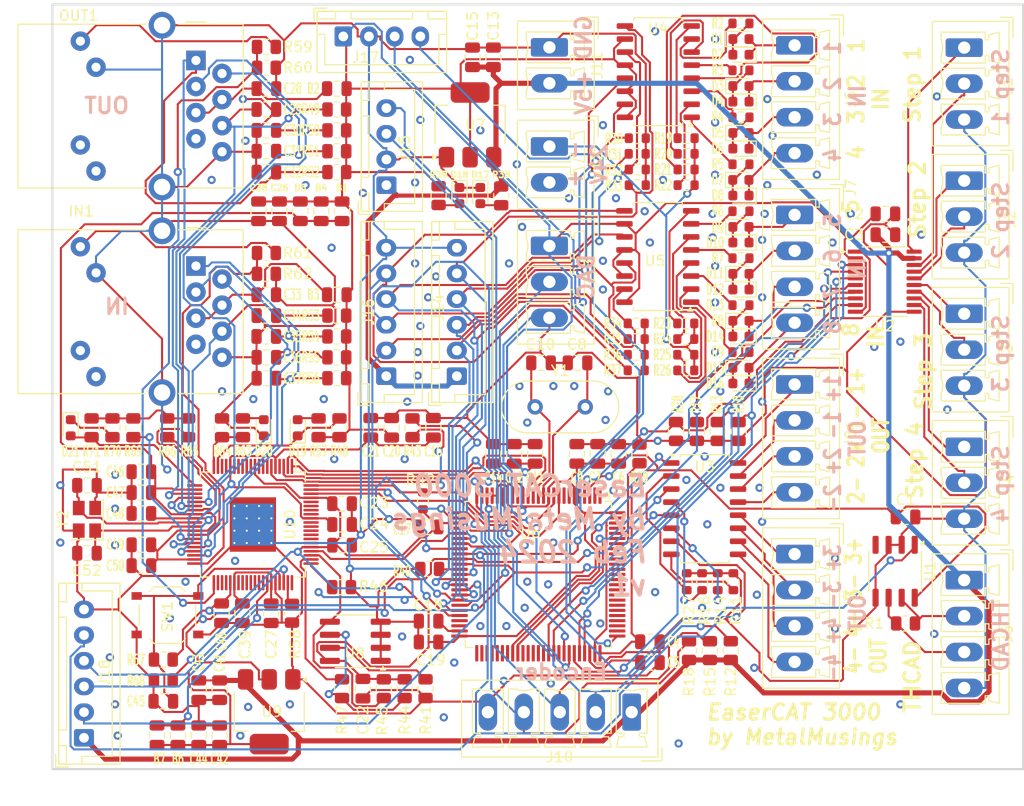
<source format=kicad_pcb>
(kicad_pcb (version 20240108) (generator "pcbnew") (generator_version "8.0")
  (title_block (comment 4 "AISLER Project ID: SJCUDKAH"))
  (layers (0 "F.Cu" signal) (31 "B.Cu" signal) (34 "B.Paste" user) (35 "F.Paste" user) (36 "B.SilkS" user "B.Silkscreen") (37 "F.SilkS" user "F.Silkscreen") (38 "B.Mask" user) (39 "F.Mask" user) (44 "Edge.Cuts" user))
  (net 0 "")
  (net 1 "+1V2")
  (net 2 "+3.3V")
  (net 3 "+3.3VA")
  (net 4 "DAC1")
  (net 5 "Net-(D1-K)")
  (net 6 "GND")
  (net 7 "XSCI")
  (net 8 "SPI_SCK")
  (net 9 "SPI_CS")
  (net 10 "SPI_MISO")
  (net 11 "SPI_MOSI")
  (net 12 "I2C_SDA")
  (net 13 "I2C_SCL")
  (net 14 "+5V")
  (net 15 "Net-(IN1-Pad9)")
  (net 16 "Net-(OUT1-Pad9)")
  (net 17 "P0_TXOP")
  (net 18 "SWCLK")
  (net 19 "SWDIO")
  (net 20 "RX")
  (net 21 "TX")
  (net 22 "/STM32F4/BOOT1")
  (net 23 "Net-(D17-A)")
  (net 24 "Net-(D1-A)")
  (net 25 "Net-(IN1-RCT)")
  (net 26 "Net-(OUT1-RCT)")
  (net 33 "Net-(D3-K)")
  (net 34 "Net-(D3-A)")
  (net 35 "SYNC0")
  (net 36 "SYNC1")
  (net 37 "P1_TXOP")
  (net 38 "STEP1_DIR")
  (net 39 "STEP1_STEP")
  (net 40 "STEP2_DIR")
  (net 41 "STEP2_STEP")
  (net 42 "IO1")
  (net 43 "IO2")
  (net 44 "IO3")
  (net 45 "IO4")
  (net 46 "IO5")
  (net 47 "IO6")
  (net 48 "IO7")
  (net 49 "IO8")
  (net 50 "IO9")
  (net 51 "IO10")
  (net 52 "IO11")
  (net 53 "IO12")
  (net 54 "P0_TXON")
  (net 55 "P1_TXON")
  (net 56 "P0_RXIP")
  (net 57 "P1_RXIP")
  (net 58 "P0_RXIN")
  (net 59 "P1_RXIN")
  (net 60 "RESET_MCU")
  (net 61 "EEP_DONE")
  (net 62 "Net-(D5-K)")
  (net 63 "Net-(D5-A)")
  (net 64 "Net-(D7-K)")
  (net 65 "Net-(D7-A)")
  (net 66 "Net-(D15-K)")
  (net 67 "Net-(D15-A)")
  (net 68 "Net-(D18-A)")
  (net 69 "Net-(D19-A)")
  (net 70 "XSCO")
  (net 71 "Net-(D20-A)")
  (net 72 "RSTO")
  (net 73 "P0_ACT")
  (net 74 "P1_ACT")
  (net 75 "PDI_EMU")
  (net 76 "LED_RUN")
  (net 77 "LED_ERR")
  (net 78 "SINT")
  (net 79 "Net-(D21-K)")
  (net 80 "Net-(J5-Pin_2)")
  (net 81 "Net-(J5-Pin_3)")
  (net 82 "Net-(J9-Pin_1)")
  (net 83 "Net-(J9-Pin_2)")
  (net 84 "Net-(J9-Pin_3)")
  (net 85 "Net-(J9-Pin_4)")
  (net 86 "Net-(R6-Pad2)")
  (net 87 "Net-(R7-Pad2)")
  (net 88 "Net-(R8-Pad2)")
  (net 89 "Net-(R9-Pad2)")
  (net 90 "A1V2")
  (net 91 "SCS_FUNC")
  (net 92 "RST_MCU")
  (net 93 "Net-(D10-K)")
  (net 94 "Net-(D10-A)")
  (net 95 "Net-(D11-K)")
  (net 96 "Net-(D11-A)")
  (net 97 "Net-(D13-K)")
  (net 98 "Net-(D13-A)")
  (net 99 "ENC_A")
  (net 100 "ENC_B")
  (net 101 "ENC_Z")
  (net 102 "STEP1_DIR_OUT")
  (net 103 "STEP1_STEP_OUT")
  (net 104 "STEP2_DIR_OUT")
  (net 105 "STEP2_STEP_OUT")
  (net 106 "-24V_FIELD")
  (net 107 "+24V_FIELD")
  (net 108 "STEP3_DIR_OUT")
  (net 109 "STEP3_STEP_OUT")
  (net 110 "STEP4_DIR_OUT")
  (net 111 "STEP4_STEP_OUT")
  (net 112 "STEP3_STEP")
  (net 113 "STEP3_DIR")
  (net 114 "THCAD_CTR")
  (net 115 "STEP4_DIR")
  (net 116 "STEP4_STEP")
  (net 117 "Net-(U6-VCAP_2)")
  (net 118 "Net-(U6-PH0)")
  (net 119 "Net-(U6-PH1)")
  (net 120 "Net-(U6-VCAP_1)")
  (net 121 "Net-(J8-Pin_1)")
  (net 122 "Net-(J8-Pin_2)")
  (net 123 "Net-(J8-Pin_3)")
  (net 124 "Net-(J8-Pin_4)")
  (net 125 "Net-(R5-Pad2)")
  (net 126 "Net-(R2-Pad2)")
  (net 127 "Net-(R16-Pad1)")
  (net 128 "Net-(R19-Pad1)")
  (net 129 "Net-(R20-Pad1)")
  (net 130 "Net-(R21-Pad1)")
  (net 131 "Net-(R22-Pad1)")
  (net 132 "Net-(R23-Pad1)")
  (net 133 "Net-(R24-Pad1)")
  (net 134 "Net-(R25-Pad1)")
  (net 135 "Net-(R3-Pad2)")
  (net 136 "Net-(R27-Pad1)")
  (net 137 "Net-(U6-BOOT0)")
  (net 138 "Net-(U10-I2C_SCL)")
  (net 139 "Net-(U8-WP)")
  (net 140 "Net-(U10-TEST)")
  (net 141 "Net-(U10-SPI_MISO)")
  (net 142 "Net-(U10-P1_SD)")
  (net 143 "Net-(U10-RESET_BG)")
  (net 144 "Net-(U10-P0_SD)")
  (net 219 "Net-(R4-Pad2)")
  (net 220 "Net-(R11-Pad1)")
  (net 221 "Net-(R14-Pad1)")
  (net 222 "Net-(R26-Pad1)")
  (footprint "Connector_Phoenix_MC:PhoenixContact_MCV_1,5_3-G-3.5_1x03_P3.50mm_Vertical" (layer "F.Cu") (at 174.8715 54.1755 -90)
    (property "Reference" "J1")
    (property "Value" "Step1")
  )
  (footprint "Resistor_SMD:R_0603_1608Metric" (layer "F.Cu") (at 153.1365 74.676 180)
    (property "Reference" "R7")
    (property "Value" "4k7")
  )
  (footprint "HakansLibrary:LQFP-80-1EP_10x10mm_P0.4mm_EP5.3x4.5mm_ThermalVias" (layer "F.Cu") (at 105.618 100.605 -90)
    (property "Reference" "U10")
    (property "Value" "AX58100")
  )
  (footprint "Capacitor_SMD:C_0805_2012Metric" (layer "F.Cu") (at 114.3 70.104 -90)
    (property "Reference" "B1")
    (property "Value" "BLM18EG221SN1D")
  )
  (footprint "Resistor_SMD:R_0805_2012Metric" (layer "F.Cu") (at 146.812 91.5435 90)
    (property "Reference" "R28")
    (property "Value" "4k7")
  )
  (footprint "Resistor_SMD:R_0603_1608Metric" (layer "F.Cu") (at 153.1365 65.532 180)
    (property "Reference" "R5")
    (property "Value" "4k7")
  )
  (footprint "Package_QFP:LQFP-100_14x14mm_P0.5mm" (layer "F.Cu") (at 133.414 105.465 -90)
    (property "Reference" "U6")
    (property "Value" "STM32F407VGT6")
  )
  (footprint "Package_SO:SOIC-8_3.9x4.9mm_P1.27mm" (layer "F.Cu") (at 115.59 111.974 180)
    (property "Reference" "U8")
    (property "Value" "24LC32A")
  )
  (footprint "Resistor_SMD:R_0603_1608Metric" (layer "F.Cu") (at 153.1365 79.248 180)
    (property "Reference" "R8")
    (property "Value" "4k7")
  )
  (footprint "Resistor_SMD:R_0805_2012Metric" (layer "F.Cu") (at 121.158 91.186 -90)
    (property "Reference" "R43")
    (property "Value" "22")
  )
  (footprint "Capacitor_SMD:C_0805_2012Metric" (layer "F.Cu") (at 106.9238 82.296)
    (property "Reference" "C35")
    (property "Value" "10pF")
  )
  (footprint "Connector_JST:JST_XH_B6B-XH-A_1x06_P2.50mm_Vertical" (layer "F.Cu") (at 89.174 121.372 90)
    (property "Reference" "J18")
    (property "Value" "Out_opt")
  )
  (footprint "Connector_JST:JST_XH_B6B-XH-A_1x06_P2.50mm_Vertical" (layer "F.Cu") (at 125.476 86.16 90)
    (property "Reference" "J14")
    (property "Value" "In_opt1")
  )
  (footprint "Resistor_SMD:R_0805_2012Metric" (layer "F.Cu") (at 148.082 112.8795 -90)
    (property "Reference" "R18")
    (property "Value" "1k")
  )
  (footprint "Resistor_SMD:R_0603_1608Metric" (layer "F.Cu") (at 153.1365 83.82 180)
    (property "Reference" "R9")
    (property "Value" "4k7")
  )
  (footprint "Resistor_SMD:R_0805_2012Metric" (layer "F.Cu") (at 122.8295 104.931)
    (property "Reference" "R40")
    (property "Value" "22")
  )
  (footprint "Capacitor_SMD:C_0805_2012Metric" (layer "F.Cu") (at 139.192 93.726 90)
    (property "Reference" "C7")
    (property "Value" "0.1uF")
  )
  (footprint "Crystal:Crystal_HC49-4H_Vertical" (layer "F.Cu") (at 133.096 89.154)
    (property "Reference" "Y1")
    (property "Value" "8 MHz")
  )
  (footprint "Resistor_SMD:R_0805_2012Metric" (layer "F.Cu") (at 122.428 116.586 -90)
    (property "Reference" "R41")
    (property "Value" "4k7")
  )
  (footprint "LED_SMD:LED_0603_1608Metric" (layer "F.Cu") (at 87.884 91.186 -90)
    (property "Reference" "D21")
    (property "Value" "Green led")
  )
  (footprint "Capacitor_SMD:C_0805_2012Metric" (layer "F.Cu") (at 106.934 84.328)
    (property "Reference" "C36")
    (property "Value" "10pF")
  )
  (footprint "Capacitor_SMD:C_0805_2012Metric" (layer "F.Cu") (at 144.272 112.014)
    (property "Reference" "C4")
    (property "Value" "0.1uF")
  )
  (footprint "Resistor_SMD:R_0805_2012Metric" (layer "F.Cu") (at 106.934 56.134)
    (property "Reference" "R60")
    (property "Value" "510")
  )
  (footprint "Connector_Phoenix_MC:PhoenixContact_MCV_1,5_3-G-3.5_1x03_P3.50mm_Vertical" (layer "F.Cu") (at 134.4855 73.4795 -90)
    (property "Reference" "J13")
    (property "Value" "DAC")
  )
  (footprint "Resistor_SMD:R_0805_2012Metric" (layer "F.Cu") (at 99.314 91.186 90)
    (property "Reference" "R65")
    (property "Value" "4k7")
  )
  (footprint "Capacitor_SMD:C_0805_2012Metric" (layer "F.Cu") (at 141.224 93.726 90)
    (property "Reference" "C6")
    (property "Value" "0.1uF")
  )
  (footprint "LED_SMD:LED_0603_1608Metric" (layer "F.Cu") (at 153.1365 86.868 180)
    (property "Reference" "D16")
    (property "Value" "Red led")
  )
  (footprint "Resistor_SMD:R_0603_1608Metric" (layer "F.Cu") (at 147.797 67.564)
    (property "Reference" "R22")
    (property "Value" "1k")
  )
  (footprint "Capacitor_SMD:C_0805_2012Metric" (layer "F.Cu") (at 106.934 62.23)
    (property "Reference" "C30")
    (property "Value" "10pF")
  )
  (footprint "Capacitor_SMD:C_0805_2012Metric" (layer "F.Cu") (at 129.032 55.118 90)
    (property "Reference" "C13")
    (property "Value" "10uF")
  )
  (footprint "LED_SMD:LED_0603_1608Metric" (layer "F.Cu") (at 153.1365 85.344)
    (property "Reference" "D15")
    (property "Value" "Yellow led")
  )
  (footprint "Resistor_SMD:R_0603_1608Metric" (layer "F.Cu") (at 147.797 66.04)
    (property "Reference" "R21")
    (property "Value" "1k")
  )
  (footprint "Resistor_SMD:R_0805_2012Metric" (layer "F.Cu") (at 91.948 91.186 -90)
    (property "Reference" "R70")
    (property "Value" "510")
  )
  (footprint "Capacitor_SMD:C_0805_2012Metric" (layer "F.Cu") (at 122.726 112.043 180)
    (property "Reference" "C19")
    (property "Value" "0.1uF")
  )
  (footprint "LED_SMD:LED_0603_1608Metric" (layer "F.Cu") (at 153.1365 80.772)
    (property "Reference" "D13")
    (property "Value" "Yellow led")
  )
  (footprint "Resistor_SMD:R_0603_1608Metric" (layer "F.Cu") (at 142.939 81.026)
    (property "Reference" "R34")
    (property "Value" "39k")
  )
  (footprint "Capacitor_SMD:C_0805_2012Metric" (layer "F.Cu") (at 122.726 100.838 180)
    (property "Reference" "C17")
    (property "Value" "0.1uF")
  )
  (footprint "Resistor_SMD:R_0603_1608Metric" (layer "F.Cu") (at 153.1365 60.96 180)
    (property "Reference" "R4")
    (property "Value" "4k7")
  )
  (footprint "Capacitor_SMD:C_0805_2012Metric" (layer "F.Cu") (at 106.934 64.262)
    (property "Reference" "C31")
    (property "Value" "10pF")
  )
  (footprint "LED_SMD:LED_0603_1608Metric" (layer "F.Cu") (at 153.1365 73.152 180)
    (property "Reference" "D10")
    (property "Value" "Red led")
  )
  (footprint "Capacitor_SMD:C_0805_2012Metric" (layer "F.Cu") (at 107.396 109.241 -90)
    (property "Reference" "C27")
    (property "Value" "0.1uF")
  )
  (footprint "Capacitor_SMD:C_0805_2012Metric" (layer "F.Cu") (at 122.726 110.011)
    (property "Reference" "C18")
    (property "Value" "2.2uF")
  )
  (footprint "LED_SMD:LED_0603_1608Metric" (layer "F.Cu") (at 127.762 68.58 -90)
    (property "Reference" "D17")
    (property "Value" "Blue led")
  )
  (footprint "LED_SMD:LED_0603_1608Metric" (layer "F.Cu") (at 153.125 67.056)
    (property "Reference" "D7")
    (property "Value" "Yellow led")
  )
  (footprint "LED_SMD:LED_0603_1608Metric" (layer "F.Cu") (at 153.1365 62.484)
    (property "Reference" "D5")
    (property "Value" "Yellow led")
  )
  (footprint "Resistor_SMD:R_0805_2012Metric" (layer "F.Cu") (at 106.934 74.168)
    (property "Reference" "R61")
    (property "Value" "510")
  )
  (footprint "Capacitor_SMD:C_0805_2012Metric" (layer "F.Cu") (at 131.064 93.726 90)
    (property "Reference" "C12")
    (property "Value" "0.1uF")
  )
  (footprint "LED_SMD:LED_0603_1608Metric" (layer "F.Cu") (at 153.1365 82.296 180)
    (property "Reference" "D14")
    (property "Value" "Red led")
  )
  (footprint "Resistor_SMD:R_0805_2012Metric" (layer "F.Cu") (at 113.792 62.23)
    (property "Reference" "R50")
    (property "Value" "49.9")
  )
  (footprint "Resistor_SMD:R_0805_2012Metric" (layer "F.Cu") (at 114.254 106.701 180)
    (property "Reference" "R46")
    (property "Value" "4k7")
  )
  (footprint "Resistor_SMD:R_0603_1608Metric" (layer "F.Cu") (at 147.797 64.516)
    (property "Reference" "R20")
    (property "Value" "1k")
  )
  (footprint "Capacitor_SMD:C_0805_2012Metric" (layer "F.Cu") (at 106.9238 78.232 180)
    (property "Reference" "C33")
    (property "Value" "0.1uF")
  )
  (footprint "Resistor_SMD:R_0603_1608Metric" (layer "F.Cu") (at 153.1365 51.816 180)
    (property "Reference" "R2")
    (property "Value" "4k7")
  )
  (footprint "Capacitor_SMD:C_0805_2012Metric" (layer "F.Cu") (at 89.466 96.795)
    (property "Reference" "C51")
    (property "Value" "18pF")
  )
  (footprint "Crystal:Crystal_SMD_SeikoEpson_TSX3225-4Pin_3.2x2.5mm" (layer "F.Cu") (at 89.466 100.097 90)
    (property "Reference" "Y2")
    (property "Value" "NXK25.000AE12F-KAB6-12")
  )
  (footprint "Resistor_SMD:R_0805_2012Metric" (layer "F.Cu") (at 96.8975 115.784)
    (property "Reference" "R68")
    (property "Value" "4k7")
  )
  (footprint "Resistor_SMD:R_0603_1608Metric" (layer "F.Cu") (at 153.1365 56.388 180)
    (property "Reference" "R3")
    (property "Value" "4k7")
  )
  (footprint "Resistor_SMD:R_0805_2012Metric" (layer "F.Cu") (at 112.014 91.186 90)
    (property "Reference" "R57")
    (property "Value" "510")
  )
  (footprint "Connector_Phoenix_MC:PhoenixContact_MCV_1,5_3-G-3.5_1x03_P3.50mm_Vertical" (layer "F.Cu") (at 174.8715 80.0835 -90)
    (property "Reference" "J3")
    (property "Value" "Step3")
  )
  (footprint "Package_SO:SO-8_3.9x4.9mm_P1.27mm" (layer "F.Cu") (at 168.148 105.156 -90)
    (property "Reference" "U1")
    (property "Value" "MAX3485CSA/ESA")
  )
  (footprint "Resistor_SMD:R_0805_2012Metric" (layer "F.Cu") (at 129.794 68.605 90)
    (property "Reference" "R38")
    (property "Value" "1k")
  )
  (footprint "Connector_JST:JST_XH_B6B-XH-A_1x06_P2.50mm_Vertical" (layer "F.Cu") (at 118.601 86.16 90)
    (property "Reference" "J16")
    (property "Value" "In_opt2")
  )
  (footprint "Capacitor_SMD:C_0805_2012Metric" (layer "F.Cu") (at 144.272 114.046 180)
    (property "Reference" "C5")
    (property "Value" "2.2uF")
  )
  (footprint "Connector_Phoenix_MC:PhoenixContact_MCV_1,5_4-G-3.5_1x04_P3.50mm_Vertical" (layer "F.Cu") (at 158.3615 103.4795 -90)
    (property "Reference" "J9")
    (property "Value" "Output3-4")
  )
  (footprint "Capacitor_SMD:C_0805_2012Metric" (layer "F.Cu") (at 117.094 91.186 90)
    (property "Reference" "C21")
    (property "Value" "0.1uF")
  )
  (footprint "Capacitor_SMD:C_0805_2012Metric" (layer "F.Cu") (at 106.934 86.36)
    (property "Reference" "C37")
    (property "Value" "10pF")
  )
  (footprint "Capacitor_SMD:C_0805_2012Metric" (layer "F.Cu") (at 123.19 91.186 90)
    (property "Reference" "C16")
    (property "Value" "0.1uF")
  )
  (footprint "Resistor_SMD:R_0805_2012Metric" (layer "F.Cu") (at 93.98 91.186 90)
    (property "Reference" "R69")
    (property "Value" "4k7")
  )
  (footprint "Connector_Phoenix_MC:PhoenixContact_MCV_1,5_2-G-3.5_1x02_P3.50mm_Vertical" (layer "F.Cu") (at 134.4855 54.1475 -90)
    (property "Reference" "J11")
    (property "Value" "5V Power IN")
  )
  (footprint "Capacitor_SMD:C_0805_2012Metric" (layer "F.Cu") (at 133.096 93.726 90)
    (property "Reference" "C11")
    (property "Value" "0.1uF")
  )
  (footprint "LED_SMD:LED_0603_1608Metric" (layer "F.Cu") (at 153.1365 59.436 180)
    (property "Reference" "D4")
    (property "Value" "Red led")
  )
  (footprint "HakansLibrary:PulseJack JB0011D01BNL" (layer "F.Cu") (at 100.076 75.438 90)
    (property "Reference" "IN1")
    (property "Value" "J0011D01BNL")
  )
  (footprint "Connector_JST:JST_XH_B4B-XH-A_1x04_P2.50mm_Vertical" (layer "F.Cu") (at 114.42 53.086)
    (property "Reference" "J17")
    (property "Value" "STLINK")
  )
  (footprint "Capacitor_SMD:C_0805_2012Metric" (layer "F.Cu") (at 104.602 109.241 -90)
    (property "Reference" "C39")
    (property "Value" "0.1uF")
  )
  (footprint "Capacitor_SMD:C_0805_2012Metric" (layer "F.Cu") (at 133.67 84.865 180)
    (property "Reference" "C10")
    (property "Value" "22pF")
  )
  (footprint "Capacitor_SMD:C_0805_2012Metric" (layer "F.Cu") (at 98.318 121.118 90)
    (property "Reference" "B6")
    (property "Value" "BLM18EG221SN1D")
  )
  (footprint "Capacitor_SMD:C_0805_2012Metric" (layer "F.Cu") (at 113.792 58.166 180)
    (property "Reference" "B2")
    (property "Value" "BLM18EG221S")
  )
  (footprint "Resistor_SMD:R_0805_2012Metric" (layer "F.Cu") (at 118.364 116.586 -90)
    (property "Reference" "R45")
    (property "Value" "4k7")
  )
  (footprint "Capacitor_SMD:C_0805_2012Metric" (layer "F.Cu") (at 137.226 84.865)
    (property "Reference" "C8")
    (property "Value" "22pF")
  )
  (footprint "Resistor_SMD:R_0805_2012Metric" (layer "F.Cu") (at 109.428 109.241 -90)
    (property "Reference" "R58")
    (property "Value" "22")
  )
  (footprint "Capacitor_SMD:C_0805_2012Metric" (layer "F.Cu") (at 94.762 95.464 180)
    (property "Reference" "C46")
    (property "Value" "0.1uF")
  )
  (footprint "Resistor_SMD:R_0603_1608Metric" (layer "F.Cu") (at 142.939 85.598)
    (property "Reference" "R37")
    (property "Value" "39k")
  )
  (footprint "LED_SMD:LED_0603_1608Metric" (layer "F.Cu") (at 153.1365 57.912)
    (property "Reference" "D3")
    (property "Value" "Yellow led")
  )
  (footprint "Connector_Phoenix_MC:PhoenixContact_MCV_1,5_2-G-3.5_1x02_P3.50mm_Vertical" (layer "F.Cu") (at 134.4855 63.7995 -90)
    (property "Reference" "J12")
    (property "Value" "24V Field")
  )
  (footprint "Capacitor_SMD:C_0805_2012Metric" (layer "F.Cu") (at 113.792 78.232 180)
    (property "Reference" "B3")
    (property "Value" "BLM18EG221S")
  )
  (footprint "Connector_Phoenix_MC:PhoenixContact_MCV_1,5_4-G-3.5_1x04_P3.50mm_Vertical" (layer "F.Cu") (at 158.3615 53.9495 -90)
    (property "Reference" "J6")
    (property "Value" "In1-4")
  )
  (footprint "Resistor_SMD:R_0805_2012Metric" (layer "F.Cu") (at 113.792 66.294)
    (property "Reference" "R52")
    (property "Value" "49.9")
  )
  (footprint "Capacitor_SMD:C_0805_2012Metric" (layer "F.Cu") (at 94.762 102.576 180)
    (property "Reference" "C49")
    (property "Value" "0.1uF")
  )
  (footprint "Connector_Phoenix_MC:PhoenixContact_MCV_1,5_5-G-3.5_1x05_P3.50mm_Vertical" (layer "F.Cu") (at 142.494 118.872 180)
    (property "Reference" "J10")
    (property "Value" "Encoder")
  )
  (footprint "Resistor_SMD:R_0805_2012Metric" (layer "F.Cu") (at 106.934 54.102)
    (property "Reference" "R59")
    (property "Value" "510")
  )
  (footprint "Capacitor_SMD:C_0805_2012Metric" (layer "F.Cu") (at 100.35 116.734 -90)
    (property "Reference" "C43")
    (property "Value" "0.1uF")
  )
  (footprint "Resistor_SMD:R_0805_2012Metric" (layer "F.Cu") (at 113.792 84.328)
    (property "Reference" "R55")
    (property "Value" "49.9")
  )
  (footprint "Capacitor_SMD:C_0805_2012Metric" (layer "F.Cu") (at 114.3 100.605)
    (property "Reference" "C24")
    (property "Value" "0.1uF")
  )
  (footprint "Capacitor_SMD:C_0805_2012Metric" (layer "F.Cu") (at 129.032 93.726 90)
    (property "Reference" "C14")
    (property "Value" "0.1uF")
  )
  (footprint "Capacitor_SMD:C_0805_2012Metric" (layer "F.Cu") (at 89.466 103.399 180)
    (property "Reference" "C52")
    (property "Value" "18pF")
  )
  (footprint "Package_TO_SOT_SMD:SOT-223-3_TabPin2" (layer "F.Cu") (at 126.766 61.6945 90)
    (property "Reference" "U7")
    (property "Value" "AMS1117-3.3")
  )
  (footprint "Capacitor_SMD:C_0805_2012Metric" (layer "F.Cu") (at 112.268 70.104 -90)
    (property "Reference" "B4")
    (property "Value" "BLM18EG221SN1D")
  )
  (footprint "Resistor_SMD:R_0805_2012Metric" (layer "F.Cu") (at 102.616 91.186 -90)
    (property "Reference" "R64")
    (property "Value" "4k7")
  )
  (footprint "Capacitor_SMD:C_0805_2012Metric" (layer "F.Cu") (at 106.934 58.166 180)
    (property "Reference" "C28")
    (property "Value" "0.1uF")
  )
  (footprint "Capacitor_SMD:C_0805_2012Metric" (layer "F.Cu") (at 114.3 102.616)
    (property "Reference" "C25")
    (property "Value" "0.1uF")
  )
  (footprint "Resistor_SMD:R_0603_1608Metric" (layer "F.Cu") (at 142.939 82.55)
    (property "Reference" "R35")
    (property "Value" "39k")
  )
  (footprint "Capacitor_SMD:C_0805_2012Metric" (layer "F.Cu") (at 169.158 99.867)
    (property "Reference" "C1")
    (property "Value" "0.1uF")
  )
  (footprint "Connector_Phoenix_MC:PhoenixContact_MCV_1,5_3-G-3.5_1x03_P3.50mm_Vertical" (layer "F.Cu") (at 174.8715 67.1295 -90)
    (property "Reference" "J2")
    (property "Value" "Step2")
  )
  (footprint "Connector_JST:JST_XH_B4B-XH-A_1x04_P2.50mm_Vertical" (layer "F.Cu") (at 118.618 67.564 90)
    (property "Reference" "J15")
    (property "Value" "Serial usart1")
  )
  (footprint "Resistor_SMD:R_0805_2012Metric" (layer "F.Cu") (at 152.146 112.8795 -90)
    (property "Reference" "R12")
    (property "Value" "1k")
  )
  (footprint "Button_Switch_SMD:SW_Push_1P1T_XKB_TS-1187A" (layer "F.Cu") (at 97.302 109.434 180)
    (property "Reference" "SW1")
    (property "Value" "SW PB")
  )
  (footprint "Package_SO:SOIC-16_4.55x10.3mm_P1.27mm" (layer "F.Cu") (at 149.606 99.06)
    (property "Reference" "U3")
    (property "Value" "TLP292-4")
  )
  (footprint "Resistor_SMD:R_0805_2012Metric" (layer "F.Cu") (at 104.648 91.186 90)
    (property "Reference" "R63")
    (property "Value" "510")
  )
  (footprint "Resistor_SMD:R_0603_1608Metric" (layer "F.Cu") (at 147.765 82.55)
    (property "Reference" "R24")
    (property "Value" "1k")
  )
  (footprint "Resistor_SMD:R_0603_1608Metric" (layer "F.Cu") (at 147.797 62.992)
    (property "Reference" "R19")
    (property "Value" "1k")
  )
  (footprint "Capacitor_SMD:C_0805_2012Metric" (layer "F.Cu") (at 96.8975 117.816 180)
    (property "Reference" "C45")
    (property "Value" "1uF")
  )
  (footprint "Resistor_SMD:R_0603_1608Metric" (layer "F.Cu") (at 147.765 81.026)
    (property "Reference" "R23")
    (property "Value" "1k")
  )
  (footprint "Capacitor_SMD:C_0805_2012Metric" (layer "F.Cu") (at 167.198 72.39)
    (property "Reference" "C3")
    (property "Value" "0.1uF")
  )
  (footprint "Capacitor_SMD:C_0805_2012Metric" (layer "F.Cu") (at 106.934 80.264)
    (property "Reference" "C34")
    (property "Value" "10pF")
  )
  (footprint "LED_SMD:LED_0603_1608Metric" (layer "F.Cu") (at 106.68 91.186 90)
    (property "Reference" "D20")
    (property "Value" "Red led")
  )
  (footprint "Capacitor_SMD:C_0805_2012Metric" (layer "F.Cu") (at 127 55.118 90)
    (property "Reference" "C15")
    (property "Value" "0.1uF")
  )
  (footprint "Connector_Phoenix_MC:PhoenixContact_MCV_1,5_3-G-3.5_1x03_P3.50mm_Vertical" (layer "F.Cu") (at 174.8715 93.0375 -90)
    (property "Reference" "J4")
    (property "Value" "Step4")
  )
  (footprint "Connector_Phoenix_MC:PhoenixContact_MCV_1,5_4-G-3.5_1x04_P3.50mm_Vertical" (layer "F.Cu") (at 158.3615 86.9695 -90)
    (property "Reference" "J8")
    (property "Value" "Output1-2")
  )
  (footprint "Resistor_SMD:R_0603_1608Metric" (layer "F.Cu") (at 143.034 64.516)
    (property "Reference" "R31")
    (property "Value" "39k")
  )
  (footprint "Resistor_SMD:R_0603_1608Metric" (layer "F.Cu") (at 150.876 106.172 90)
    (property "Reference" "R14")
    (property "Value" "330")
  )
  (footprint "Resistor_SMD:R_0603_1608Metric" (layer "F.Cu") (at 122.174 98.298 -90)
    (property "Reference" "R42")
    (property "Value" "4k7")
  )
  (footprint "Resistor_SMD:R_0603_1608Metric" (layer "F.Cu") (at 147.765 84.074)
    (property "Reference" "R25")
    (property "Value" "1k")
  )
  (footprint "Resistor_SMD:R_0805_2012Metric" (layer "F.Cu") (at 120.396 116.586 -90)
    (property "Reference" "R44")
    (property "Value" "4k7")
  )
  (footprint "Resistor_SMD:R_0603_1608Metric" (layer "F.Cu") (at 147.765 85.598)
    (property "Reference" "R26")
    (property "Value" "1k")
  )
  (footprint "LED_SMD:LED_0603_1608Metric" (layer "F.Cu") (at 153.1365 53.34)
    (property "Reference" "D1")
    (property "Value" "Yellow led")
  )
  (footprint "Capacitor_SMD:C_0805_2012Metric" (layer "F.Cu") (at 108.204 70.104 -90)
    (property "Reference" "C26")
    (property "Value" "0.1uF")
  )
  (footprint "Capacitor_SMD:C_0805_2012Metric" (layer "F.Cu") (at 94.762 104.608 180)
    (property "Reference" "C50")
    (property "Value" "0.1uF")
  )
  (footprint "LED_SMD:LED_0603_1608Metric" (layer "F.Cu") (at 153.1365 68.58 180)
    (property "Reference" "D8")
    (property "Value" "Red led")
  )
  (footprint "Capacitor_SMD:C_0805_2012Metric" (layer "F.Cu") (at 114.3 98.573)
    (property "Reference" "C23")
    (property "Value" "0.1uF")
  )
  (footprint "Capacitor_SMD:C_0805_2012Metric" (layer "F.Cu") (at 106.934 60.198 180)
    (property "Reference" "C29")
    (property "Value" "10pF")
  )
  (footprint "LED_SMD:LED_0603_1608Metric" (layer "F.Cu") (at 109.982 91.186 90)
    (property "Reference" "D19")
    (property "Value" "Green led")
  )
  (footprint "Capacitor_SMD:C_0805_2012Metric" (layer "F.Cu") (at 102.382 121.118 90)
    (property "Reference" "C42")
    (property "Value" "10uF")
  )
  (footprint "LED_SMD:LED_0603_1608Metric" (layer "F.Cu") (at 153.1365 64.008 180)
    (property "Reference" "D6")
    (property "Value" "Red led")
  )
  (footprint "Package_SO:SOIC-16_4.55x10.3mm_P1.27mm" (layer "F.Cu") (at 145.086 56.515 180)
    (property "Reference" "U4")
    (property "Value" "TLP292-4")
  )
  (footprint "LED_SMD:LED_0603_1608Metric" (layer "F.Cu") (at 153.1365 76.2)
    (property "Reference" "D11")
    (property "Value" "Yellow led")
  )
  (footprint "Connector_Phoenix_MC:PhoenixContact_MCV_1,5_4-G-3.5_1x04_P3.50mm_Vertical" (layer "F.Cu") (at 174.8715 106.0195 -90)
    (property "Reference" "J5")
    (property "Value" "THCAD")
  )
  (footprint "Resistor_SMD:R_0805_2012Metric" (layer "F.Cu") (at 143.256 93.726 -90)
    (property "Reference" "R29")
    (property "Value" "22")
  )
  (footprint "Resistor_SMD:R_0805_2012Metric" (layer "F.Cu") (at 89.916 91.186 -90)
    (property "Reference" "R71")
    (property "Value" "4k7")
  )
  (footprint "Capacitor_SMD:C_0805_2012Metric" (layer "F.Cu") (at 100.35 121.118 90)
    (property "Reference" "C44")
    (property "Value" "0.1uF")
  )
  (footprint "LED_SMD:LED_0603_1608Metric" (layer "F.Cu") (at 125.73 68.58 -90)
    (property "Reference" "D18")
    (property "Value" "Blue led")
  )
  (footprint "Resistor_SMD:R_0603_1608Metric" (layer "F.Cu") (at 153.1365 70.104 180)
    (property "Reference" "R6")
    (property "Value" "4k7")
  )
  (footprint "Package_TO_SOT_SMD:SOT-223-3_TabPin2" (layer "F.Cu") (at 107.208 118.832 -90)
    (property "Reference" "U9")
    (property "Value" "AMS1117-1.2")
  )
  (footprint "Capacitor_SMD:C_0805_2012Metric" (layer "F.Cu") (at 116.332 116.586 90)
    (property "Reference" "C22")
    (property "Value" "0.1uF")
  )
  (footprint "Package_SO:SOIC-16_4.55x10.3mm_P1.27mm" (layer "F.Cu") (at 145.043 74.509 180)
    (property "Reference" "U5")
    (property "Value" "TLP292-4")
  )
  (footprint "Resistor_SMD:R_0805_2012Metric" (layer "F.Cu") (at 113.792 64.262)
    (property "Reference" "R51")
    (property "Value" "49.9")
  )
  (footprint "Resistor_SMD:R_0805_2012Metric" (layer "F.Cu") (at 113.792 86.36)
    (property "Reference" "R56")
    (property "Value" "49.9")
  )
  (footprint "Capacitor_SMD:C_0805_2012Metric" (layer "F.Cu") (at 167.198 70.358)
    (property "Reference" "C2")
    (property "Value" "0.1uF")
  )
  (footprint "Resistor_SMD:R_0603_1608Metric" (layer "F.Cu") (at 143.043 62.992)
    (property "Reference" "R30")
    (property "Value" "39k")
  )
  (footprint "Resistor_SMD:R_0805_2012Metric" (layer "F.Cu") (at 113.792 80.264)
    (property "Reference" "R53")
    (property "Value" "49.9")
  )
  (footprint "LED_SMD:LED_0603_1608Metric" (layer "F.Cu") (at 153.1365 77.724 180)
    (property "Reference" "D12")
    (property "Value" "Red led")
  )
  (footprint "Capacitor_SMD:C_0805_2012Metric" (layer "F.Cu") (at 137.16 93.726 90)
    (property "Reference" "C9")
    (property "Value" "0.1uF")
  )
  (footprint "Resistor_SMD:R_0805_2012Metric" (layer "F.Cu") (at 114.046 91.186 90)
    (property "Reference" "R48")
    (property "Value" "4k7")
  )
  (footprint "Resistor_SMD:R_0805_2012Metric" (layer "F.Cu") (at 114.3 116.586 90)
    (property "Reference" "R47")
    (property "Value" "22")
  )
  (footprint "Resistor_SMD:R_0805_2012Metric" (layer "F.Cu") (at 106.934 76.2)
    (property "Reference" "R62")
    (property "Value" "510")
  )
  (footprint "Resistor_SMD:R_0603_1608Metric" (layer "F.Cu") (at 142.939 84.074)
    (property "Reference" "R36")
    (property "Value" "39k")
  )
  (footprint "Resistor_SMD:R_0805_2012Metric" (layer "F.Cu") (at 169.164 110.236)
    (property "Reference" "R1")
    (property "Value" "120")
  )
  (footprint "Capacitor_SMD:C_0805_2012Metric" (layer "F.Cu") (at 94.762 99.528 180)
    (property "Reference" "C48")
    (property "Value" "0.1uF")
  )
  (footprint "HakansLibrary:PulseJack JB0011D01BNL" (layer "F.Cu") (at 100.076 55.4228 90)
    (property "Reference" "OUT1")
    (property "Value" "J0011D01BNL")
  )
  (footprint "Capacitor_SMD:C_0805_2012Metric" (layer "F.Cu") (at 106.934 66.294)
    (property "Reference" "C32")
    (property "Value" "10pF")
  )
  (footprint "Capacitor_SMD:C_0805_2012Metric" (layer "F.Cu") (at 106.172 70.104 -90)
    (property "Reference" "C38")
    (property "Value" "10uF")
  )
  (footprint "Resistor_SMD:R_0805_2012Metric" (layer "F.Cu") (at 96.8975 113.752)
    (property "Reference" "R67")
    (property "Value" "4k7")
  )
  (footprint "LED_SMD:LED_0603_1608Metric" (layer "F.Cu") (at 153.1365 71.628)
    (property "Reference" "D9")
    (property "Value" "Yellow led")
  )
  (footprint "Capacitor_SMD:C_0805_2012Metric" (layer "F.Cu") (at 96.286 121.118 90)
    (property "Reference" "B7")
    (property "Value" "BLM18EG221SN1D")
  )
  (footprint "Resistor_SMD:R_0603_1608Metric" (layer "F.Cu") (at 143.043 66.04)
    (property "Reference" "R32")
    (property "Value" "39k")
  )
  (footprint "Resistor_SMD:R_0805_2012Metric" (layer "F.Cu") (at 97.282 91.186 90)
    (property "Reference" "R66")
    (property "Value" "12k 1%")
  )
  (footprint "Capacitor_SMD:C_0805_2012Metric" (layer "F.Cu") (at 110.236 70.104 -90)
    (property "Reference" "B5")
    (property "Value" "BLM18EG221SN1D")
  )
  (footprint "Capacitor_SMD:C_0805_2012Metric" (layer "F.Cu") (at 119.126 91.186 90)
    (property "Reference" "C20")
    (property "Value" "0.1uF")
  )
  (footprint "Resistor_SMD:R_0805_2012Metric" (layer "F.Cu") (at 150.876 91.5435 90)
    (property "Reference" "R13")
    (property "Value" "4k7")
  )
  (footprint "Resistor_SMD:R_0805_2012Metric" (layer "F.Cu") (at 150.114 112.8795 -90)
    (property "Reference" "R15")
    (property "Value" "1k")
  )
  (footprint "Capacitor_SMD:C_0805_2012Metric" (layer "F.Cu") (at 102.382 116.734 -90)
    (property "Reference" "C41")
    (property "Value" "10uF")
  )
  (footprint "Resistor_SMD:R_0805_2012Metric" (layer "F.Cu") (at 123.698 68.58 90)
    (property "Reference" "R39")
    (property "Value" "1k")
  )
  (footprint "Capacitor_SMD:C_0805_2012Metric" (layer "F.Cu") (at 94.762 97.496 180)
    (property "Reference" "C47")
    (property "Value" "0.1uF")
  )
  (footprint "Resistor_SMD:R_0805_2012Metric" (layer "F.Cu") (at 113.792 82.296)
    (property "Reference" "R54")
    (property "Value" "49.9")
  )
  (footprint "Resistor_SMD:R_0603_1608Metric" (layer "F.Cu") (at 152.4 106.172 90)
    (property "Reference" "R11")
    (property "Value" "330")
  )
  (footprint "Capacitor_SMD:C_0805_2012Metric" (layer "F.Cu") (at 102.57 109.241 -90)
    (property "Reference" "C40")
    (property "Value" "0.1uF")
  )
  (footprint "LED_SMD:LED_0603_1608Metric" (layer "F.Cu") (at 153.1365 54.864 180)
    (property "Reference" "D2")
    (property "Value" "Red led")
  )
  (footprint "Package_SO:TSSOP-20_4.4x6.5mm_P0.65mm" (layer "F.Cu") (at 167.132 76.962)
    (property "Reference" "U2")
    (property "Value" "TXS0108EPW")
  )
  (footprint "Resistor_SMD:R_0603_1608Metric" (layer "F.Cu") (at 143.043 67.564)
    (property "Reference" "R33")
    (property "Value" "39k")
  )
  (footprint "Connector_Phoenix_MC:PhoenixContact_MCV_1,5_4-G-3.5_1x04_P3.50mm_Vertical" (layer "F.Cu") (at 158.3615 70.4595 -90)
    (property "Reference" "J7")
    (property "Value" "In5-8")
  )
  (footprint "Resistor_SMD:R_0805_2012Metric" (layer "F.Cu") (at 152.908 91.5435 90)
    (property "Reference" "R10")
    (property "Value" "4k7")
  )
  (footprint "Resistor_SMD:R_0805_2012Metric" (layer "F.Cu") (at 113.792 60.198)
    (property "Reference" "R49")
    (property "Value" "49.9")
  )
  (footprint "Resistor_SMD:R_0603_1608Metric" (layer "F.Cu") (at 147.858 106.172 90)
    (property "Reference" "R27")
    (property "Value" "330")
  )
  (footprint "Resistor_SMD:R_0805_2012Metric" (layer "F.Cu") (at 148.844 91.5435 90)
    (property "Reference" "R17")
    (property "Value" "4k7")
  )
  (footprint "Resistor_SMD:R_0603_1608Metric" (layer "F.Cu") (at 149.352 106.172 90)
    (property "Reference" "R16")
    (property "Value" "330")
  )
  (gr_rect (start 86.1006 49.9726) (end 180.614 124.42) (stroke (width 0.2)) (fill none) (layer "Edge.Cuts"))
  (gr_text "1  2  3  4\nIN " (at 165.354 59.436 90) (layer "B.SilkS") (effects (font (size 1.5 1.4) (thickness 0.3) (bold yes)) (justify bottom mirror)))
  (gr_text "IN" (at 93.726 80.264 0) (layer "B.SilkS") (effects (font (size 1.5 1.5) (thickness 0.3) (bold yes)) (justify left bottom mirror)))
  (gr_text "1+ 1- 2+ 2-\nOUT " (at 165.354 92.71 90) (layer "B.SilkS") (effects (font (size 1.5 1.2) (thickness 0.3) (bold yes)) (justify bottom mirror)))
  (gr_text "Step 2" (at 179.324 67.056 90) (layer "B.SilkS") (effects (font (size 1.5 1.5) (thickness 0.3) (bold yes)) (justify left bottom mirror)))
  (gr_text "GND +5V" (at 138.684 55.88 90) (layer "B.SilkS") (effects (font (size 1.5 1.4) (thickness 0.3) (bold yes)) (justify bottom mirror)))
  (gr_text "3+ 3- 4+ 4-\nOUT" (at 165.354 109.22 90) (layer "B.SilkS") (effects (font (size 1.5 1.2) (thickness 0.3) (bold yes)) (justify bottom mirror)))
  (gr_text "EaserCAT 3000\nby MetalMusings\nFeb 2024\nv1" (at 144.272 107.696 0) (layer "B.SilkS") (effects (font (size 2 2) (thickness 0.4) (bold yes) (italic yes)) (justify left bottom mirror)))
  (gr_text "- +\n24V" (at 140.208 65.532 90) (layer "B.SilkS") (effects (font (size 1.5 1.4) (thickness 0.3) (bold yes)) (justify bottom mirror)))
  (gr_text "Encoder" (at 135.636 115.824 0) (layer "B.SilkS") (effects (font (size 1.5 1.5) (thickness 0.3) (bold yes)) (justify bottom mirror)))
  (gr_text "THCAD" (at 179.324 107.696 90) (layer "B.SilkS") (effects (font (size 1.5 1.5) (thickness 0.3) (bold yes)) (justify left bottom mirror)))
  (gr_text "OUT" (at 93.726 60.706 0) (layer "B.SilkS") (effects (font (size 1.5 1.5) (thickness 0.3) (bold yes)) (justify left bottom mirror)))
  (gr_text "DAC" (at 138.938 76.454 90) (layer "B.SilkS") (effects (font (size 1.5 1.5) (thickness 0.3) (bold yes)) (justify bottom mirror)))
  (gr_text "Step 4" (at 179.324 92.71 90) (layer "B.SilkS") (effects (font (size 1.5 1.5) (thickness 0.3) (bold yes)) (justify left bottom mirror)))
  (gr_text "Step 3" (at 179.324 80.01 90) (layer "B.SilkS") (effects (font (size 1.5 1.5) (thickness 0.3) (bold yes)) (justify left bottom mirror)))
  (gr_text "5  6  7  8\nIN " (at 165.354 76.2 90) (layer "B.SilkS") (effects (font (size 1.5 1.4) (thickness 0.3) (bold yes)) (justify bottom mirror)))
  (gr_text "Step 1" (at 179.324 54.102 90) (layer "B.SilkS") (effects (font (size 1.5 1.5) (thickness 0.3) (bold yes)) (justify left bottom mirror)))
  (gr_text "Step 2" (at 171.196 72.898 90) (layer "F.SilkS") (effects (font (size 1.5 1.5) (thickness 0.3) (bold yes)) (justify left bottom)))
  (gr_text "Step 4" (at 170.942 98.298 90) (layer "F.SilkS") (effects (font (size 1.5 1.5) (thickness 0.3) (bold yes)) (justify left bottom)))
  (gr_text "4- 4+ 3- 3+\nOUT" (at 167.386 115.316 90) (layer "F.SilkS") (effects (font (size 1.5 1.2) (thickness 0.3) (bold yes)) (justify left bottom)))
  (gr_text "2- 2+ 1- 1+\nOUT" (at 167.64 91.948 90) (layer "F.SilkS") (effects (font (size 1.5 1.2) (thickness 0.3) (bold yes)) (justify bottom)))
  (gr_text "4  3  2  1\nIN" (at 167.64 59.182 90) (layer "F.SilkS") (effects (font (size 1.5 1.4) (thickness 0.3) (bold yes)) (justify bottom)))
  (gr_text "EaserCAT 3000\nby MetalMusings" (at 149.606 122.174 0) (layer "F.SilkS") (effects (font (size 1.5 1.5) (thickness 0.3) (bold yes) (italic yes)) (justify left bottom)))
  (gr_text "Step 3" (at 171.7615 89.6435 90) (layer "F.SilkS") (effects (font (size 1.5 1.5) (thickness 0.3) (bold yes)) (justify left bottom)))
  (gr_text "THCAD" (at 170.688 119.126 90) (layer "F.SilkS") (effects (font (size 1.5 1.5) (thickness 0.3) (bold yes)) (justify left bottom)))
  (gr_text "Step 1" (at 170.688 61.722 90) (layer "F.SilkS") (effects (font (size 1.5 1.5) (thickness 0.3) (bold yes)) (justify left bottom)))
  (gr_text " 8          5\nIN" (at 167.132 83.566 90) (layer "F.SilkS") (effects (font (size 1.5 1.4) (thickness 0.3) (bold yes)) (justify left bottom)))
  (segment (start 103.4164 117.2809) (end 102.8695 116.734) (width 0.2) (layer "F.Cu") (net 1))
  (segment (start 100.4972 109.8119) (end 100.7521 109.8119) (width 0.2) (layer "F.Cu") (net 1))
  (segment (start 107.6192 93.9376) (end 107.818 94.1364) (width 0.2) (layer "F.Cu") (net 1))
  (segment (start 106.2061 115.682) (end 106.2061 114.8053) (width 0.2) (layer "F.Cu") (net 1))
  (segment (start 108.664001 96.980001) (end 103.837101 96.980001) (width 0.2) (layer "F.Cu") (net 1))
  (segment (start 100.2282 114.0257) (end 100.2282 113.4858) (width 0.2) (layer "F.Cu") (net 1))
  (segment (start 111.2805 100.005) (end 110.499326 100.005) (width 0.2) (layer "F.Cu") (net 1))
  (segment (start 102.8695 116.734) (end 99.8138 116.734) (width 0.2) (layer "F.Cu") (net 1))
  (segment (start 107.396 108.291) (end 107.396 106.2895) (width 0.2) (layer "F.Cu") (net 1))
  (segment (start 103.4164 121.982) (end 107.208 121.982) (width 0.2) (layer "F.Cu") (net 1))
  (segment (start 101.1351 100.005) (end 101.2982 100.1681) (width 0.2) (layer "F.Cu") (net 1))
  (segment (start 100.35 122.068) (end 98.318 122.068) (width 0.2) (layer "F.Cu") (net 1))
  (segment (start 107.208 115.682) (end 106.2061 115.682) (width 0.2) (layer "F.Cu") (net 1))
  (segment (start 96.189 100.005) (end 95.712 99.528) (width 0.2) (layer "F.Cu") (net 1))
  (segment (start 99.9555 100.005) (end 101.1351 100.005) (width 0.2) (layer "F.Cu") (net 1))
  (segment (start 104.602 108.291) (end 103.818 107.507) (width 0.2) (layer "F.Cu") (net 1))
  (segment (start 103.418 94.9425) (end 103.418 94.1051) (width 0.2) (layer "F.Cu") (net 1))
  (segment (start 122.4367 92.8893) (end 123.19 92.136) (width 0.2) (layer "F.Cu") (net 1))
  (segment (start 107.818 94.1364) (end 107.818 94.9425) (width 0.2) (layer "F.Cu") (net 1))
  (segment (start 103.4164 121.982) (end 103.4164 117.2809) (width 0.2) (layer "F.Cu") (net 1))
  (segment (start 103.652 109.241) (end 104.602 108.291) (width 0.2) (layer "F.Cu") (net 1))
  (segment (start 99.3716 116.2918) (end 99.3716 114.8823) (width 0.2) (layer "F.Cu") (net 1))
  (segment (start 103.9738 105.2743) (end 107.2079 105.2743) (width 0.2) (layer "F.Cu") (net 1))
  (segment (start 107.418 105.4844) (end 107.418 106.2675) (width 0.2) (layer "F.Cu") (net 1))
  (segment (start 115.9292 93.3008) (end 108.6536 93.3008) (width 0.2) (layer "F.Cu") (net 1))
  (segment (start 99.9555 100.005) (end 96.189 100.005) (width 0.2) (layer "F.Cu") (net 1))
  (segment (start 110.293 98.609) (end 108.664001 96.980001) (width 0.2) (layer "F.Cu") (net 1))
  (segment (start 103.818 107.507) (end 103.818 106.2675) (width 0.2) (layer "F.Cu") (net 1))
  (segment (start 105.4265 114.0257) (end 100.2282 114.0257) (width 0.2) (layer "F.Cu") (net 1))
  (segment (start 103.418 94.1051) (end 103.5855 93.9376) (width 0.2) (layer "F.Cu") (net 1))
  (segment (start 102.382 122.068) (end 100.35 122.068) (width 0.2) (layer "F.Cu") (net 1))
  (segment (start 103.418 96.5609) (end 103.526881 96.669781) (width 0.2) (layer "F.Cu") (net 1))
  (segment (start 117.8473 92.8893) (end 122.4367 92.8893) (width 0.2) (layer "F.Cu") (net 1))
  (segment (start 100.7521 109.8119) (end 101.4924 109.8119) (width 0.2) (layer "F.Cu") (net 1))
  (segment (start 103.818 105.4301) (end 103.9738 105.2743) (width 0.2) (layer "F.Cu") (net 1))
  (segment (start 103.837101 96.980001) (end 103.526881 96.669781) (width 0.2) (layer "F.Cu") (net 1))
  (segment (start 107.2079 105.2743) (end 107.418 105.4844) (width 0.2) (layer "F.Cu") (net 1))
  (segment (start 103.818 106.2675) (end 103.818 105.4301) (width 0.2) (layer "F.Cu") (net 1))
  (segment (start 110.293 99.798674) (end 110.293 98.609) (width 0.2) (layer "F.Cu") (net 1))
  (segment (start 99.156 112.4136) (end 99.156 111.1531) (width 0.2) (layer "F.Cu") (net 1))
  (segment (start 102.0633 109.241) (end 103.652 109.241) (width 0.2) (layer "F.Cu") (net 1))
  (segment (start 117.094 92.136) (end 115.9292 93.3008) (width 0.2) (layer "F.Cu") (net 1))
  (segment (start 108.6536 93.3008) (end 107.818 94.1364) (width 0.2) (layer "F.Cu") (net 1))
  (segment (start 106.2061 114.8053) (end 105.4265 114.0257) (width 0.2) (layer "F.Cu") (net 1))
  (segment (start 99.156 111.1531) (end 100.4972 109.8119) (width 0.2) (layer "F.Cu") (net 1))
  (segment (start 100.2282 113.4858) (end 99.156 112.4136) (width 0.2) (layer "F.Cu") (net 1))
  (segment (start 103.5855 93.9376) (end 107.6192 93.9376) (width 0.2) (layer "F.Cu") (net 1))
  (segment (start 112.75 100.005) (end 111.2805 100.005) (width 0.2) (layer "F.Cu") (net 1))
  (segment (start 99.3716 114.8823) (end 100.2282 114.0257) (width 0.2) (layer "F.Cu") (net 1))
  (segment (start 103.418 94.9425) (end 103.418 96.5609) (width 0.2) (layer "F.Cu") (net 1))
  (segment (start 99.8138 116.734) (end 99.3716 116.2918) (width 0.2) (layer "F.Cu") (net 1))
  (segment (start 98.318 122.068) (end 96.286 122.068) (width 0.2) (layer "F.Cu") (net 1))
  (segment (start 103.4164 121.982) (end 102.468 121.982) (width 0.2) (layer "F.Cu") (net 1))
  (segment (start 117.094 92.136) (end 117.8473 92.8893) (width 0.2) (layer "F.Cu") (net 1))
  (segment (start 110.499326 100.005) (end 110.293 99.798674) (width 0.2) (layer "F.Cu") (net 1))
  (segment (start 101.4924 109.8119) (end 102.0633 109.241) (width 0.2) (layer "F.Cu") (net 1))
  (segment (start 113.35 100.605) (end 112.75 100.005) (width 0.2) (layer "F.Cu") (net 1))
  (via (at 101.2982 100.1681) (size 0.8) (drill 0.4) (layers "F.Cu" "B.Cu") (net 1))
  (via (at 103.526881 96.669781) (size 0.8) (drill 0.4) (layers "F.Cu" "B.Cu") (net 1))
  (via (at 100.7521 109.8119) (size 0.8) (drill 0.4) (layers "F.Cu" "B.Cu") (net 1))
  (segment (start 101.2982 100.1681) (end 102.4119 99.0544) (width 0.2) (layer "B.Cu") (net 1))
  (segment (start 102.4119 99.0544) (end 102.4119 97.784762) (width 0.2) (layer "B.Cu") (net 1))
  (segment (start 100.7521 109.8119) (end 100.598 109.6578) (width 0.2) (layer "B.Cu") (net 1))
  (segment (start 102.4119 97.784762) (end 103.526881 96.669781) (width 0.2) (layer "B.Cu") (net 1))
  (segment (start 100.598 109.6578) (end 100.598 100.8683) (width 0.2) (layer "B.Cu") (net 1))
  (segment (start 100.598 100.8683) (end 101.2982 100.1681) (width 0.2) (layer "B.Cu") (net 1))
  (segment (start 106.7181 96.63) (end 108.822 96.63) (width 0.2) (layer "F.Cu") (net 2))
  (segment (start 131.064 94.676) (end 129.032 94.676) (width 0.2) (layer "F.Cu") (net 2))
  (segment (start 142.9224 57.4651) (end 141.9675 58.42) (width 0.2) (layer "F.Cu") (net 2))
  (segment (start 142.8962 59.3487) (end 141.9675 58.42) (width 0.2) (layer "F.Cu") (net 2))
  (segment (start 136.914 98.5687) (end 136.914 97.79) (width 0.2) (layer "F.Cu") (net 2))
  (segment (start 138.989 103.130339) (end 137.9592 102.100539) (width 0.2) (layer "F.Cu") (net 2))
  (segment (start 114.742 78.232) (end 114.742 80.2265) (width 0.2) (layer "F.Cu") (net 2))
  (segment (start 140.7826 54.2616) (end 141.7042 53.34) (width 0.2) (layer "F.Cu") (net 2))
  (segment (start 117.082 114.4401) (end 120.8484 114.4401) (width 0.2) (layer "F.Cu") (net 2))
  (segment (start 134.414 97.79) (end 134.414 98.589999) (width 0.2) (layer "F.Cu") (net 2))
  (segment (start 123.676 100.838) (end 123.676 100.613) (width 0.2) (layer "F.Cu") (net 2))
  (segment (start 98.806 110.8351) (end 98.806 112.756) (width 0.2) (layer "F.Cu") (net 2))
  (segment (start 131.88191 98.84) (end 131.87911 98.8428) (width 0.2) (layer "F.Cu") (net 2))
  (segment (start 115.2821 70.1361) (end 115.2821 77.6919) (width 0.2) (layer "F.Cu") (net 2))
  (segment (start 125.739 100.465) (end 123.824 100.465) (width 0.2) (layer "F.Cu") (net 2))
  (segment (start 141.368 113.14) (end 139.414 113.14) (width 0.2) (layer "F.Cu") (net 2))
  (segment (start 130.414 96.990001) (end 130.163999 96.74) (width 0.2) (layer "F.Cu") (net 2))
  (segment (start 168.208 99.867) (end 167.4011 99.0601) (width 0.2) (layer "F.Cu") (net 2))
  (segment (start 132.588 98.8428) (end 132.128498 98.8428) (width 0.2) (layer "F.Cu") (net 2))
  (segment (start 113.35 98.573) (end 114.1219 99.3449) (width 0.2) (layer "F.Cu") (net 2))
  (segment (start 144.9835 95.326) (end 144.9835 94.9225) (width 0.2) (layer "F.Cu") (net 2))
  (segment (start 114.7045 86.36) (end 114.7045 84.328) (width 0.2) (layer "F.Cu") (net 2))
  (segment (start 163.4565 72.6423) (end 163.2385 72.8603) (width 0.2) (layer "F.Cu") (net 2))
  (segment (start 105.818 94.9425) (end 105.818 95.7299) (width 0.2) (layer "F.Cu") (net 2))
  (segment (start 125.739 111.465) (end 125.161 112.043) (width 0.2) (layer "F.Cu") (net 2))
  (segment (start 106.172 69.154) (end 108.204 69.154) (width 0.2) (layer "F.Cu") (net 2))
  (segment (start 143.934 93.873) (end 142.027 93.873) (width 0.2) (layer "F.Cu") (net 2))
  (segment (start 111.884 112.2355) (end 112.0719 112.0476) (width 0.2) (layer "F.Cu") (net 2))
  (segment (start 114.7697 103.6045) (end 120.1695 103.6045) (width 0.2) (layer "F.Cu") (net 2))
  (segment (start 141.3542 55.88) (end 140.7826 55.3084) (width 0.2) (layer "F.Cu") (net 2))
  (segment (start 136.3159 96.3487) (end 136.236477 96.428123) (width 0.2) (layer "F.Cu") (net 2))
  (segment (start 163.2385 72.8603) (end 163.2385 74.2475) (width 0.2) (layer "F.Cu") (net 2))
  (segment (start 123.698 67.6675) (end 122.3245 66.294) (width 0.2) (layer "F.Cu") (net 2))
  (segment (start 122.726 112.043) (end 123.676 112.043) (width 0.2) (layer "F.Cu") (net 2))
  (segment (start 142.8962 59.9937) (end 142.8962 59.3487) (width 0.2) (layer "F.Cu") (net 2))
  (segment (start 115.0197 91.3705) (end 115.0197 86.6752) (width 0.2) (layer "F.Cu") (net 2))
  (segment (start 137.16 95.5046) (end 136.3159 96.3487) (width 0.2) (layer "F.Cu") (net 2))
  (segment (start 141.9968 55.88) (end 142.9224 56.8056) (width 0.2) (layer "F.Cu") (net 2))
  (segment (start 160.0529 69.2387) (end 163.4565 72.6423) (width 0.2) (layer "F.Cu") (net 2))
  (segment (start 129.414 96.990001) (end 129.414 97.79) (width 0.2) (layer "F.Cu") (net 2))
  (segment (start 137.16 94.676) (end 137.16 95.5046) (width 0.2) (layer "F.Cu") (net 2))
  (segment (start 130.6438 98.8428) (end 130.414 98.613) (width 0.2) (layer "F.Cu") (net 2))
  (segment (start 102.0696 108.291) (end 101.3685 108.9921) (width 0.2) (layer "F.Cu") (net 2))
  (segment (start 125.8496 55.7765) (end 125.8496 58.166) (width 0.2) (layer "F.Cu") (net 2))
  (segment (start 176.2413 98.8593) (end 169.2157 98.8593) (width 0.2) (layer "F.Cu") (net 2))
  (segment (start 169.2157 98.8593) (end 168.208 99.867) (width 0.2) (layer "F.Cu") (net 2))
  (segment (start 122.726 112.043) (end 122.726 109.01) (width 0.2) (layer "F.Cu") (net 2))
  (segment (start 137.1296 105.6215) (end 138.305261 105.6215) (width 0.2) (layer "F.Cu") (net 2))
  (segment (start 152.0211 99.0601) (end 148.287 95.326) (width 0.2) (layer "F.Cu") (net 2))
  (segment (start 126.766 59.0824) (end 126.766 64.8445) (width 0.2) (layer "F.Cu") (net 2))
  (segment (start 114.3 69.154) (end 115.2821 70.1361) (width 0.2) (layer "F.Cu") (net 2))
  (segment (start 114.7045 64.262) (end 114.7045 62.23) (width 0.2) (layer "F.Cu") (net 2))
  (segment (start 130.163999 96.74) (end 129.664001 96.74) (width 0.2) (layer "F.Cu") (net 2))
  (segment (start 122.726 109.01) (end 120.396 106.68) (width 0.2) (layer "F.Cu") (net 2))
  (segment (start 126.3177 55.3084) (end 125.8496 55.7765) (width 0.2) (layer "F.Cu") (net 2))
  (segment (start 167.4011 99.0601) (end 152.0211 99.0601) (width 0.2) (layer "F.Cu") (net 2))
  (segment (start 164.8552 79.887) (end 165.2897 79.4525) (width 0.2) (layer "F.Cu") (net 2))
  (segment (start 142.8437 73.874) (end 142.884 73.8337) (width 0.2) (layer "F.Cu") (net 2))
  (segment (start 170.145 107.731) (end 176.9266 100.9494) (width 0.2) (layer "F.Cu") (net 2))
  (segment (start 114.7045 60.198) (end 114.7045 62.23) (width 0.2) (layer "F.Cu") (net 2))
  (segment (start 137.9592 99.465) (end 137.8103 99.465) (width 0.2) (layer "F.Cu") (net 2))
  (segment (start 132.9244 94.8476) (end 132.264481 95.507519) (width 0.2) (layer "F.Cu") (net 2))
  (segment (start 139.192 94.676) (end 141.224 94.676) (width 0.2) (layer "F.Cu") (net 2))
  (segment (start 143.2316 77.5977) (end 141.8753 78.954) (width 0.2) (layer "F.Cu") (net 2))
  (segment (start 120.396 115.6735) (end 118.364 115.6735) (width 0.2) (layer "F.Cu") (net 2))
  (segment (start 112.8244 113.879) (end 111.884 112.9386) (width 0.2) (layer "F.Cu") (net 2))
  (segment (start 122.3245 66.294) (end 114.7045 66.294) (width 0.2) (layer "F.Cu") (net 2))
  (segment (start 165.2897 79.4525) (end 165.2897 75.1215) (width 0.2) (layer "F.Cu") (net 2))
  (segment (start 163.9637 72.6423) (end 166.248 70.358) (width 0.2) (layer "F.Cu") (net 2))
  (segment (start 170.053 107.731) (end 170.145 107.731) (width 0.2) (layer "F.Cu") (net 2))
  (segment (start 105.818 95.7299) (end 106.7181 96.63) (width 0.2) (layer "F.Cu") (net 2))
  (segment (start 140.7826 55.3084) (end 140.7826 54.2616) (width 0.2) (layer "F.Cu") (net 2))
  (segment (start 114.6895 112.0476) (end 117.082 114.4401) (width 0.2) (layer "F.Cu") (net 2))
  (segment (start 142.884 73.8337) (end 142.884 72.2885) (width 0.2) (layer "F.Cu") (net 2))
  (segment (start 131.2861 111.465) (end 137.1296 105.6215) (width 0.2) (layer "F.Cu") (net 2))
  (segment (start 120.8484 114.4401) (end 122.726 112.5625) (width 0.2) (layer "F.Cu") (net 2))
  (segment (start 132.2972 98.8428) (end 132.588 98.8428) (width 0.2) (layer "F.Cu") (net 2))
  (segment (start 142.494 111.186) (end 143.322 112.014) (width 0.2) (layer "F.Cu") (net 2))
  (segment (start 114.7045 58.166) (end 114.7045 60.198) (width 0.2) (layer "F.Cu") (net 2))
  (segment (start 114.3 66.6985) (end 114.3 69.154) (width 0.2) (layer "F.Cu") (net 2))
  (segment (start 114.575 113.879) (end 113.115 113.879) (width 0.2) (layer "F.Cu") (net 2))
  (segment (start 140.7826 55.3084) (end 126.3177 55.3084) (width 0.2) (layer "F.Cu") (net 2))
  (segment (start 123.676 100.613) (end 123.824 100.465) (width 0.2) (layer "F.Cu") (net 2))
  (segment (start 120.1695 103.6045) (end 121.92 101.854) (width 0.2) (layer "F.Cu") (net 2))
  (segment (start 142.8437 73.874) (end 143.2316 74.2619) (width 0.2) (layer "F.Cu") (net 2))
  (segment (start 142.884 72.2885) (end 145.8644 69.3081) (width 0.2) (layer "F.Cu") (net 2))
  (segment (start 115.2821 77.6919) (end 114.742 78.232) (width 0.2) (layer "F.Cu") (net 2))
  (segment (start 144.9835 94.9225) (end 143.934 93.873) (width 0.2) (layer "F.Cu") (net 2))
  (segment (start 112.268 69.154) (end 110.236 69.154) (width 0.2) (layer "F.Cu") (net 2))
  (segment (start 145.8644 69.3081) (end 156.0298 69.3081) (width 0.2) (layer "F.Cu") (net 2))
  (segment (start 131.861502 99.278498) (end 132.2972 98.8428) (width 0.2) (layer "F.Cu") (net 2))
  (segment (start 134.414 96.990001) (end 134.414 97.79) (width 0.2) (layer "F.Cu") (net 2))
  (segment (start 136.3159 96.3487) (end 136.914 96.9468) (width 0.2) (layer "F.Cu") (net 2))
  (segment (start 142.9224 56.8056) (end 142.9224 57.4651) (width 0.2) (layer "F.Cu") (net 2))
  (segment (start 129.664001 96.74) (end 129.414 96.990001) (width 0.2) (layer "F.Cu") (net 2))
  (segment (start 143.2316 74.2619) (end 143.2316 77.5977) (width 0.2) (layer "F.Cu") (net 2))
  (segment (start 114.7045 66.294) (end 114.7045 64.262) (width 0.2) (layer "F.Cu") (net 2))
  (segment (start 114.2917 92.0985) (end 115.0197 91.3705) (width 0.2) (layer "F.Cu") (net 2))
  (segment (start 163.2385 74.2475) (end 163.678 74.687) (width 0.2) (layer "F.Cu") (net 2))
  (segment (start 103.418 106.2675) (end 103.418 107.443) (width 0.2) (layer "F.Cu") (net 2))
  (segment (start 142.027 93.873) (end 141.224 94.676) (width 0.2) (layer "F.Cu") (net 2))
  (segment (start 134.414 98.589999) (end 134.161199 98.8428) (width 0.2) (layer "F.Cu") (net 2))
  (segment (start 111.2805 98.005) (end 112.782 98.005) (width 0.2) (layer "F.Cu") (net 2))
  (segment (start 165.2897 75.1215) (end 164.8552 74.687) (width 0.2) (layer "F.Cu") (net 2))
  (segment (start 132.264481 95.507519) (end 132.128181 95.507519) (width 0.2) (layer "F.Cu") (net 2))
  (segment (start 143.995034 95.326) (end 143.920034 95.401) (width 0.2) (layer "F.Cu") (net 2))
  (segment (start 148.287 95.326) (end 144.9835 95.326) (width 0.2) (layer "F.Cu") (net 2))
  (segment (start 103.418 107.443) (end 102.57 108.291) (width 0.2) (layer "F.Cu") (net 2))
  (segment (start 110.197 98.005) (end 111.2805 98.005) (width 0.2) (layer "F.Cu") (net 2))
  (segment (start 120.396 106.68) (end 119.888 106.68) (width 0.2) (layer "F.Cu") (net 2))
  (segment (start 140.715 74.8706) (end 141.7116 73.874) (width 0.2) (layer "F.Cu") (net 2))
  (segment (start 112.014 92.0985) (end 114.046 92.0985) (width 0.2) (layer "F.Cu") (net 2))
  (segment (start 130.414 98.613) (end 130.414 97.79) (width 0.2) (layer "F.Cu") (net 2))
  (segment (start 116.332 115.636) (end 114.575 113.879) (width 0.2) (layer "F.Cu") (net 2))
  (segment (start 118.3605 91.3705) (end 119.126 92.136) (width 0.2) (layer "F.Cu") (net 2))
  (segment (start 114.7045 82.296) (end 114.7045 84.328) (width 0.2) (layer "F.Cu") (net 2))
  (segment (start 143.920034 95.401) (end 143.867 95.401) (width 0.2) (layer "F.Cu") (net 2))
  (segment (start 156.0992 69.2387) (end 160.0529 69.2387) (width 0.2) (layer "F.Cu") (net 2))
  (segment (start 176.9266 100.9494) (end 176.9266 99.5446) (width 0.2) (layer "F.Cu") (net 2))
  (segment (start 114.7045 53.3705) (end 114.7045 58.166) (width 0.2) (layer "F.Cu") (net 2))
  (segment (start 141.6855 76.414) (end 140.715 75.4435) (width 0.2) (layer "F.Cu") (net 2))
  (segment (start 122.174 99.123) (end 122.174 99.336) (width 0.2) (layer "F.Cu") (net 2))
  (segment (start 144.9835 95.326) (end 143.995034 95.326) (width 0.2) (layer "F.Cu") (net 2))
  (segment (start 136.631 71.334) (end 141.793 71.334) (width 0.2) (layer "F.Cu") (net 2))
  (segment (start 111.2805 102.805) (end 113.161 102.805) (width 0.2) (layer "F.Cu") (net 2))
  (segment (start 108.822 96.63) (end 110.197 98.005) (width 0.2) (layer "F.Cu") (net 2))
  (segment (start 112.268 69.154) (end 114.3 69.154) (width 0.2) (layer "F.Cu") (net 2))
  (segment (start 114.1219 101.8441) (end 113.5656 102.4004) (width 0.2) (layer "F.Cu") (net 2))
  (segment (start 132.125698 98.84) (end 131.88191 98.84) (width 0.2) (layer "F.Cu") (net 2))
  (segment (start 156.0298 69.3081) (end 156.0992 69.2387) (width 0.2) (layer "F.Cu") (net 2))
  (segment (start 114.7045 80.264) (end 114.7045 82.296) (width 0.2) (layer "F.Cu") (net 2))
  (segment (start 142.494 96.774) (end 142.494 111.186) (width 0.2) (layer "F.Cu") (net 2))
  (segment (start 132.128498 98.8428) (end 132.125698 98.84) (width 0.2) (layer "F.Cu") (net 2))
  (segment (start 137.9592 102.100539) (end 137.9592 99.465) (width 0.2) (layer "F.Cu") (net 2))
  (segment (start 112.0719 112.0476) (end 114.6895 112.0476) (width 0.2) (layer "F.Cu") (net 2))
  (segment (start 122.726 112.5625) (end 122.726 112.043) (width 0.2) (layer "F.Cu") (net 2))
  (segment (start 134.975878 96.428123) (end 134.414 96.990001) (width 0.2) (layer "F.Cu") (net 2))
  (segment (start 101.3685 108.9921) (end 100.649 108.9921) (width 0.2) (layer "F.Cu") (net 2))
  (segment (start 121.92 101.854) (end 122.435 101.854) (width 0.2) (layer "F.Cu") (net 2))
  (segment (start 113.5656 102.4004) (end 114.7697 103.6045) (width 0.2) (layer "F.Cu") (net 2))
  (segment (start 143.867 95.401) (end 142.494 96.774) (width 0.2) (layer "F.Cu") (net 2))
  (segment (start 163.4565 72.6423) (end 163.9637 72.6423) (width 0.2) (layer "F.Cu") (net 2))
  (segment (start 141.9299 60.96) (end 142.8962 59.9937) (width 0.2) (layer "F.Cu") (net 2))
  (segment (start 111.884 112.9386) (end 111.884 112.2355) (width 0.2) (layer "F.Cu") (net 2))
  (segment (start 134.161199 98.8428) (end 132.588 98.8428) (width 0.2) (layer "F.Cu") (net 2))
  (segment (start 112.782 98.005) (end 113.35 98.573) (width 0.2) (layer "F.Cu") (net 2))
  (segment (start 142.494 112.014) (end 141.368 113.14) (width 0.2) (layer "F.Cu") (net 2))
  (segment (start 134.4855 73.4795) (end 136.631 71.334) (width 0.2) (layer "F.Cu") (net 2))
  (segment (start 131.87911 98.8428) (end 130.6438 98.8428) (width 0.2) (layer "F.Cu") (net 2))
  (segment (start 114.1219 99.3449) (end 114.1219 101.8441) (width 0.2) (layer "F.Cu") (net 2))
  (segment (start 138.989 104.937761) (end 138.989 103.130339) (width 0.2) (layer "F.Cu") (net 2))
  (segment (start 125.739 111.465) (end 131.2861 111.465) (width 0.2) (layer "F.Cu") (net 2))
  (segment (start 132.7528 94.676) (end 131.064 94.676) (width 0.2) (layer "F.Cu") (net 2))
  (segment (start 138.305261 105.6215) (end 138.989 104.937761) (width 0.2) (layer "F.Cu") (net 2))
  (segment (start 110.236 69.154) (end 108.204 69.154) (width 0.2) (layer "F.Cu") (net 2))
  (segment (start 130.414 97.79) (end 130.414 96.990001) (width 0.2) (layer "F.Cu") (net 2))
  (segment (start 136.914 96.9468) (end 136.914 97.79) (width 0.2) (layer "F.Cu") (net 2))
  (segment (start 137.8103 99.465) (end 136.914 98.5687) (width 0.2) (layer "F.Cu") (net 2))
  (segment (start 141.089 99.465) (end 137.9592 99.465) (width 0.2) (layer "F.Cu") (net 2))
  (segment (start 125.161 112.043) (end 123.676 112.043) (width 0.2) (layer "F.Cu") (net 2))
  (segment (start 109.9901 103.2667) (end 110.4518 102.805) (width 0.2) (layer "F.Cu") (net 2))
  (segment (start 122.174 99.336) (end 123.676 100.838) (width 0.2) (layer "F.Cu") (net 2))
  (segment (start 140.715 75.4435) (end 140.715 74.8706) (width 0.2) (layer "F.Cu") (net 2))
  (segment (start 110.4518 102.805) (end 111.2805 102.805) (width 0.2) (layer "F.Cu") (net 2))
  (segment (start 129.414 97.79) (end 128.914 97.79) (width 0.2) (layer "F.Cu") (net 2))
  (segment (start 141.793 73.874) (end 142.8437 73.874) (width 0.2) (layer "F.Cu") (net 2))
  (segment (start 137.16 94.676) (end 139.192 94.676) (width 0.2) (layer "F.Cu") (net 2))
  (segment (start 100.649 108.9921) (end 98.806 110.8351) (width 0.2) (layer "F.Cu") (net 2))
  (segment (start 142.884 72.2885) (end 141.9295 71.334) (width 0.2) (layer "F.Cu") (net 2))
  (segment (start 122.435 101.854) (end 123.676 100.613) (width 0.2) (layer "F.Cu") (net 2))
  (segment (start 98.806 112.756) (end 97.81 113.752) (width 0.2) (layer "F.Cu") (net 2))
  (segment (start 143.322 112.014) (end 142.494 112.014) (width 0.2) (layer "F.Cu") (net 2))
  (segment (start 115.0197 91.3705) (end 118.3605 91.3705) (width 0.2) (layer "F.Cu") (net 2))
  (segment (start 114.742 58.166) (end 125.8496 58.166) (width 0.2) (layer "F.Cu") (net 2))
  (segment (start 136.236477 96.428123) (end 134.975878 96.428123) (width 0.2) (layer "F.Cu") (net 2))
  (segment (start 176.9266 99.5446) (end 176.2413 98.8593) (width 0.2) (layer "F.Cu") (net 2))
  (segment (start 116.332 115.636) (end 118.3265 115.636) (width 0.2) (layer "F.Cu") (net 2))
  (via (at 109.9901 103.2667) (size 0.8) (drill 0.4) (layers "F.Cu" "B.Cu") (net 2))
  (via (at 132.128181 95.507519) (size 0.8) (drill 0.4) (layers "F.Cu" "B.Cu") (net 2))
  (via (at 101.3685 108.9921) (size 0.8) (drill 0.4) (layers "F.Cu" "B.Cu") (net 2))
  (via (at 119.888 106.68) (size 0.8) (drill 0.4) (layers "F.Cu" "B.Cu") (net 2))
  (via (at 131.861502 99.278498) (size 0.8) (drill 0.4) (layers "F.Cu" "B.Cu") (net 2))
  (segment (start 109.3313 103.2667) (end 103.378 109.22) (width 0.2) (layer "B.Cu") (net 2))
  (segment (start 113.5304 106.807) (end 119.761 106.807) (width 0.2) (layer "B.Cu") (net 2))
  (segment (start 136.652 76.59201) (end 136.652 80.839346) (width 0.2) (layer "B.Cu") (net 2))
  (segment (start 103.378 109.22) (end 101.5964 109.22) (width 0.2) (layer "B.Cu") (net 2))
  (segment (start 131.765267 99.182263) (end 131.765267 95.870433) (width 0.2) (layer "B.Cu") (net 2))
  (segment (start 101.5964 109.22) (end 101.3685 108.9921) (width 0.2) (layer "B.Cu") (net 2))
  (segment (start 109.9901 103.2667) (end 113.5304 106.807) (width 0.2) (layer "B.Cu") (net 2))
  (segment (start 136.652 80.839346) (end 135.861846 81.6295) (width 0.2) (layer "B.Cu") (net 2))
  (segment (start 134.4855 73.4795) (end 134.4855 74.42551) (width 0.2) (layer "B.Cu") (net 2))
  (segment (start 130.364 83.276052) (end 130.364 93.743338) (width 0.2) (layer "B.Cu") (net 2))
  (segment (start 135.861846 81.6295) (end 132.010552 81.6295) (width 0.2) (layer "B.Cu") (net 2))
  (segment (start 118.17 55.178) (end 118.17 52.6071) (width 0.2) (layer "B.Cu") (net 2))
  (segment (start 117.4145 51.8516) (end 115.6544 51.8516) (width 0.2) (layer "B.Cu") (net 2))
  (segment (start 134.4855 73.4795) (end 134.4855 71.4935) (width 0.2) (layer "B.Cu") (net 2))
  (segment (start 132.010552 81.6295) (end 130.364 83.276052) (width 0.2) (layer "B.Cu") (net 2))
  (segment (start 119.761 106.807) (end 119.888 106.68) (width 0.2) (layer "B.Cu") (net 2))
  (segment (start 131.765267 95.870433) (end 132.128181 95.507519) (width 0.2) (layer "B.Cu") (net 2))
  (segment (start 131.861502 99.278498) (end 131.765267 99.182263) (width 0.2) (layer "B.Cu") (net 2))
  (segment (start 115.6544 51.8516) (end 114.42 53.086) (width 0.2) (layer "B.Cu") (net 2))
  (segment (start 109.9901 103.2667) (end 109.3313 103.2667) (width 0.2) (layer "B.Cu") (net 2))
  (segment (start 134.4855 71.4935) (end 118.17 55.178) (width 0.2) (layer "B.Cu") (net 2))
  (segment (start 130.364 93.743338) (end 132.128181 95.507519) (width 0.2) (layer "B.Cu") (net 2))
  (segment (start 134.4855 74.42551) (end 136.652 76.59201) (width 0.2) (layer "B.Cu") (net 2))
  (segment (start 118.17 52.6071) (end 117.4145 51.8516) (width 0.2) (layer "B.Cu") (net 2))
  (segment (start 99.9555 97.205) (end 97.8925 97.205) (width 0.2) (layer "F.Cu") (net 3))
  (segment (start 101.5459 99.4901) (end 101.9528 99.897) (width 0.2) (layer "F.Cu") (net 3))
  (segment (start 89.2463 71.374) (end 94.742 71.374) (width 0.2) (layer "F.Cu") (net 3))
  (segment (start 112.268 71.054) (end 114.3 71.054) (width 0.2) (layer "F.Cu") (net 3))
  (segment (start 96.315 103.179) (end 96.315 104.005) (width 0.2) (layer "F.Cu") (net 3))
  (segment (start 96.315 104.005) (end 99.9555 104.005) (width 0.2) (layer "F.Cu") (net 3))
  (segment (start 112.268 71.054) (end 110.236 71.054) (width 0.2) (layer "F.Cu") (net 3))
  (segment (start 109.4641 70.2821) (end 110.236 71.054) (width 0.2) (layer "F.Cu") (net 3))
  (segment (start 97.8925 97.205) (end 97.7821 97.0946) (width 0.2) (layer "F.Cu") (net 3))
  (segment (start 95.712 93.934) (end 94.996 93.218) (width 0.2) (layer "F.Cu") (net 3))
  (segment (start 97.6693 99.605) (end 99.9555 99.605) (width 0.2) (layer "F.Cu") (net 3))
  (segment (start 97.7821 97.0946) (end 96.1134 97.0946) (width 0.2) (layer "F.Cu") (net 3))
  (segment (start 94.996 93.218) (end 87.5495 93.218) (width 0.2) (layer "F.Cu") (net 3))
  (segment (start 95.712 104.608) (end 96.315 104.005) (width 0.2) (layer "F.Cu") (net 3))
  (segment (start 94.742 71.374) (end 95.8339 70.2821) (width 0.2) (layer "F.Cu") (net 3))
  (segment (start 101.2023 101.205) (end 99.9555 101.205) (width 0.2) (layer "F.Cu") (net 3))
  (segment (start 96.315 103.179) (end 95.712 102.576) (width 0.2) (layer "F.Cu") (net 3))
  (segment (start 98.3048 101.1892) (end 96.315 103.179) (width 0.2) (layer "F.Cu") (net 3))
  (segment (start 96.1134 97.0946) (end 95.712 97.496) (width 0.2) (layer "F.Cu") (net 3))
  (segment (start 100.9373 99.605) (end 101.0522 99.4901) (width 0.2) (layer "F.Cu") (net 3))
  (segment (start 99.9397 101.1892) (end 98.3048 101.1892) (width 0.2) (layer "F.Cu") (net 3))
  (segment (start 96.1134 95.8654) (end 95.712 95.464) (width 0.2) (layer "F.Cu") (net 3))
  (segment (start 86.9236 73.6967) (end 89.2463 71.374) (width 0.2) (layer "F.Cu") (net 3))
  (segment (start 95.8339 70.2821) (end 109.4641 70.2821) (width 0.2) (layer "F.Cu") (net 3))
  (segment (start 99.9555 99.605) (end 100.9373 99.605) (width 0.2) (layer "F.Cu") (net 3))
  (segment (start 95.712 97.6477) (end 97.6693 99.605) (width 0.2) (layer "F.Cu") (net 3))
  (segment (start 101.9528 100.4545) (end 101.2023 101.205) (width 0.2) (layer "F.Cu") (net 3))
  (segment (start 87.5495 93.218) (end 86.9236 92.5921) (width 0.2) (layer "F.Cu") (net 3))
  (segment (start 86.9236 92.5921) (end 86.9236 73.6967) (width 0.2) (layer "F.Cu") (net 3))
  (segment (start 101.0522 99.4901) (end 101.5459 99.4901) (width 0.2) (layer "F.Cu") (net 3))
  (segment (start 101.9528 99.897) (end 101.9528 100.4545) (width 0.2) (layer "F.Cu") (net 3))
  (segment (start 95.712 95.3754) (end 95.712 93.934) (width 0.2) (layer "F.Cu") (net 3))
  (segment (start 96.1134 97.0946) (end 96.1134 95.8654) (width 0.2) (layer "F.Cu") (net 3))
  (segment (start 126.5894 100.965) (end 126.8338 101.2094) (width 0.2) (layer "F.Cu") (net 4))
  (segment (start 130.328285 101.2094) (end 130.576914 101.458029) (width 0.2) (layer "F.Cu") (net 4))
  (segment (start 125.739 100.965) (end 126.5894 100.965) (width 0.2) (layer "F.Cu") (net 4))
  (segment (start 126.8338 101.2094) (end 130.328285 101.2094) (width 0.2) (layer "F.Cu") (net 4))
  (via (at 130.576914 101.458029) (size 0.8) (drill 0.4) (layers "F.Cu" "B.Cu") (net 4))
  (segment (start 134.4855 76.9795) (end 129.664 81.801) (width 0.2) (layer "B.Cu") (net 4))
  (segment (start 129.664 81.801) (end 129.664 94.748501) (width 0.2) (layer "B.Cu") (net 4))
  (segment (start 130.46 95.544501) (end 130.46 101.341115) (width 0.2) (layer "B.Cu") (net 4))
  (segment (start 130.46 101.341115) (end 130.576914 101.458029) (width 0.2) (layer "B.Cu") (net 4))
  (segment (start 129.664 94.748501) (end 130.46 95.544501) (width 0.2) (layer "B.Cu") (net 4))
  (segment (start 152.349 54.864) (end 152.349 53.34) (width 0.2) (layer "F.Cu") (net 5))
  (segment (start 152.4375 53.34) (end 153.9615 51.816) (width 0.2) (layer "F.Cu") (net 5))
  (segment (start 163.068 111.8502) (end 166.243 108.6752) (width 0.2) (layer "F.Cu") (net 6))
  (segment (start 102.616 89.728) (end 102.616 90.2735) (width 0.2) (layer "F.Cu") (net 6))
  (segment (start 134.914 98.589999) (end 133.341685 100.162314) (width 0.2) (layer "F.Cu") (net 6))
  (segment (start 94.817 105.613) (end 93.812 104.608) (width 0.2) (layer "F.Cu") (net 6))
  (segment (start 109.508 115.682) (end 109.508 114.4301) (width 0.2) (layer "F.Cu") (net 6))
  (segment (start 135.818 52.815) (end 142.662818 52.815) (width 0.2) (layer "F.Cu") (net 6))
  (segment (start 100.3214 117.7126) (end 100.3214 118.2778) (width 0.2) (layer "F.Cu") (net 6))
  (segment (start 115.1665 106.701) (end 115.1665 105.0065) (width 0.2) (layer "F.Cu") (net 6))
  (segment (start 145.222 113.03) (end 141.972974 113.03) (width 0.2) (layer "F.Cu") (net 6))
  (segment (start 167.4038 75.4303) (end 165.1 73.1265) (width 0.2) (layer "F.Cu") (net 6))
  (segment (start 96.2659 89.5024) (end 96.774 89.5024) (width 0.2) (layer "F.Cu") (net 6))
  (segment (start 113.6525 80.9804) (end 113.358 81.2749) (width 0.2) (layer "F.Cu") (net 6))
  (segment (start 100.3214 118.2778) (end 99.3642 118.2778) (width 0.2) (layer "F.Cu") (net 6))
  (segment (start 108.4245 110.1535) (end 107.4335 110.1535) (width 0.2) (layer "F.Cu") (net 6))
  (segment (start 105.984 62.23) (end 105.984 64.262) (width 0.2) (layer "F.Cu") (net 6))
  (segment (start 115.1665 105.0065) (end 115.062 104.902) (width 0.2) (layer "F.Cu") (net 6))
  (segment (start 136.276 84.865) (end 134.62 84.865) (width 0.2) (layer "F.Cu") (net 6))
  (segment (start 151.8188 109.4917) (end 151.8188 109.9893) (width 0.2) (layer "F.Cu") (net 6))
  (segment (start 101.452 111.309) (end 100.302 111.309) (width 0.2) (layer "F.Cu") (net 6))
  (segment (start 92.554 107.876) (end 94.817 105.613) (width 0.2) (layer "F.Cu") (net 6))
  (segment (start 108.6569 53.4752) (end 108.6569 55.3236) (width 0.2) (layer "F.Cu") (net 6))
  (segment (start 138.914 113.14) (end 138.914 111.8861) (width 0.2) (layer "F.Cu") (net 6))
  (segment (start 89.174 107.7701) (end 88.516 107.1121) (width 0.2) (layer "F.Cu") (net 6))
  (segment (start 95.9475 115.784) (end 95.9475 117.816) (width 0.2) (layer "F.Cu") (net 6))
  (segment (start 125.739 99.965) (end 124.857 99.965) (width 0.2) (layer "F.Cu") (net 6))
  (segment (start 120.0644 64.8445) (end 119.8449 65.064) (width 0.2) (layer "F.Cu") (net 6))
  (segment (start 143.868 55.743026) (end 143.868 62.992) (width 0.2) (layer "F.Cu") (net 6))
  (segment (start 163.4735 85.7555) (end 163.062 85.344) (width 0.2) (layer "F.Cu") (net 6))
  (segment (start 90.416 97.8951) (end 90.416 97.496) (width 0.2) (layer "F.Cu") (net 6))
  (segment (start 118.065 110.069) (end 118.065 111.339) (width 0.2) (layer "F.Cu") (net 6))
  (segment (start 142.662818 52.815) (end 142.886 53.038182) (width 0.2) (layer "F.Cu") (net 6))
  (segment (start 118.958 54.3129) (end 126.8551 54.3129) (width 0.2) (layer "F.Cu") (net 6))
  (segment (start 90.3478 76.0984) (end 96.774 82.5246) (width 0.2) (layer "F.Cu") (net 6))
  (segment (start 122.428 117.4985) (end 121.655 116.7255) (width 0.2) (layer "F.Cu") (net 6))
  (segment (start 163.4735 87.7197) (end 173.4969 97.7431) (width 0.2) (layer "F.Cu") (net 6))
  (segment (start 165.1 73.1265) (end 165.1 72.0528) (width 0.2) (layer "F.Cu") (net 6))
  (segment (start 134.62 84.865) (end 133.6232 83.8682) (width 0.2) (layer "F.Cu") (net 6))
  (segment (start 124.857 99.965) (end 123.952 99.06) (width 0.2) (layer "F.Cu") (net 6))
  (segment (start 153.129 106.076) (end 153.129 108.1815) (width 0.2) (layer "F.Cu") (net 6))
  (segment (start 140.039 100.215001) (end 140.289001 99.965) (width 0.2) (layer "F.Cu") (net 6))
  (segment (start 167.4038 79.887) (end 163.4735 83.8173) (width 0.2) (layer "F.Cu") (net 6))
  (segment (start 90.266 98.997) (end 90.266 98.0451) (width 0.2) (layer "F.Cu") (net 6))
  (segment (start 131.826785 100.162314) (end 132.538406 100.162314) (width 0.2) (layer "F.Cu") (net 6))
  (segment (start 108.4245 110.1535) (end 108.4245 107.8556) (width 0.2) (layer "F.Cu") (net 6))
  (segment (start 146.812 92.456) (end 145.034 92.456) (width 0.2) (layer "F.Cu") (net 6))
  (segment (start 93.98 90.2735) (end 91.948 90.2735) (width 0.2) (layer "F.Cu") (net 6))
  (segment (start 100.61 105.613) (end 94.817 105.613) (width 0.2) (layer "F.Cu") (net 6))
  (segment (start 141.972974 113.03) (end 141.512974 113.49) (width 0.2) (layer "F.Cu") (net 6))
  (segment (start 143.868 67.564) (end 143.868 66.04) (width 0.2) (layer "F.Cu") (net 6))
  (segment (start 129.032 92.776) (end 131.064 92.776) (width 0.2) (layer "F.Cu") (net 6))
  (segment (start 110.5099 115.682) (end 113.8249 118.997) (width 0.2) (layer "F.Cu") (net 6))
  (segment (start 107.884 56.1715) (end 107.884 58.166) (width 0.2) (layer "F.Cu") (net 6))
  (segment (start 121.014 100.076) (end 121.776 100.838) (width 0.2) (layer "F.Cu") (net 6))
  (segment (start 152.4 105.347) (end 153.129 106.076) (width 0.2) (layer "F.Cu") (net 6))
  (segment (start 88.666 101.197) (end 88.666 102.1489) (width 0.2) (layer "F.Cu") (net 6))
  (segment (start 115.8181 52.3973) (end 115.2319 51.8111) (width 0.2) (layer "F.Cu") (net 6))
  (segment (start 129.914 97.79) (end 129.914 98.6906) (width 0.2) (layer "F.Cu") (net 6))
  (segment (start 100.35 120.168) (end 102.382 120.168) (width 0.2) (layer "F.Cu") (net 6))
  (segment (start 147.858 105.347) (end 149.352 105.347) (width 0.2) (layer "F.Cu") (net 6))
  (segment (start 115.25 98.573) (end 115.25 100.605) (width 0.2) (layer "F.Cu") (net 6))
  (segment (start 87.227 101.197) (end 87.122 101.092) (width 0.2) (layer "F.Cu") (net 6))
  (segment (start 94.302 111.309) (end 94.302 114.1385) (width 0.2) (layer "F.Cu") (net 6))
  (segment (start 162.9042 115.824) (end 163.068 115.6602) (width 0.2) (layer "F.Cu") (net 6))
  (segment (start 133.6232 83.8682) (end 132.2015 83.8682) (width 0.2) (layer "F.Cu") (net 6))
  (segment (start 142.886 54.761026) (end 143.868 55.743026) (width 0.2) (layer "F.Cu") (net 6))
  (segment (start 115.2319 51.8111) (end 110.321 51.8111) (width 0.2) (layer "F.Cu") (net 6))
  (segment (start 122.4498 89.4958) (end 119.8662 89.4958) (width 0.2) (layer "F.Cu") (net 6))
  (segment (start 120.081365 104.931) (end 117.8438 107.168565) (width 0.2) (layer "F.Cu") (net 6))
  (segment (start 156.21 85.344) (end 155.448 86.106) (width 0.2) (layer "F.Cu") (net 6))
  (segment (start 109.508 114.4301) (end 109.428 114.3501) (width 0.2) (layer "F.Cu") (net 6))
  (segment (start 138.6288 83.8818) (end 137.2592 83.8818) (width 0.2) (layer "F.Cu") (net 6))
  (segment (start 92.554 108.872) (end 89.174 108.872) (width 0.2) (layer "F.Cu") (net 6))
  (segment (start 168.783 101.533) (end 170.2785 100.0375) (width 0.2) (layer "F.Cu") (net 6))
  (segment (start 118.0219 53.086) (end 118.0219 53.3768) (width 0.2) (layer "F.Cu") (net 6))
  (segment (start 143.764 85.598) (end 143.764 84.074) (width 0.2) (layer "F.Cu") (net 6))
  (segment (start 143.0363 86.3257) (end 143.0363 91.9163) (width 0.2) (layer "F.Cu") (net 6))
  (segment (start 99.3642 118.2778) (end 98.7903 118.8517) (width 0.2) (layer "F.Cu") (net 6))
  (segment (start 109.508 115.682) (end 110.5099 115.682) (width 0.2) (layer "F.Cu") (net 6))
  (segment (start 87.122 95.25) (end 90.416 95.25) (width 0.2) (layer "F.Cu") (net 6))
  (segment (start 102.57 110.191) (end 101.452 111.309) (width 0.2) (layer "F.Cu") (net 6))
  (segment (start 118.065 113.879) (end 118.065 112.609) (width 0.2) (layer "F.Cu") (net 6))
  (segment (start 100.35 118.3064) (end 100.35 120.168) (width 0.2) (layer "F.Cu") (net 6))
  (segment (start 96.774 87.757) (end 96.774 89.5024) (width 0.2) (layer "F.Cu") (net 6))
  (segment (start 108.6569 55.3236) (end 107.8465 56.134) (width 0.2) (layer "F.Cu") (net 6))
  (segment (start 150.876 105.347) (end 152.4 105.347) (width 0.2) (layer "F.Cu") (net 6))
  (segment (start 134.4855 54.1475) (end 135.818 52.815) (width 0.2) (layer "F.Cu") (net 6))
  (segment (start 99.187 67.7418) (end 102.616 64.3128) (width 0.2) (layer "F.Cu") (net 6))
  (segment (start 174.8715 100.0375) (end 172.8196 100.0375) (width 0.2) (layer "F.Cu") (net 6))
  (segment (start 127 54.168) (end 129.032 54.168) (width 0.2) (layer "F.Cu") (net 6))
  (segment (start 91.948 90.2735) (end 89.916 90.2735) (width 0.2) (layer "F.Cu") (net 6))
  (segment (start 130.048 116.292) (end 130.048 115.824) (width 0.2) (layer "F.Cu") (net 6))
  (segment (start 153.129 108.1815) (end 151.8188 109.4917) (width 0.2) (layer "F.Cu") (net 6))
  (segment (start 140.039 100.753302) (end 140.077302 100.715) (width 0.2) (layer "F.Cu") (net 6))
  (segment (start 102.382 117.684) (end 100.35 117.684) (width 0.2) (layer "F.Cu") (net 6))
  (segment (start 106.7851 81.4847) (end 106.7851 81.2749) (width 0.2) (layer "F.Cu") (net 6))
  (segment (start 166.243 104.5826) (end 167.513 103.3126) (width 0.2) (layer "F.Cu") (net 6))
  (segment (start 117.8438 107.168565) (end 117.8438 108.5718) (width 0.2) (layer "F.Cu") (net 6))
  (segment (start 151.5815 109.752) (end 147.484 109.752) (width 0.2) (layer "F.Cu") (net 6))
  (segment (start 116.1315 101.6014) (end 115.25 102.4829) (width 0.2) (layer "F.Cu") (net 6))
  (segment (start 148.844 92.456) (end 146.812 92.456) (width 0.2) (layer "F.Cu") (net 6))
  (segment (start 155.448 86.106) (end 155.448 88.392) (width 0.2) (layer "F.Cu") (net 6))
  (segment (start 127.762 67.6425) (end 127.5865 67.818) (width 0.2) (layer "F.Cu") (net 6))
  (segment (start 167.132 71.374) (end 168.148 70.358) (width 0.2) (layer "F.Cu") (net 6))
  (segment (start 108.4245 110.1535) (end 109.428 110.1535) (width 0.2) (layer "F.Cu") (net 6))
  (segment (start 87.122 97.028) (end 86.868 96.774) (width 0.2) (layer "F.Cu") (net 6))
  (segment (start 98.7903 118.8517) (end 96.9832 118.8517) (width 0.2) (layer "F.Cu") (net 6))
  (segment (start 133.6232 82.4937) (end 134.4855 81.6314) (width 0.2) (layer "F.Cu") (net 6))
  (segment (start 100.3214 118.2778) (end 100.35 118.3064) (width 0.2) (layer "F.Cu") (net 6))
  (segment (start 138.914 113.9416) (end 138.914 113.14) (width 0.2) (layer "F.Cu") (net 6))
  (segment (start 139.192 92.776) (end 141.224 92.776) (width 0.2) (layer "F.Cu") (net 6))
  (segment (start 151.8188 109.9893) (end 151.5815 109.752) (width 0.2) (layer "F.Cu") (net 6))
  (segment (start 108.4245 107.8556) (end 107.818 107.2491) (width 0.2) (layer "F.Cu") (net 6))
  (segment (start 129.914 98.6906) (end 130.6524 99.429) (width 0.2) (layer "F.Cu") (net 6))
  (segment (start 106.7851 81.0651) (end 105.984 80.264) (width 0.2) (layer "F.Cu") (net 6))
  (segment (start 174.8715 87.0835) (end 174.8715 88.2354) (width 0.2) (layer "F.Cu") (net 6))
  (segment (start 143.764 82.55) (end 143.764 81.026) (width 0.2) (layer "F.Cu") (net 6))
  (segment (start 90.416 95.25) (end 90.416 96.795) (width 0.2) (layer "F.Cu") (net 6))
  (segment (start 96.774 51.9938) (end 107.1755 51.9938) (width 0.2) (layer "F.Cu") (net 6))
  (segment (start 105.9738 84.3178) (end 105.9738 82.296) (width 0.2) (layer "F.Cu") (net 6))
  (segment (start 117.6569 100.076) (end 116.1315 101.6014) (width 0.2) (layer "F.Cu") (net 6))
  (segment (start 117.1425 116.7255) (end 116.332 117.536) (width 0.2) (layer "F.Cu") (net 6))
  (segment (start 88.666 101.197) (end 87.227 101.197) (width 0.2) (layer "F.Cu") (net 6))
  (segment (start 108.204 71.054) (end 106.172 71.054) (width 0.2) (layer "F.Cu") (net 6))
  (segment (start 92.554 108.872) (end 92.554 107.876) (width 0.2) (layer "F.Cu") (net 6))
  (segment (start 134.4855 80.4795) (end 134.4855 81.6314) (width 0.2) (layer "F.Cu") (net 6))
  (segment (start 118.0219 53.3768) (end 118.958 54.3129) (width 0.2) (layer "F.Cu") (net 6))
  (segment (start 102.616 64.3128) (end 105.9332 64.3128) (width 0.2) (layer "F.Cu") (net 6))
  (segment (start 102.616 90.2735) (end 103.5285 91.186) (width 0.2) (layer "F.Cu") (net 6))
  (segment (start 96.774 67.7418) (end 99.187 67.7418) (width 0.2) (layer "F.Cu") (net 6))
  (segment (start 117.0373 108.5718) (end 115.1665 106.701) (width 0.2) (layer "F.Cu") (net 6))
  (segment (start 143.868 66.04) (end 143.868 64.516) (width 0.2) (layer "F.Cu") (net 6))
  (segment (start 130.048 115.824) (end 130.516 115.824) (width 0.2) (layer "F.Cu") (net 6))
  (segment (start 116.1315 101.6014) (end 115.25 100.7199) (width 0.2) (layer "F.Cu") (net 6))
  (segment (start 168.783 102.581) (end 168.783 101.533) (width 0.2) (layer "F.Cu") (net 6))
  (segment (start 125.9055 67.818) (end 123.9651 65.8776) (width 0.2) (layer "F.Cu") (net 6))
  (segment (start 155.5537 89.7773) (end 152.908 92.423) (width 0.2) (layer "F.Cu") (net 6))
  (segment (start 93.812 97.496) (end 93.812 99.528) (width 0.2) (layer "F.Cu") (net 6))
  (segment (start 140.077302 100.715) (end 140.039 100.676698) (width 0.2) (layer "F.Cu") (net 6))
  (segment (start 113.6525 79.582) (end 113.6525 80.9804) (width 0.2) (layer "F.Cu") (net 6))
  (segment (start 87.122 96.52) (end 87.122 95.25) (width 0.2) (layer "F.Cu") (net 6))
  (segment (start 151.8188 109.9893) (end 154.94 113.1105) (width 0.2) (layer "F.Cu") (net 6))
  (segment (start 117.8438 108.5718) (end 117.701999 108.713601) (width 0.2) (layer "F.Cu") (net 6))
  (segment (start 123.9651 65.8776) (end 123.9651 64.8445) (width 0.2) (layer "F.Cu") (net 6))
  (segment (start 123.19 90.236) (end 126.492 90.236) (width 0.2) (layer "F.Cu") (net 6))
  (segment (start 106.407034 59.182) (end 104.648 59.182) (width 0.2) (layer "F.Cu") (net 6))
  (segment (start 99.314 90.2735) (end 97.282 90.2735) (width 0.2) (layer "F.Cu") (net 6))
  (segment (start 90.266 98.0451) (end 90.416 97.8951) (width 0.2) (layer "F.Cu") (net 6))
  (segment (start 155.194 88.646) (end 155.5537 89.0057) (width 0.2) (layer "F.Cu") (net 6))
  (segment (start 140.039 101.253302) (end 140.077302 101.215) (width 0.2) (layer "F.Cu") (net 6))
  (segment (start 163.4735 83.8173) (end 163.4735 85.7555) (width 0.2) (layer "F.Cu") (net 6))
  (segment (start 128.494 117.846) (end 122.7755 117.846) (width 0.2) (layer "F.Cu") (net 6))
  (segment (start 140.039 101.176698) (end 140.039 100.753302) (width 0.2) (layer "F.Cu") (net 6))
  (segment (start 88.516 102.2989) (end 88.516 103.399) (width 0.2) (layer "F.Cu") (net 6))
  (segment (start 107.818 107.2491) (end 107.818 106.2675) (width 0.2) (layer "F.Cu") (net 6))
  (segment (start 147.484 109.752) (end 145.222 112.014) (width 0.2) (layer "F.Cu") (net 6))
  (segment (start 88.516 107.1121) (end 88.516 103.399) (width 0.2) (layer "F.Cu") (net 6))
  (segment (start 110.394 109.1875) (end 110.394 105.381) (width 0.2) (layer "F.Cu") (net 6))
  (segment (start 103.5285 91.186) (end 105.7425 91.186) (width 0.2) (layer "F.Cu") (net 6))
  (segment (start 141.512974 113.49) (end 140.3974 113.49) (width 0.2) (layer "F.Cu") (net 6))
  (segment (start 113.8249 118.997) (end 120.9295 118.997) (width 0.2) (layer "F.Cu") (net 6))
  (segment (start 103.818 102.405) (end 100.61 105.613) (width 0.2) (layer "F.Cu") (net 6))
  (segment (start 107.423034 60.198) (end 106.407034 59.182) (width 0.2) (layer "F.Cu") (net 6))
  (segment (start 130.516 115.824) (end 131.0358 115.3042) (width 0.2) (layer "F.Cu") (net 6))
  (segment (start 95.4948 90.2735) (end 96.2659 89.5024) (width 0.2) (layer "F.Cu") (net 6))
  (segment (start 143.0363 86.3257) (end 143.764 85.598) (width 0.2) (layer "F.Cu") (net 6))
  (segment (start 176.9778 96.9902) (end 176.9778 90.3417) (width 0.2) (layer "F.Cu") (net 6))
  (segment (start 89.174 108.872) (end 89.174 107.7701) (width 0.2) (layer "F.Cu") (net 6))
  (segment (start 128.494 117.846) (end 130.048 116.292) (width 0.2) (layer "F.Cu") (net 6))
  (segment (start 106.172 71.054) (end 97.729 71.054) (width 0.2) (layer "F.Cu") (net 6))
  (segment (start 163.4735 85.7555) (end 163.4735 87.7197) (width 0.2) (layer "F.Cu") (net 6))
  (segment (start 143.0363 91.9163) (end 143.576 92.456) (width 0.2) (layer "F.Cu") (net 6))
  (segment (start 132.2015 83.8682) (end 126.492 89.5777) (width 0.2) (layer "F.Cu") (net 6))
  (segment (start 88.666 102.1489) (end 88.516 102.2989) (width 0.2) (layer "F.Cu") (net 6))
  (segment (start 113.5995 78.9888) (end 113.5995 76.4495) (width 0.2) (layer "F.Cu") (net 6))
  (segment (start 127.5865 67.818) (end 125.9055 67.818) (width 0.2) (layer "F.Cu") (net 6))
  (segment (start 116.92 53.086) (end 115.8181 53.086) (width 0.2) (layer "F.Cu") (net 6))
  (segment (start 166.243 107.731) (end 166.243 104.5826) (width 0.2) (layer "F.Cu") (net 6))
  (segment (start 141.224 92.776) (end 143.256 92.776) (width 0.2) (layer "F.Cu") (net 6))
  (segment (start 163.068 115.6602) (end 163.068 111.8502) (width 0.2) (layer "F.Cu") (net 6))
  (segment (start 117.8438 108.5718) (end 117.0373 108.5718) (width 0.2) (layer "F.Cu") (net 6))
  (segment (start 169.9945 79.887) (end 167.4038 79.887) (width 0.2) (layer "F.Cu") (net 6))
  (segment (start 130.6524 99.429) (end 131.093471 99.429) (width 0.2) (layer "F.Cu") (net 6))
  (segment (start 118.872 100.076) (end 121.014 100.076) (width 0.2) (layer "F.Cu") (net 6))
  (segment (start 126.492 89.5777) (end 126.492 90.236) (width 0.2) (layer "F.Cu") (net 6))
  (segment (start 86.868 96.774) (end 87.122 96.52) (width 0.2) (layer "F.Cu") (net 6))
  (segment (start 94.302 111.309) (end 94.302 110.6821) (width 0.2) (layer "F.Cu") (net 6))
  (segment (start 143.9638 115.3042) (end 145.222 114.046) (width 0.2) (layer "F.Cu") (net 6))
  (segment (start 106.7851 81.2749) (end 106.7851 81.0651) (width 0.2) (layer "F.Cu") (net 6))
  (segment (start 143.868 64.516) (end 143.868 62.992) (width 0.2) (layer "F.Cu") (net 6))
  (segment (start 133.6232 83.8682) (end 133.6232 82.4937) (width 0.2) (layer "F.Cu") (net 6))
  (segment (start 163.062 85.344) (end 156.21 85.344) (width 0.2) (layer "F.Cu") (net 6))
  (segment (start 131.0358 115.3042) (end 143.9638 115.3042) (width 0.2) (layer "F.Cu") (net 6))
  (segment (start 113.3294 79.2589) (end 113.5995 78.9888) (width 0.2) (layer "F.Cu") (net 6))
  (segment (start 119.8662 89.4958) (end 119.126 90.236) (width 0.2) (layer "F.Cu") (net 6))
  (segment (start 109.428 110.1535) (end 110.394 109.1875) (width 0.2) (layer "F.Cu") (net 6))
  (segment (start 121.917 104.931) (end 120.081365 104.931) (width 0.2) (layer "F.Cu") (net 6))
  (segment (start 108.9007 79.2589) (end 113.3294 79.2589) (width 0.2) (layer "F.Cu") (net 6))
  (segment (start 107.1755 51.9938) (end 108.6569 53.4752) (width 0.2) (layer "F.Cu") (net 6))
  (segment (start 154.94 113.1105) (end 154.94 114.808) (width 0.2) (layer "F.Cu") (net 6))
  (segment (start 117.701999 109.705999) (end 118.065 110.069) (width 0.2) (layer "F.Cu") (net 6))
  (segment (start 166.243 108.6752) (end 166.243 107.731) (width 0.2) (layer "F.Cu") (net 6))
  (segment (start 113.3294 79.2589) (end 113.6525 79.582) (width 0.2) (layer "F.Cu") (net 6))
  (segment (start 94.302 110.6821) (end 92.554 108.9341) (width 0.2) (layer "F.Cu") (net 6))
  (segment (start 139.6834 114.204) (end 139.1764 114.204) (width 0.2) (layer "F.Cu") (net 6))
  (segment (start 126.492 90.236) (end 129.032 92.776) (width 0.2) (layer "F.Cu") (net 6))
  (segment (start 116.92 53.086) (end 118.0219 53.086) (width 0.2) (layer "F.Cu") (net 6))
  (segment (start 165.7788 71.374) (end 167.132 71.374) (width 0.2) (layer "F.Cu") (net 6))
  (segment (start 107.884 60.198) (end 107.423034 60.198) (width 0.2) (layer "F.Cu") (net 6))
  (segment (start 96.774 82.5246) (end 96.774 87.757) (width 0.2) (layer "F.Cu") (net 6))
  (segment (start 143.764 84.074) (end 143.764 82.55) (width 0.2) (layer "F.Cu") (net 6))
  (segment (start 168.783 102.581) (end 167.513 102.581) (width 0.2) (layer "F.Cu") (net 6))
  (segment (start 105.984 84.328) (end 105.984 86.36) (width 0.2) (layer "F.Cu") (net 6))
  (segment (start 155.448 88.392) (end 155.194 88.646) (width 0.2) (layer "F.Cu") (net 6))
  (segment (start 133.096 92.776) (end 131.064 92.776) (width 0.2) (layer "F.Cu") (net 6))
  (segment (start 131.093471 99.429) (end 131.826785 100.162314) (width 0.2) (layer "F.Cu") (net 6))
  (segment (start 139.1764 114.204) (end 138.914 113.9416) (width 0.2) (layer "F.Cu") (net 6))
  (segment (start 173.4969 97.7431) (end 176.2249 97.7431) (width 0.2) (layer "F.Cu") (net 6))
  (segment (start 140.289001 99.965) (end 141.089 99.965) (width 0.2) (layer "F.Cu") (net 6))
  (segment (start 143.0363 86.3257) (end 141.0727 86.3257) (width 0.2) (layer "F.Cu") (net 6))
  (segment (start 96.774 89.5024) (end 97.282 90.0104) (width 0.2) (layer "F.Cu") (net 6))
  (segment (start 105.7425 91.186) (end 106.68 92.1235) (width 0.2) (layer "F.Cu") (net 6))
  (segment (start 133.341685 100.162314) (end 132.538406 100.162314) (width 0.2) (layer "F.Cu") (net 6))
  (segment (start 165.1 72.0528) (end 165.7788 71.374) (width 0.2) (layer "F.Cu") (net 6))
  (segment (start 134.914 97.79) (end 134.914 98.589999) (width 0.2) (layer "F.Cu") (net 6))
  (segment (start 149.352 105.347) (end 150.876 105.347) (width 0.2) (layer "F.Cu") (net 6))
  (segment (start 123.19 90.236) (end 122.4498 89.4958) (width 0.2) (layer "F.Cu") (net 6))
  (segment (start 87.122 101.092) (end 87.122 97.028) (width 0.2) (layer "F.Cu") (net 6))
  (segment (start 138.914 111.8861) (end 140.039 110.7611) (width 0.2) (layer "F.Cu") (net 6))
  (segment (start 90.416 97.496) (end 90.416 96.795) (width 0.2) (layer "F.Cu") (net 6))
  (segment (start 107.2229 110.3641) (end 104.7751 110.3641) (width 0.2) (layer "F.Cu") (net 6))
  (segment (start 118.065 111.339) (end 118.065 112.609) (width 0.2) (layer "F.Cu") (net 6))
  (segment (start 123.9651 64.8445) (end 120.0644 64.8445) (width 0.2) (layer "F.Cu") (net 6))
  (segment (start 140.077302 101.215) (end 140.039 101.176698) (width 0.2) (layer "F.Cu") (net 6))
  (segment (start 137.16 92.776) (end 139.192 92.776) (width 0.2) (layer "F.Cu") (net 6))
  (segment (start 105.9738 84.3178) (end 102.6262 84.3178) (width 0.2) (layer "F.Cu") (net 6))
  (segment (start 105.9738 82.296) (end 106.7851 81.4847) (width 0.2) (layer "F.Cu") (net 6))
  (segment (start 152.908 92.456) (end 150.876 92.456) (width 0.2) (layer "F.Cu") (net 6))
  (segment (start 93.98 90.2735) (end 95.4948 90.2735) (width 0.2) (layer "F.Cu") (net 6))
  (segment (start 176.2249 97.7431) (end 176.9778 96.9902) (width 0.2) (layer "F.Cu") (net 6))
  (segment (start 109.428 114.3501) (end 109.428 110.1535) (width 0.2) (layer "F.Cu") (net 6))
  (segment (start 119.8449 65.064) (end 118.618 65.064) (width 0.2) (layer "F.Cu") (net 6))
  (segment (start 113.358 81.2749) (end 106.7851 81.2749) (width 0.2) (layer "F.Cu") (net 6))
  (segment (start 145.222 114.046) (end 145.222 113.03) (width 0.2) (layer "F.Cu") (net 6))
  (segment (start 154.94 114.808) (end 155.956 115.824) (width 0.2) (layer "F.Cu") (net 6))
  (segment (start 137.2592 83.8818) (end 136.276 84.865) (width 0.2) (layer "F.Cu") (net 6))
  (segment (start 113.5995 76.4495) (end 108.204 71.054) (width 0.2) (layer "F.Cu") (net 6))
  (segment (start 105.9332 66.2432) (end 105.9332 64.3128) (width 0.2) (layer "F.Cu") (net 6))
  (segment (start 150.876 92.456) (end 148.844 92.456) (width 0.2) (layer "F.Cu") (net 6))
  (segment (start 142.886 53.038182) (end 142.886 54.761026) (width 0.2) (layer "F.Cu") (net 6))
  (segment (start 94.302 114.1385) (end 95.9475 115.784) (width 0.2) (layer "F.Cu") (net 6))
  (segment (start 141.0727 86.3257) (end 138.6288 83.8818) (width 0.2) (layer "F.Cu") (net 6))
  (segment (start 155.956 115.824) (end 162.9042 115.824) (width 0.2) (layer "F.Cu") (net 6))
  (segment (start 176.9778 90.3417) (end 174.8715 88.2354) (width 0.2) (layer "F.Cu") (net 6))
  (segment (start 118.065 110.069) (end 121.718 110.069) (width 0.2) (layer "F.Cu") (net 6))
  (segment (start 121.718 110.069) (end 121.718 111.985) (width 0.2) (layer "F.Cu") (net 6))
  (segment (start 167.132 71.374) (end 168.148 72.39) (width 0.2) (layer "F.Cu") (net 6))
  (segment (start 110.394 105.381) (end 107.418 102.405) (width 0.2) (layer "F.Cu") (net 6))
  (segment (start 96.9832 118.8517) (end 95.9475 117.816) (width 0.2) (layer "F.Cu") (net 6))
  (segment (start 105.984 86.36) (end 102.616 89.728) (width 0.2) (layer "F.Cu") (net 6))
  (segment (start 129.032 54.168) (end 134.465 54.168) (width 0.2) (layer "F.Cu") (net 6))
  (segment (start 107.8738 78.232) (end 108.9007 79.2589) (width 0.2) (layer "F.Cu") (net 6))
  (segment (start 119.126 90.236) (end 117.094 90.236) (width 0.2) (layer "F.Cu") (net 6))
  (segment (start 92.554 108.9341) (end 92.554 108.872) (width 0.2) (layer "F.Cu") (net 6))
  (segment (start 172.8196 100.0375) (end 170.2785 100.0375) (width 0.2) (layer "F.Cu") (net 6))
  (segment (start 97.729 71.054) (end 96.774 72.009) (width 0.2) (layer "F.Cu") (net 6))
  (segment (start 145.222 113.03) (end 145.222 112.014) (width 0.2) (layer "F.Cu") (net 6))
  (segment (start 120.9295 118.997) (end 122.428 117.4985) (width 0.2) (layer "F.Cu") (net 6))
  (segment (start 105.984 62.23) (end 107.884 60.33) (width 0.2) (layer "F.Cu") (net 6))
  (segment (start 104.602 110.191) (end 102.57 110.191) (width 0.2) (layer "F.Cu") (net 6))
  (segment (start 155.5537 89.0057) (end 155.5537 89.7773) (width 0.2) (layer "F.Cu") (net 6))
  (segment (start 121.655 116.7255) (end 117.1425 116.7255) (width 0.2) (layer "F.Cu") (net 6))
  (segment (start 93.812 104.608) (end 93.812 102.576) (width 0.2) (layer "F.Cu") (net 6))
  (segment (start 167.4038 79.887) (end 167.4038 75.4303) (width 0.2) (layer "F.Cu") (net 6))
  (segment (start 145.034 92.456) (end 143.576 92.456) (width 0.2) (layer "F.Cu") (net 6))
  (segment (start 110.321 51.8111) (end 108.6569 53.4752) (width 0.2) (layer "F.Cu") (net 6))
  (segment (start 115.8181 53.086) (end 115.8181 52.3973) (width 0.2) (layer "F.Cu") (net 6))
  (segment (start 107.8738 76.2273) (end 107.8738 78.232) (width 0.2) (layer "F.Cu") (net 6))
  (segment (start 117.701999 108.713601) (end 117.701999 109.705999) (width 0.2) (layer "F.Cu") (net 6))
  (segment (start 90.416 97.496) (end 93.812 97.496) (width 0.2) (layer "F.Cu") (net 6))
  (segment (start 118.872 100.076) (end 117.6569 100.076) (width 0.2) (layer "F.Cu") (net 6))
  (segment (start 93.812 97.496) (end 93.812 95.464) (width 0.2) (layer "F.Cu") (net 6))
  (segment (start 140.039 110.7611) (end 140.039 101.253302) (width 0.2) (layer "F.Cu") (net 6))
  (segment (start 140.3974 113.49) (end 139.6834 114.204) (width 0.2) (layer "F.Cu") (net 6))
  (segment (start 140.039 100.676698) (end 140.039 100.215001) (width 0.2) (layer "F.Cu") (net 6))
  (via (at 92.202 99.06) (size 0.8) (drill 0.4) (layers "F.Cu" "B.Cu") (net 6))
  (via (at 150.368 72.644) (size 0.8) (drill 0.4) (layers "F.Cu" "B.Cu") (net 6))
  (via (at 116.1315 101.6014) (size 0.8) (drill 0.4) (layers "F.Cu" "B.Cu") (net 6))
  (via (at 162.306 103.886) (size 0.8) (drill 0.4) (layers "F.Cu" "B.Cu") (net 6))
  (via (at 120.396 94.234) (size 0.8) (drill 0.4) (layers "F.Cu" "B.Cu") (net 6))
  (via (at 109.22 100.33) (size 0.8) (drill 0.4) (layers "F.Cu" "B.Cu") (net 6))
  (via (at 109.22 118.11) (size 0.8) (drill 0.4) (layers "F.Cu" "B.Cu") (net 6))
  (via (at 132.334 106.172) (size 0.8) (drill 0.4) (layers "F.Cu" "B.Cu") (net 6))
  (via (at 113.284 73.66) (size 0.8) (drill 0.4) (layers "F.Cu" "B.Cu") (net 6))
  (via (at 150.622 75.438) (size 0.8) (drill 0.4) (layers "F.Cu" "B.Cu") (net 6))
  (via (at 132.08 102.616) (size 0.8) (drill 0.4) (layers "F.Cu" "B.Cu") (net 6))
  (via (at 120.142 111.506) (size 0.8) (drill 0.4) (layers "F.Cu" "B.Cu") (net 6))
  (via (at 121.666 86.106) (size 0.8) (drill 0.4) (layers "F.Cu" "B.Cu") (net 6))
  (via (at 97.536 109.728) (size 0.8) (drill 0.4) (layers "F.Cu" "B.Cu") (net 6))
  (via (at 92.202 102.616) (size 0.8) (drill 0.4) (layers "F.Cu" "B.Cu") (net 6))
  (via (at 168.656 118.11) (size 0.8) (drill 0.4) (layers "F.Cu" "B.Cu") (net 6))
  (via (at 131.826 71.628) (size 0.8) (drill 0.4) (layers "F.Cu" "B.Cu") (net 6))
  (via (at 150.622 61.468) (size 0.8) (drill 0.4) (layers "F.Cu" "B.Cu") (net 6))
  (via (at 160.528 66.548) (size 0.8) (drill 0.4) (layers "F.Cu" "B.Cu") (net 6))
  (via (at 131.572 87.122) (size 0.8) (drill 0.4) (layers "F.Cu" "B.Cu") (net 6))
  (via (at 103.886 104.14) (size 0.8) (drill 0.4) (layers "F.Cu" "B.Cu") (net 6))
  (via (at 154.686 107.442) (size 0.8) (drill 0.4) (layers "F.Cu" "B.Cu") (net 6))
  (via (at 127.762 110.49) (size 0.8) (drill 0.4) (layers "F.Cu" "B.Cu") (net 6))
  (via (at 170.688 72.39) (size 0.8) (drill 0.4) (layers "F.Cu" "B.Cu") (net 6))
  (via (at 113.538 94.234) (size 0.8) (drill 0.4) (layers "F.Cu" "B.Cu") (net 6))
  (via (at 116.332 68.326) (size 0.8) (drill 0.4) (layers "F.Cu" "B.Cu") (net 6))
  (via (at 122.682 78.486) (size 0.8) (drill 0.4) (layers "F.Cu" "B.Cu") (net 6))
  (via (at 121.412 67.31) (size 0.8) (drill 0.4) (layers "F.Cu" "B.Cu") (net 6))
  (via (at 121.92 81.28) (size 0.8) (drill 0.4) (layers "F.Cu" "B.Cu") (net 6))
  (via (at 151.13 97.028) (size 0.8) (drill 0.4) (layers "F.Cu" "B.Cu") (net 6))
  (via (at 132.334 90.678) (size 0.8) (drill 0.4) (layers "F.Cu" "B.Cu") (net 6))
  (via (at 104.648 59.182) (size 0.8) (drill 0.4) (layers "F.Cu" "B.Cu") (net 6))
  (via (at 150.622 83.82) (size 0.8) (drill 0.4) (layers "F.Cu" "B.Cu") (net 6))
  (via (at 147.828 96.266) (size 0.8) (drill 0.4) (layers "F.Cu" "B.Cu") (net 6))
  (via (at 86.868 102.362) (size 0.8) (drill 0.4) (layers "F.Cu" "B.Cu") (net 6))
  (via (at 134.874 87.122) (size 0.8) (drill 0.4) (layers "F.Cu" "B.Cu") (net 6))
  (via (at 131.318 65.532) (size 0.8) (drill 0.4) (layers "F.Cu" "B.Cu") (net 6))
  (via (at 92.202 118.11) (size 0.8) (drill 0.4) (layers "F.Cu" "B.Cu") (net 6))
  (via (at 121.666 83.82) (size 0.8) (drill 0.4) (layers "F.Cu" "B.Cu") (net 6))
  (via (at 105.664 88.392) (size 0.8) (drill 0.4) (layers "F.Cu" "B.Cu") (net 6))
  (via (at 112.014 107.188) (size 0.8) (drill 0.4) (layers "F.Cu" "B.Cu") (net 6))
  (via (at 145.034 92.456) (size 0.8) (drill 0.4) (layers "F.Cu" "B.Cu") (net 6))
  (via (at 124.206 119.38) (size 0.8) (drill 0.4) (layers "F.Cu" "B.Cu") (net 6))
  (via (at 162.052 73.152) (size 0.8) (drill 0.4) (layers "F.Cu" "B.Cu") (net 6))
  (via (at 143.764 70.104) (size 0.8) (drill 0.4) (layers "F.Cu" "B.Cu") (net 6))
  (via (at 145.542 67.056) (size 0.8) (drill 0.4) (layers "F.Cu" "B.Cu") (net 6))
  (via (at 130.302 110.49) (size 0.8) (drill 0.4) (layers "F.Cu" "B.Cu") (net 6))
  (via (at 120.396 107.95) (size 0.8) (drill 0.4) (layers "F.Cu" "B.Cu") (net 6))
  (via (at 110.744 67.564) (size 0.8) (drill 0.4) (layers "F.Cu" "B.Cu") (net 6))
  (via (at 136.906 87.122) (size 0.8) (drill 0.4) (layers "F.Cu" "B.Cu") (net 6))
  (via (at 144.78 107.188) (size 0.8) (drill 0.4) (layers "F.Cu" "B.Cu") (net 6))
  (via (at 155.194 78.486) (size 0.8) (drill 0.4) (layers "F.Cu" "B.Cu") (net 6))
  (via (at 112.522 88.392) (size 0.8) (drill 0.4) (layers "F.Cu" "B.Cu") (net 6))
  (via (at 120.65 88.646) (size 0.8) (drill 0.4) (layers "F.Cu" "B.Cu") (net 6))
  (via (at 149.86 100.584) (size 0.8) (drill 0.4) (layers "F.Cu" "B.Cu") (net 6))
  (via (at 150.622 78.994) (size 0.8) (drill 0.4) (layers "F.Cu" "B.Cu") (net 6))
  (via (at 155.702 59.182) (size 0.8) (drill 0.4) (layers "F.Cu" "B.Cu") (net 6))
  (via (at 130.556 75.184) (size 0.8) (drill 0.4) (layers "F.Cu" "B.Cu") (net 6))
  (via (at 123.952 99.06) (size 0.8) (drill 0.4) (layers "F.Cu" "B.Cu") (net 6))
  (via (at 155.194 100.33) (size 0.8) (drill 0.4) (layers "F.Cu" "B.Cu") (net 6))
  (via (at 155.194 88.646) (size 0.8) (drill 0.4) (layers "F.Cu" "B.Cu") (net 6))
  (via (at 120.904 55.372) (size 0.8) (drill 0.4) (layers "F.Cu" "B.Cu") (net 6))
  (via (at 140.716 97.282) (size 0.8) (drill 0.4) (layers "F.Cu" "B.Cu") (net 6))
  (via (at 150.622 53.34) (size 0.8) (drill 0.4) (layers "F.Cu" "B.Cu") (net 6))
  (via (at 172.212 58.928) (size 0.8) (drill 0.4) (layers "F.Cu" "B.Cu") (net 6))
  (via (at 139.7 61.722) (size 0.8) (drill 0.4) (layers "F.Cu" "B.Cu") (net 6))
  (via (at 104.394 121.158) (size 0.8) (drill 0.4) (layers "F.Cu" "B.Cu") (net 6))
  (via (at 105.156 118.364) (size 0.8) (drill 0.4) (layers "F.Cu" "B.Cu") (net 6))
  (via (at 144.272 73.152) (size 0.8) (drill 0.4) (layers "F.Cu" "B.Cu") (net 6))
  (via (at 134.874 102.362) (size 0.8) (drill 0.4) (layers "F.Cu" "B.Cu") (net 6))
  (via (at 156.21 62.738) (size 0.8) (drill 0.4) (layers "F.Cu" "B.Cu") (net 6))
  (via (at 140.208 87.63) (size 0.8) (drill 0.4) (layers "F.Cu" "B.Cu") (net 6))
  (via (at 132.08 108.712) (size 0.8) (drill 0.4) (layers "F.Cu" "B.Cu") (net 6))
  (via (at 139.954 90.424) (size 0.8) (drill 0.4) (layers "F.Cu" "B.Cu") (net 6))
  (via (at 163.83 70.358) (size 0.8) (drill 0.4) (layers "F.Cu" "B.Cu") (net 6))
  (via (at 99.06 106.172) (size 0.8) (drill 0.4) (layers "F.Cu" "B.Cu") (net 6))
  (via (at 147.066 121.92) (size 0.8) (drill 0.4) (layers "F.Cu" "B.Cu") (net 6))
  (via (at 151.13 87.63) (size 0.8) (drill 0.4) (layers "F.Cu" "B.Cu") (net 6))
  (via (at 139.446 110.236) (size 0.8) (drill 0.4) (layers "F.Cu" "B.Cu") (net 6))
  (via (at 127.762 62.23) (size 0.8) (drill 0.4) (layers "F.Cu" "B.Cu") (net 6))
  (via (at 104.902 63.246) (size 0.8) (drill 0.4) (layers "F.Cu" "B.Cu") (net 6))
  (via (at 86.868 96.774) (size 0.8) (drill 0.4) (layers "F.Cu" "B.Cu") (net 6))
  (via (at 171.958 111.252) (size 0.8) (drill 0.4) (layers "F.Cu" "B.Cu") (net 6))
  (via (at 150.368 70.358) (size 0.8) (drill 0.4) (layers "F.Cu" "B.Cu") (net 6))
  (via (at 115.062 104.902) (size 0.8) (drill 0.4) (layers "F.Cu" "B.Cu") (net 6))
  (via (at 121.412 75.184) (size 0.8) (drill 0.4) (layers "F.Cu" "B.Cu") (net 6))
  (via (at 173.228 89.408) (size 0.8) (drill 0.4) (layers "F.Cu" "B.Cu") (net 6))
  (via (at 136.398 68.834) (size 0.8) (drill 0.4) (layers "F.Cu" "B.Cu") (net 6))
  (via (at 154.432 114.554) (size 0.8) (drill 0.4) (layers "F.Cu" "B.Cu") (net 6))
  (via (at 92.202 95.758) (size 0.8) (drill 0.4) (layers "F.Cu" "B.Cu") (net 6))
  (via (at 102.616 87.63) (size 0.8) (drill 0.4) (layers "F.Cu" "B.Cu") (net 6))
  (via (at 101.6 67.056) (size 0.8) (drill 0.4) (layers "F.Cu" "B.Cu") (net 6))
  (via (at 139.7 77.724) (size 0.8) (drill 0.4) (layers "F.Cu" "B.Cu") (net 6))
  (via (at 121.92 61.214) (size 0.8) (drill 0.4) (layers "F.Cu" "B.Cu") (net 6))
  (via (at 140.97 68.834) (size 0.8) (drill 0.4) (layers "F.Cu" "B.Cu") (net 6))
  (via (at 118.872 100.076) (size 0.8) (drill 0.4) (layers "F.Cu" "B.Cu") (net 6))
  (via (at 130.048 115.824) (size 0.8) (drill 0.4) (layers "F.Cu" "B.Cu") (net 6))
  (via (at 168.656 82.804) (size 0.8) (drill 0.4) (layers "F.Cu" "B.Cu") (net 6))
  (via (at 155.194 72.898) (size 0.8) (drill 0.4) (layers "F.Cu" "B.Cu") (net 6))
  (via (at 123.444 76.454) (size 0.8) (drill 0.4) (layers "F.Cu" "B.Cu") (net 6))
  (via (at 149.352 108.712) (size 0.8) (drill 0.4) (layers "F.Cu" "B.Cu") (net 6))
  (via (at 91.694 113.538) (size 0.8) (drill 0.4) (layers "F.Cu" "B.Cu") (net 6))
  (via (at 150.622 66.548) (size 0.8) (drill 0.4) (layers "F.Cu" "B.Cu") (net 6))
  (via (at 166.116 83.312) (size 0.8) (drill 0.4) (layers "F.Cu" "B.Cu") (net 6))
  (via (at 125.222 114.046) (size 0.8) (drill 0.4) (layers "F.Cu" "B.Cu") (net 6))
  (via (at 97.282 95.25) (size 0.8) (drill 0.4) (layers "F.Cu" "B.Cu") (net 6))
  (via (at 92.456 121.158) (size 0.8) (drill 0.4) (layers "F.Cu" "B.Cu") (net 6))
  (via (at 139.7 74.93) (size 0.8) (drill 0.4) (layers "F.Cu" "B.Cu") (net 6))
  (via (at 144.78 52.578) (size 0.8) (drill 0.4) (layers "F.Cu" "B.Cu") (net 6))
  (via (at 132.538406 100.162314) (size 0.8) (drill 0.4) (layers "F.Cu" "B.Cu") (net 6))
  (via (at 162.306 110.744) (size 0.8) (drill 0.4) (layers "F.Cu" "B.Cu") (net 6))
  (via (at 134.366 106.426) (size 0.8) (drill 0.4) (layers "F.Cu" "B.Cu") (net 6))
  (via (at 155.448 70.358) (size 0.8) (drill 0.4) (layers "F.Cu" "B.Cu") (net 6))
  (via (at 154.94 97.028) (size 0.8) (drill 0.4) (layers "F.Cu" "B.Cu") (net 6))
  (via (at 155.702 67.564) (size 0.8) (drill 0.4) (layers "F.Cu" "B.Cu") (net 6))
  (via (at 134.62 116.078) (size 0.8) (drill 0.4) (layers "F.Cu" "B.Cu") (net 6))
  (via (at 149.606 93.98) (size 0.8) (drill 0.4) (layers "F.Cu" "B.Cu") (net 6))
  (segment (start 117.602 97.028) (end 117.602 98.806) (width 0.2) (layer "B.Cu") (net 6))
  (segment (start 118.601 72.5581) (end 117.3867 71.3438) (width 0.2) (layer "B.Cu") (net 6))
  (segment (start 121.158 106.172) (end 121.158 107.672) (width 0.2) (layer "B.Cu") (net 6))
  (segment (start 120.118 107.672) (end 112.498 107.672) (width 0.2) (layer "B.Cu") (net 6))
  (segment (start 130.81 99.265022) (end 131.707292 100.162314) (width 0.2) (layer "B.Cu") (net 6))
  (segment (start 123.952 99.06) (end 121.666 99.06) (width 0.2) (layer "B.Cu") (net 6))
  (segment (start 176.9274 64.3833) (end 176.9274 71.1377) (width 0.2) (layer "B.Cu") (net 6))
  (segment (start 176.9274 97.0457) (end 175.0875 98.8856) (width 0.2) (layer "B.Cu") (net 6))
  (segment (start 112.498 107.672) (end 112.014 107.188) (width 0.2) (layer "B.Cu") (net 6))
  (segment (start 119.888 104.902) (end 121.158 106.172) (width 0.2) (layer "B.Cu") (net 6))
  (segment (start 118.3272 63.9621) (end 118.618 63.9621) (width 0.2) (layer "B.Cu") (net 6))
  (segment (start 96.774 94.742) (end 96.774 87.757) (width 0.2) (layer "B.Cu") (net 6))
  (segment (start 176.9391 103.257) (end 174.8715 101.1894) (width 0.2) (layer "B.Cu") (net 6))
  (segment (start 90.3478 74.4931) (end 92.8319 72.009) (width 0.2) (layer "B.Cu") (net 6))
  (segment (start 118.601 74.7619) (end 118.3102 74.7619) (width 0.2) (layer "B.Cu") (net 6))
  (segment (start 174.8715 87.0835) (end 174.8715 85.9316) (width 0.2) (layer "B.Cu") (net 6))
  (segment (start 176.9391 116.5038) (end 176.9391 103.257) (width 0.2) (layer "B.Cu") (net 6))
  (segment (start 117.3867 66.6855) (end 117.9063 66.1659) (width 0.2) (layer "B.Cu") (net 6))
  (segment (start 117.9063 66.1659) (end 118.618 66.1659) (width 0.2) (layer "B.Cu") (net 6))
  (segment (start 118.618 65.064) (end 118.618 63.9621) (width 0.2) (layer "B.Cu") (net 6))
  (segment (start 174.8715 88.2354) (end 176.9274 90.2913) (width 0.2) (layer "B.Cu") (net 6))
  (segment (start 118.601 73.66) (end 118.601 72.5581) (width 0.2) (layer "B.Cu") (net 6))
  (segment (start 120.396 107.95) (end 120.118 107.672) (width 0.2) (layer "B.Cu") (net 6))
  (segment (start 115.0054 102.405) (end 115.0054 104.8454) (width 0.2) (layer "B.Cu") (net 6))
  (segment (start 174.8715 100.0375) (end 174.8715 101.1894) (width 0.2) (layer "B.Cu") (net 6))
  (segment (start 121.158 107.672) (end 120.674 107.672) (width 0.2) (layer "B.Cu") (net 6))
  (segment (start 96.774 56.3145) (end 90.5791 56.3145) (width 0.2) (layer "B.Cu") (net 6))
  (segment (start 174.8715 61.1755) (end 174.8715 62.3274) (width 0.2) (layer "B.Cu") (net 6))
  (segment (start 116.92 62.5549) (end 118.3272 63.9621) (width 0.2) (layer "B.Cu") (net 6))
  (segment (start 116.1315 76.9406) (end 116.1315 101.6014) (width 0.2) (layer "B.Cu") (net 6))
  (segment (start 176.9274 90.2913) (end 176.9274 97.0457) (width 0.2) (layer "B.Cu") (net 6))
  (segment (start 174.8715 74.1295) (end 174.8715 72.9776) (width 0.2) (layer "B.Cu") (net 6))
  (segment (start 116.92 53.086) (end 116.92 62.5549) (width 0.2) (layer "B.Cu") (net 6))
  (segment (start 117.3867 71.3438) (end 117.3867 66.6855) (width 0.2) (layer "B.Cu") (net 6))
  (segment (start 131.707292 100.162314) (end 132.538406 100.162314) (width 0.2) (layer "B.Cu") (net 6))
  (segment (start 115.0054 102.405) (end 115.3279 102.405) (width 0.2) (layer "B.Cu") (net 6))
  (segment (start 121.666 99.06) (end 118.618 96.012) (width 0.2) (layer "B.Cu") (net 6))
  (segment (start 130.81 95.399526) (end 130.81 99.265022) (width 0.2) (layer "B.Cu") (net 6))
  (segment (start 96.774 56.3145) (end 96.774 51.9938) (width 0.2) (layer "B.Cu") (net 6))
  (segment (start 134.4855 80.4795) (end 132.665576 80.4795) (width 0.2) (layer "B.Cu") (net 6))
  (segment (start 115.3279 102.405) (end 116.1315 101.6014) (width 0.2) (layer "B.Cu") (net 6))
  (segment (start 118.618 96.012) (end 117.602 97.028) (width 0.2) (layer "B.Cu") (net 6))
  (segment (start 92.8319 72.009) (end 96.774 72.009) (width 0.2) (layer "B.Cu") (net 6))
  (segment (start 118.601 73.66) (end 118.601 74.7619) (width 0.2) (layer "B.Cu") (net 6))
  (segment (start 120.674 107.672) (end 120.396 107.95) (width 0.2) (layer "B.Cu") (net 6))
  (segment (start 174.8715 87.6594) (end 174.8715 88.2354) (width 0.2) (layer "B.Cu") (net 6))
  (segment (start 90.3478 76.0984) (end 90.3478 74.4931) (width 0.2) (layer "B.Cu") (net 6))
  (segment (start 132.665576 80.4795) (end 130.014 83.131076) (width 0.2) (layer "B.Cu") (net 6))
  (segment (start 176.9391 77.349) (end 174.8715 75.2814) (width 0.2) (layer "B.Cu") (net 6))
  (segment (start 115.0054 104.8454) (end 115.062 104.902) (width 0.2) (layer "B.Cu") (net 6))
  (segment (start 174.8715 85.9316) (end 175.0875 85.9316) (width 0.2) (layer "B.Cu") (net 6))
  (segment (start 107.418 102.405) (end 115.0054 102.405) (width 0.2) (layer "B.Cu") (net 6))
  (segment (start 174.8715 100.0375) (end 174.8715 98.8856) (width 0.2) (layer "B.Cu") (net 6))
  (segment (start 117.602 98.806) (end 118.872 100.076) (width 0.2) (layer "B.Cu") (net 6))
  (segment (start 174.8715 62.3274) (end 176.9274 64.3833) (width 0.2) (layer "B.Cu") (net 6))
  (segment (start 97.282 95.25) (end 96.774 94.742) (width 0.2) (layer "B.Cu") (net 6))
  (segment (start 118.618 65.064) (end 118.618 66.1659) (width 0.2) (layer "B.Cu") (net 6))
  (segment (start 176.9274 71.1377) (end 175.0875 72.9776) (width 0.2) (layer "B.Cu") (net 6))
  (segment (start 96.774 72.009) (end 96.774 67.7418) (width 0.2) (layer "B.Cu") (net 6))
  (segment (start 176.9391 84.08) (end 176.9391 77.349) (width 0.2) (layer "B.Cu") (net 6))
  (segment (start 115.062 104.902) (end 119.888 104.902) (width 0.2) (layer "B.Cu") (net 6))
  (segment (start 118.601 73.66) (end 124.2491 73.66) (width 0.2) (layer "B.Cu") (net 6))
  (segment (start 174.8715 74.1295) (end 174.8715 75.2814) (width 0.2) (layer "B.Cu") (net 6))
  (segment (start 175.0875 98.8856) (end 174.8715 98.8856) (width 0.2) (layer "B.Cu") (net 6))
  (segment (start 118.3102 74.7619) (end 116.1315 76.9406) (width 0.2) (layer "B.Cu") (net 6))
  (segment (start 175.0875 85.9316) (end 176.9391 84.08) (width 0.2) (layer "B.Cu") (net 6))
  (segment (start 130.014 83.131076) (end 130.014 94.603526) (width 0.2) (layer "B.Cu") (net 6))
  (segment (start 176.9234 116.5195) (end 176.9391 116.5038) (width 0.2) (layer "B.Cu") (net 6))
  (segment (start 174.8715 116.5195) (end 176.9234 116.5195) (width 0.2) (layer "B.Cu") (net 6))
  (segment (start 96.774 67.7418) (end 96.774 56.3145) (width 0.2) (layer "B.Cu") (net 6))
  (segment (start 130.014 94.603526) (end 130.81 95.399526) (width 0.2) (layer "B.Cu") (net 6))
  (segment (start 175.0875 72.9776) (end 174.8715 72.9776) (width 0.2) (layer "B.Cu") (net 6))
  (segment (start 125.476 73.66) (end 124.2491 73.66) (width 0.2) (layer "B.Cu") (net 6))
  (segment (start 90.266 101.197) (end 97.3882 101.197) (width 0.2) (layer "F.Cu") (net 7))
  (segment (start 97.7802 100.805) (end 97.3882 101.197) (width 0.2) (layer "F.Cu") (net 7))
  (segment (start 90.266 101.197) (end 90.266 103.249) (width 0.2) (layer "F.Cu") (net 7))
  (segment (start 99.9555 100.805) (end 97.7802 100.805) (width 0.2) (layer "F.Cu") (net 7))
  (segment (start 113.1819 103.9545) (end 120.314474 103.9545) (width 0.2) (layer "F.Cu") (net 8))
  (segment (start 122.064974 102.204) (end 124.0545 102.204) (width 0.2) (layer "F.Cu") (net 8))
  (segment (start 120.314474 103.9545) (end 122.064974 102.204) (width 0.2) (layer "F.Cu") (net 8))
  (segment (start 124.7935 101.465) (end 125.739 101.465) (width 0.2) (layer "F.Cu") (net 8))
  (segment (start 111.2805 103.205) (end 112.4324 103.205) (width 0.2) (layer "F.Cu") (net 8))
  (segment (start 112.4324 103.205) (end 113.1819 103.9545) (width 0.2) (layer "F.Cu") (net 8))
  (segment (start 124.0545 102.204) (end 124.7935 101.465) (width 0.2) (layer "F.Cu") (net 8))
  (segment (start 125.739 102.965) (end 122.552538 102.965) (width 0.2) (layer "F.Cu") (net 9))
  (segment (start 118.458662 97.205) (end 118.742031 97.488369) (width 0.2) (layer "F.Cu") (net 9))
  (segment (start 122.552538 102.965) (end 122.492758 102.90522) (width 0.2) (layer "F.Cu") (net 9))
  (segment (start 111.2805 97.205) (end 118.458662 97.205) (width 0.2) (layer "F.Cu") (net 9))
  (via (at 122.492758 102.90522) (size 0.8) (drill 0.4) (layers "F.Cu" "B.Cu") (net 9))
  (via (at 118.742031 97.488369) (size 0.8) (drill 0.4) (layers "F.Cu" "B.Cu") (net 9))
  (segment (start 118.742031 97.537831) (end 122.492758 101.288558) (width 0.2) (layer "B.Cu") (net 9))
  (segment (start 118.742031 97.488369) (end 118.742031 97.537831) (width 0.2) (layer "B.Cu") (net 9))
  (segment (start 122.492758 101.288558) (end 122.492758 102.90522) (width 0.2) (layer "B.Cu") (net 9))
  (segment (start 121.893 91.0085) (end 121.158 90.2735) (width 0.2) (layer "F.Cu") (net 10))
  (segment (start 125.8402 91.0085) (end 121.893 91.0085) (width 0.2) (layer "F.Cu") (net 10))
  (segment (start 127.4555 92.6238) (end 125.8402 91.0085) (width 0.2) (layer "F.Cu") (net 10))
  (segment (start 125.739 101.965) (end 127.0193 101.965) (width 0.2) (layer "F.Cu") (net 10))
  (segment (start 127.0193 101.965) (end 127.0941 102.0398) (width 0.2) (layer "F.Cu") (net 10))
  (via (at 127.4555 92.6238) (size 0.8) (drill 0.4) (layers "F.Cu" "B.Cu") (net 10))
  (via (at 127.0941 102.0398) (size 0.8) (drill 0.4) (layers "F.Cu" "B.Cu") (net 10))
  (segment (start 126.452 101.3977) (end 127.0941 102.0398) (width 0.2) (layer "B.Cu") (net 10))
  (segment (start 126.452 93.6273) (end 126.452 101.3977) (width 0.2) (layer "B.Cu") (net 10))
  (segment (start 127.4555 92.6238) (end 126.452 93.6273) (width 0.2) (layer "B.Cu") (net 10))
  (segment (start 118.618 98.298) (end 117.9151 97.5951) (width 0.2) (layer "F.Cu") (net 11))
  (segment (start 125.882 98.298) (end 118.618 98.298) (width 0.2) (layer "F.Cu") (net 11))
  (segment (start 126.8823 102.7499) (end 130.3673 102.7499) (width 0.2) (layer "F.Cu") (net 11))
  (segment (start 130.829146 100.6496) (end 128.2336 100.6496) (width 0.2) (layer "F.Cu") (net 11))
  (segment (start 126.5974 102.465) (end 126.8823 102.7499) (width 0.2) (layer "F.Cu") (net 11))
  (segment (start 125.739 102.465) (end 126.5974 102.465) (width 0.2) (layer "F.Cu") (net 11))
  (segment (start 117.9151 97.5951) (end 111.2904 97.5951) (width 0.2) (layer "F.Cu") (net 11))
  (segment (start 128.2336 100.6496) (end 125.882 98.298) (width 0.2) (layer "F.Cu") (net 11))
  (segment (start 131.648373 101.468827) (end 130.829146 100.6496) (width 0.2) (layer "F.Cu") (net 11))
  (segment (start 130.3673 102.7499) (end 131.648373 101.468827) (width 0.2) (layer "F.Cu") (net 11))
  (segment (start 111.2805 103.605) (end 112.0832 103.605) (width 0.2) (layer "F.Cu") (net 12))
  (segment (start 112.0832 103.605) (end 114.1225 105.6443) (width 0.2) (layer "F.Cu") (net 12))
  (segment (start 115.291 117.9615) (end 115.6205 118.291) (width 0.2) (layer "F.Cu") (net 12))
  (segment (start 112.8349 110.069) (end 111.5321 111.3718) (width 0.2) (layer "F.Cu") (net 12))
  (segment (start 112.1938 114.5405) (end 114.6647 114.5405) (width 0.2) (layer "F.Cu") (net 12))
  (segment (start 114.1225 109.0615) (end 113.115 110.069) (width 0.2) (layer "F.Cu") (net 12))
  (segment (start 114.6647 114.5405) (end 115.291 115.1668) (width 0.2) (layer "F.Cu") (net 12))
  (segment (start 115.291 115.1668) (end 115.291 117.9615) (width 0.2) (layer "F.Cu") (net 12))
  (segment (start 114.1225 105.6443) (end 114.1225 109.0615) (width 0.2) (layer "F.Cu") (net 12))
  (segment (start 117.5715 118.291) (end 118.364 117.4985) (width 0.2) (layer "F.Cu") (net 12))
  (segment (start 115.6205 118.291) (end 117.5715 118.291) (width 0.2) (layer "F.Cu") (net 12))
  (segment (start 111.5321 111.3718) (end 111.5321 113.8788) (width 0.2) (layer "F.Cu") (net 12))
  (segment (start 111.5321 113.8788) (end 112.1938 114.5405) (width 0.2) (layer "F.Cu") (net 12))
  (segment (start 119.2494 118.6451) (end 120.396 117.4985) (width 0.2) (layer "F.Cu") (net 13))
  (segment (start 115.4466 118.6451) (end 119.2494 118.6451) (width 0.2) (layer "F.Cu") (net 13))
  (segment (start 114.3 117.4985) (end 115.4466 118.6451) (width 0.2) (layer "F.Cu") (net 13))
  (segment (start 113.017 117.1132) (end 113.9147 117.1132) (width 0.2) (layer "F.Cu") (net 13))
  (segment (start 113.115 111.339) (end 114.6539 111.339) (width 0.2) (layer "F.Cu") (net 13))
  (via (at 114.6539 111.339) (size 0.8) (drill 0.4) (layers "F.Cu" "B.Cu") (net 13))
  (via (at 113.017 117.1132) (size 0.8) (drill 0.4) (layers "F.Cu" "B.Cu") (net 13))
  (segment (start 113.017 117.1132) (end 114.6539 115.4763) (width 0.2) (layer "B.Cu") (net 13))
  (segment (start 114.6539 115.4763) (end 114.6539 111.339) (width 0.2) (layer "B.Cu") (net 13))
  (segment (start 174.8715 106.0195) (end 177.292 108.44) (width 0.5) (layer "F.Cu") (net 14))
  (segment (start 176.276 117.856) (end 173.469522 117.856) (width 0.5) (layer "F.Cu") (net 14))
  (segment (start 173.469522 117.856) (end 172.609368 116.995846) (width 0.5) (layer "F.Cu") (net 14))
  (segment (start 129.066 64.8445) (end 129.286 64.6245) (width 0.5) (layer "F.Cu") (net 14))
  (segment (start 167.5327 74.1781) (end 167.5327 73.6747) (width 0.5) (layer "F.Cu") (net 14))
  (segment (start 129.286 58.166) (end 129.8045 57.6475) (width 0.5) (layer "F.Cu") (net 14))
  (segment (start 129.794 67.6925) (end 128.9065 68.58) (width 0.5) (layer "F.Cu") (net 14))
  (segment (start 110.042 122.848) (end 110.042 121.3174) (width 0.5) (layer "F.Cu") (net 14))
  (segment (start 102.382 115.784) (end 100.35 115.784) (width 0.2) (layer "F.Cu") (net 14))
  (segment (start 129.066 66.0964) (end 129.794 66.8244) (width 0.5) (layer "F.Cu") (net 14))
  (segment (start 172.609368 116.995846) (end 155.349846 116.995846) (width 0.5) (layer "F.Cu") (net 14))
  (segment (start 91.246 123.444) (end 109.446 123.444) (width 0.5) (layer "F.Cu") (net 14))
  (segment (start 129.8045 57.6475) (end 134.4855 57.6475) (width 0.5) (layer "F.Cu") (net 14))
  (segment (start 109.446 123.444) (end 110.042 122.848) (width 0.5) (layer "F.Cu") (net 14))
  (segment (start 129.794 66.8244) (end 129.794 67.6925) (width 0.5) (layer "F.Cu") (net 14))
  (segment (start 110.042 121.3174) (end 110.3906 121.666) (width 0.5) (layer "F.Cu") (net 14))
  (segment (start 142.494 118.872) (end 143.256 118.872) (width 0.5) (layer "F.Cu") (net 14))
  (segment (start 119.507 68.453) (end 116.84 71.12) (width 0.5) (layer "F.Cu") (net 14))
  (segment (start 167.5327 73.6747) (end 166.248 72.39) (width 0.5) (layer "F.Cu") (net 14))
  (segment (start 104.5086 115.784) (end 102.382 115.784) (width 0.5) (layer "F.Cu") (net 14))
  (segment (start 119.507 68.453) (end 118.618 67.564) (width 0.5) (layer "F.Cu") (net 14))
  (segment (start 143.256 118.872) (end 148.082 114.046) (width 0.5) (layer "F.Cu") (net 14))
  (segment (start 129.032 56.875) (end 129.032 56.068) (width 0.5) (layer "F.Cu") (net 14))
  (segment (start 177.292 108.44) (end 177.292 116.84) (width 0.5) (layer "F.Cu") (net 14))
  (segment (start 110.3906 121.666) (end 139.7 121.666) (width 0.5) (layer "F.Cu") (net 14))
  (segment (start 168.402 74.168) (end 167.5428 74.168) (width 0.5) (layer "F.Cu") (net 14))
  (segment (start 119.634 68.58) (end 119.507 68.453) (width 0.5) (layer "F.Cu") (net 14))
  (segment (start 152.146 113.792) (end 150.114 113.792) (width 0.5) (layer "F.Cu") (net 14))
  (segment (start 129.066 64.8445) (end 129.066 66.0964) (width 0.5) (layer "F.Cu") (net 14))
  (segment (start 177.292 116.84) (end 176.276 117.856) (width 0.5) (layer "F.Cu") (net 14))
  (segment (start 169.9945 74.687) (end 168.921 74.687) (width 0.5) (layer "F.Cu") (net 14))
  (segment (start 89.174 121.372) (end 91.246 123.444) (width 0.5) (layer "F.Cu") (net 14))
  (segment (start 148.082 114.046) (end 148.082 113.792) (width 0.5) (layer "F.Cu") (net 14))
  (segment (start 155.349846 116.995846) (end 152.146 113.792) (width 0.5) (layer "F.Cu") (net 14))
  (segment (start 139.7 121.666) (end 142.494 118.872) (width 0.5) (layer "F.Cu") (net 14))
  (segment (start 150.114 113.792) (end 148.082 113.792) (width 0.5) (layer "F.Cu") (net 14))
  (segment (start 110.042 121.3174) (end 104.5086 115.784) (width 0.5) (layer "F.Cu") (net 14))
  (segment (start 129.032 56.068) (end 127 56.068) (width 0.5) (layer "F.Cu") (net 14))
  (segment (start 129.8045 57.6475) (end 129.032 56.875) (width 0.5) (layer "F.Cu") (net 14))
  (segment (start 116.84 84.399) (end 118.601 86.16) (width 0.5) (layer "F.Cu") (net 14))
  (segment (start 167.5428 74.168) (end 167.5327 74.1781) (width 0.5) (layer "F.Cu") (net 14))
  (segment (start 116.84 71.12) (end 116.84 84.399) (width 0.5) (layer "F.Cu") (net 14))
  (segment (start 168.921 74.687) (end 168.402 74.168) (width 0.5) (layer "F.Cu") (net 14))
  (segment (start 128.9065 68.58) (end 119.634 68.58) (width 0.4) (layer "F.Cu") (net 14))
  (segment (start 129.286 64.6245) (end 129.286 58.166) (width 0.5) (layer "F.Cu") (net 14))
  (via (at 167.5327 74.1781) (size 0.8) (drill 0.4) (layers "F.Cu" "B.Cu") (net 14))
  (segment (start 134.4855 57.6475) (end 148.8335 57.6475) (width 0.5) (layer "B.Cu") (net 14))
  (segment (start 119.563 87.122) (end 118.601 86.16) (width 0.5) (layer "B.Cu") (net 14))
  (segment (start 165.351622 74.1781) (end 167.5327 74.1781) (width 0.5) (layer "B.Cu") (net 14))
  (segment (start 156.1615 64.987978) (end 165.351622 74.1781) (width 0.5) (layer "B.Cu") (net 14))
  (segment (start 156.1615 64.9755) (end 156.1615 64.987978) (width 0.5) (layer "B.Cu") (net 14))
  (segment (start 174.8715 106.0195) (end 167.5327 98.6807) (width 0.5) (layer "B.Cu") (net 14))
  (segment (start 125.476 86.16) (end 124.514 87.122) (width 0.5) (layer "B.Cu") (net 14))
  (segment (start 124.514 87.122) (end 119.563 87.122) (width 0.5) (layer "B.Cu") (net 14))
  (segment (start 167.5327 98.6807) (end 167.5327 74.1781) (width 0.5) (layer "B.Cu") (net 14))
  (segment (start 148.8335 57.6475) (end 156.1615 64.9755) (width 0.5) (layer "B.Cu") (net 14))
  (segment (start 106.8751 73.1966) (end 107.8465 74.168) (width 0.2) (layer "F.Cu") (net 15))
  (segment (start 96.1677 73.5995) (end 105.0329 73.5995) (width 0.2) (layer "F.Cu") (net 15))
  (segment (start 105.0329 73.5995) (end 105.4358 73.1966) (width 0.2) (layer "F.Cu") (net 15))
  (segment (start 105.4358 73.1966) (end 106.8751 73.1966) (width 0.2) (layer "F.Cu") (net 15))
  (segment (start 88.8238 73.5584) (end 90.3444 72.0378) (width 0.2) (layer "F.Cu") (net 15))
  (segment (start 94.606 72.0378) (end 96.1677 73.5995) (width 0.2) (layer "F.Cu") (net 15))
  (segment (start 90.3444 72.0378) (end 94.606 72.0378) (width 0.2) (layer "F.Cu") (net 15))
  (segment (start 105.0353 53.5525) (end 105.4418 53.146) (width 0.2) (layer "F.Cu") (net 16))
  (segment (start 105.4418 53.146) (end 106.8905 53.146) (width 0.2) (layer "F.Cu") (net 16))
  (segment (start 88.8238 53.5432) (end 90.3828 51.9842) (width 0.2) (layer "F.Cu") (net 16))
  (segment (start 94.5676 51.9842) (end 96.1359 53.5525) (width 0.2) (layer "F.Cu") (net 16))
  (segment (start 96.1359 53.5525) (end 105.0353 53.5525) (width 0.2) (layer "F.Cu") (net 16))
  (segment (start 106.8905 53.146) (end 107.8465 54.102) (width 0.2) (layer "F.Cu") (net 16))
  (segment (start 90.3828 51.9842) (end 94.5676 51.9842) (width 0.2) (layer "F.Cu") (net 16))
  (segment (start 109.3738 86.36) (end 109.2806 86.4532) (width 0.2) (layer "F.Cu") (net 17))
  (segment (start 107.9772 86.4532) (end 109.2806 86.4532) (width 0.2) (layer "F.Cu") (net 17))
  (segment (start 101.0488 103.605) (end 101.2499 103.4039) (width 0.2) (layer "F.Cu") (net 17))
  (segment (start 99.9555 103.605) (end 101.0488 103.605) (width 0.2) (layer "F.Cu") (net 17))
  (segment (start 112.8795 86.36) (end 109.3738 86.36) (width 0.2) (layer "F.Cu") (net 17))
  (via (at 109.2806 86.4532) (size 0.8) (drill 0.4) (layers "F.Cu" "B.Cu") (net 17))
  (via (at 101.2499 103.4039) (size 0.8) (drill 0.4) (layers "F.Cu" "B.Cu") (net 17))
  (segment (start 110.0361 85.6977) (end 110.0361 81.7731) (width 0.2) (layer "B.Cu") (net 17))
  (segment (start 109.2806 86.4532) (end 108.458 87.2758) (width 0.2) (layer "B.Cu") (net 17))
  (segment (start 104.626881 97.125416) (end 103.124 98.628297) (width 0.2) (layer "B.Cu") (net 17))
  (segment (start 104.626881 96.617416) (end 104.626881 97.125416) (width 0.2) (layer "B.Cu") (net 17))
  (segment (start 109.2806 86.4532) (end 110.0361 85.6977) (width 0.2) (layer "B.Cu") (net 17))
  (segment (start 100.076 75.438) (end 101.2779 75.438) (width 0.2) (layer "B.Cu") (net 17))
  (segment (start 103.124 100.33) (end 101.9111 101.5429) (width 0.2) (layer "B.Cu") (net 17))
  (segment (start 101.6298 75.0861) (end 101.2779 75.438) (width 0.2) (layer "B.Cu") (net 17))
  (segment (start 108.458 87.2758) (end 108.458 92.786297) (width 0.2) (layer "B.Cu") (net 17))
  (segment (start 110.0361 81.7731) (end 103.3491 75.0861) (width 0.2) (layer "B.Cu") (net 17))
  (segment (start 103.124 98.628297) (end 103.124 100.33) (width 0.2) (layer "B.Cu") (net 17))
  (segment (start 101.9111 102.7427) (end 101.2499 103.4039) (width 0.2) (layer "B.Cu") (net 17))
  (segment (start 108.458 92.786297) (end 104.626881 96.617416) (width 0.2) (layer "B.Cu") (net 17))
  (segment (start 103.3491 75.0861) (end 101.6298 75.0861) (width 0.2) (layer "B.Cu") (net 17))
  (segment (start 101.9111 101.5429) (end 101.9111 102.7427) (width 0.2) (layer "B.Cu") (net 17))
  (segment (start 141.089 111.465) (end 140.3795 112.1745) (width 0.2) (layer "F.Cu") (net 18))
  (segment (start 140.3795 112.1745) (end 140.1544 112.1745) (width 0.2) (layer "F.Cu") (net 18))
  (via (at 140.1544 112.1745) (size 0.8) (drill 0.4) (layers "F.Cu" "B.Cu") (net 18))
  (segment (start 137.16 95.758) (end 137.16 100.076) (width 0.2) (layer "B.Cu") (net 18))
  (segment (start 135.816474 72.3295) (end 136.249534 72.3295) (width 0.2) (layer "B.Cu") (net 18))
  (segment (start 136.144 109.1212) (end 139.1973 112.1745) (width 0.2) (layer "B.Cu") (net 18))
  (segment (start 139.1973 112.1745) (end 140.1544 112.1745) (width 0.2) (layer "B.Cu") (net 18))
  (segment (start 143.256 89.662) (end 137.16 95.758) (width 0.2) (layer "B.Cu") (net 18))
  (segment (start 137.16 100.076) (end 136.144 101.092) (width 0.2) (layer "B.Cu") (net 18))
  (segment (start 119.42 53.086) (end 119.42 55.933026) (width 0.2) (layer "B.Cu") (net 18))
  (segment (start 137.002 79.344) (end 143.256 85.598) (width 0.2) (layer "B.Cu") (net 18))
  (segment (start 137.002 76.447036) (end 137.002 79.344) (width 0.2) (layer "B.Cu") (net 18))
  (segment (start 136.249534 72.3295) (end 136.8382 72.918166) (width 0.2) (layer "B.Cu") (net 18))
  (segment (start 136.144 101.092) (end 136.144 109.1212) (width 0.2) (layer "B.Cu") (net 18))
  (segment (start 119.42 55.933026) (end 135.816474 72.3295) (width 0.2) (layer "B.Cu") (net 18))
  (segment (start 143.256 85.598) (end 143.256 89.662) (width 0.2) (layer "B.Cu") (net 18))
  (segment (start 136.8382 76.283235) (end 137.002 76.447036) (width 0.2) (layer "B.Cu") (net 18))
  (segment (start 136.8382 72.918166) (end 136.8382 76.283235) (width 0.2) (layer "B.Cu") (net 18))
  (segment (start 137.914 113.14) (end 137.914 110.5164) (width 0.2) (layer "F.Cu") (net 19))
  (segment (start 137.914 110.5164) (end 138.2025 110.2279) (width 0.2) (layer "F.Cu") (net 19))
  (via (at 138.2025 110.2279) (size 0.8) (drill 0.4) (layers "F.Cu" "B.Cu") (net 19))
  (segment (start 132.5833 64.9762) (end 136.2896 64.9762) (width 0.2) (layer "B.Cu") (net 19))
  (segment (start 139.6434 64.9204) (end 139.6434 67.3666) (width 0.2) (layer "B.Cu") (net 19))
  (segment (start 137.51 95.902974) (end 137.51 100.336852) (width 0.2) (layer "B.Cu") (net 19))
  (segment (start 139.2732 64.5502) (end 139.6434 64.9204) (width 0.2) (layer "B.Cu") (net 19))
  (segment (start 138.6882 78.9982) (end 143.606 83.916) (width 0.2) (layer "B.Cu") (net 19))
  (segment (start 137.51 100.336852) (end 136.494 101.352852) (width 0.2) (layer "B.Cu") (net 19))
  (segment (start 143.606 89.806974) (end 137.51 95.902974) (width 0.2) (layer "B.Cu") (net 19))
  (segment (start 139.6434 67.3666) (end 138.6882 68.3218) (width 0.2) (layer "B.Cu") (net 19))
  (segment (start 138.6882 68.3218) (end 138.6882 78.9982) (width 0.2) (layer "B.Cu") (net 19))
  (segment (start 136.7156 64.5502) (end 139.2732 64.5502) (width 0.2) (layer "B.Cu") (net 19))
  (segment (start 136.494 108.5194) (end 138.2025 110.2279) (width 0.2) (layer "B.Cu") (net 19))
  (segment (start 143.606 83.916) (end 143.606 89.806974) (width 0.2) (layer "B.Cu") (net 19))
  (segment (start 121.92 54.3129) (end 132.5833 64.9762) (width 0.2) (layer "B.Cu") (net 19))
  (segment (start 136.494 101.352852) (end 136.494 108.5194) (width 0.2) (layer "B.Cu") (net 19))
  (segment (start 121.92 53.086) (end 121.92 54.3129) (width 0.2) (layer "B.Cu") (net 19))
  (segment (start 136.2896 64.9762) (end 136.7156 64.5502) (width 0.2) (layer "B.Cu") (net 19))
  (segment (start 136.414 114.1657) (end 136.0675 114.5122) (width 0.2) (layer "F.Cu") (net 20))
  (segment (start 136.414 113.14) (end 136.414 114.1657) (width 0.2) (layer "F.Cu") (net 20))
  (via (at 136.0675 114.5122) (size 0.8) (drill 0.4) (layers "F.Cu" "B.Cu") (net 20))
  (segment (start 130.968 103.40475) (end 130.968 109.137026) (width 0.2) (layer "B.Cu") (net 20))
  (segment (start 129.476914 101.002394) (end 129.476914 101.913664) (width 0.2) (layer "B.Cu") (net 20))
  (segment (start 129.476914 101.913664) (end 130.968 103.40475) (width 0.2) (layer "B.Cu") (net 20))
  (segment (start 129.76 95.834451) (end 129.76 100.719308) (width 0.2) (layer "B.Cu") (net 20))
  (segment (start 135.224 113.393026) (end 135.224 113.6687) (width 0.2) (layer "B.Cu") (net 20))
  (segment (start 128.964 95.03845) (end 129.76 95.834451) (width 0.2) (layer "B.Cu") (net 20))
  (segment (start 128.964 72.91) (end 128.964 95.03845) (width 0.2) (layer "B.Cu") (net 20))
  (segment (start 129.76 100.719308) (end 129.476914 101.002394) (width 0.2) (layer "B.Cu") (net 20))
  (segment (start 118.618 62.564) (end 128.964 72.91) (width 0.2) (layer "B.Cu") (net 20))
  (segment (start 130.968 109.137026) (end 135.224 113.393026) (width 0.2) (layer "B.Cu") (net 20))
  (segment (start 135.224 113.6687) (end 136.0675 114.5122) (width 0.2) (layer "B.Cu") (net 20))
  (segment (start 135.9904 111.4967) (end 135.914 111.5731) (width 0.2) (layer "F.Cu") (net 21))
  (segment (start 135.914 111.5731) (end 135.914 113.14) (width 0.2) (layer "F.Cu") (net 21))
  (via (at 135.9904 111.4967) (size 0.8) (drill 0.4) (layers "F.Cu" "B.Cu") (net 21))
  (segment (start 135.9904 111.0984) (end 135.9904 111.4967) (width 0.2) (layer "B.Cu") (net 21))
  (segment (start 129.826914 101.147368) (end 129.826914 101.76869) (width 0.2) (layer "B.Cu") (net 21))
  (segment (start 129.826914 101.76869) (end 131.318 103.259776) (width 0.2) (layer "B.Cu") (net 21))
  (segment (start 120.396 63.754) (end 129.314 72.672) (width 0.2) (layer "B.Cu") (net 21))
  (segment (start 130.11 100.864282) (end 129.826914 101.147368) (width 0.2) (layer "B.Cu") (net 21))
  (segment (start 131.318 103.259776) (end 131.318 106.426) (width 0.2) (layer "B.Cu") (net 21))
  (segment (start 129.314 72.672) (end 129.314 94.893476) (width 0.2) (layer "B.Cu") (net 21))
  (segment (start 118.618 60.064) (end 120.008 60.064) (width 0.2) (layer "B.Cu") (net 21))
  (segment (start 129.314 94.893476) (end 130.11 95.689476) (width 0.2) (layer "B.Cu") (net 21))
  (segment (start 131.318 106.426) (end 135.9904 111.0984) (width 0.2) (layer "B.Cu") (net 21))
  (segment (start 120.008 60.064) (end 120.396 60.452) (width 0.2) (layer "B.Cu") (net 21))
  (segment (start 130.11 95.689476) (end 130.11 100.864282) (width 0.2) (layer "B.Cu") (net 21))
  (segment (start 120.396 60.452) (end 120.396 63.754) (width 0.2) (layer "B.Cu") (net 21))
  (segment (start 125.739 104.965) (end 123.776 104.965) (width 0.2) (layer "F.Cu") (net 22))
  (segment (start 127.762 69.5175) (end 129.794 69.5175) (width 0.2) (layer "F.Cu") (net 23))
  (segment (start 153.924 54.864) (end 154.5335 54.2545) (width 0.2) (layer "F.Cu") (net 24))
  (segment (start 154.5335 53.9495) (end 153.924 53.34) (width 0.2) (layer "F.Cu") (net 24))
  (segment (start 158.3615 53.9495) (end 154.5335 53.9495) (width 0.2) (layer "F.Cu") (net 24))
  (segment (start 154.5335 54.2545) (end 154.5335 53.9495) (width 0.2) (layer "F.Cu") (net 24))
  (segment (start 106.8101 77.3957) (end 106.8101 75.7965) (width 0.2) (layer "F.Cu") (net 25))
  (segment (start 101.346 80.518) (end 102.616 79.248) (width 0.2) (layer "F.Cu") (net 25))
  (segment (start 103.632 78.232) (end 105.9738 78.232) (width 0.2) (layer "F.Cu") (net 25))
  (segment (start 109.8539 75.2439) (end 112.842 78.232) (width 0.2) (layer "F.Cu") (net 25))
  (segment (start 107.3627 75.2439) (end 109.8539 75.2439) (width 0.2) (layer "F.Cu") (net 25))
  (segment (start 106.8101 75.7965) (end 107.3627 75.2439) (width 0.2) (layer "F.Cu") (net 25))
  (segment (start 105.9738 78.232) (end 106.8101 77.3957) (width 0.2) (layer "F.Cu") (net 25))
  (segment (start 100.076 80.518) (end 101.346 80.518) (width 0.2) (layer "F.Cu") (net 25))
  (segment (start 102.616 79.248) (end 103.632 78.232) (width 0.2) (layer "F.Cu") (net 25))
  (segment (start 103.5812 59.2328) (end 104.648 58.166) (width 0.2) (layer "F.Cu") (net 26))
  (segment (start 105.984 58.166) (end 107 59.182) (width 0.2) (layer "F.Cu") (net 26))
  (segment (start 111.826 59.182) (end 112.842 58.166) (width 0.2) (layer "F.Cu") (net 26))
  (segment (start 107 59.182) (end 111.826 59.182) (width 0.2) (layer "F.Cu") (net 26))
  (segment (start 101.346 60.5028) (end 102.616 59.2328) (width 0.2) (layer "F.Cu") (net 26))
  (segment (start 102.616 59.2328) (end 103.5812 59.2328) (width 0.2) (layer "F.Cu") (net 26))
  (segment (start 104.648 58.166) (end 105.984 58.166) (width 0.2) (layer "F.Cu") (net 26))
  (segment (start 100.076 60.5028) (end 101.346 60.5028) (width 0.2) (layer "F.Cu") (net 26))
  (segment (start 152.4375 57.912) (end 153.9615 56.388) (width 0.2) (layer "F.Cu") (net 33))
  (segment (start 152.349 57.912) (end 152.349 59.436) (width 0.2) (layer "F.Cu") (net 33))
  (segment (start 158.3615 57.4495) (end 154.3865 57.4495) (width 0.2) (layer "F.Cu") (net 34))
  (segment (start 153.924 57.912) (end 153.924 59.436) (width 0.2) (layer "F.Cu") (net 34))
  (segment (start 154.3865 57.4495) (end 153.924 57.912) (width 0.2) (layer "F.Cu") (net 34))
  (segment (start 130.914 96.9711) (end 130.3329 96.39) (width 0.2) (layer "F.Cu") (net 35))
  (segment (start 112.5216 95.38) (end 112.5466 95.405) (width 0.2) (layer "F.Cu") (net 35))
  (segment (start 109.018 94.9425) (end 109.018 94.158) (width 0.2) (layer "F.Cu") (net 35))
  (segment (start 109.24 93.936) (end 109.592674 93.936) (width 0.2) (layer "F.Cu") (net 35))
  (segment (start 128.6097 96.39) (end 128.559675 96.440025) (width 0.2) (layer "F.Cu") (net 35))
  (segment (start 130.914 97.79) (end 130.914 96.9711) (width 0.2) (layer "F.Cu") (net 35))
  (segment (start 111.036674 95.38) (end 112.5216 95.38) (width 0.2) (layer "F.Cu") (net 35))
  (segment (start 112.5466 95.405) (end 126.273372 95.405) (width 0.2) (layer "F.Cu") (net 35))
  (segment (start 109.592674 93.936) (end 111.036674 95.38) (width 0.2) (layer "F.Cu") (net 35))
  (segment (start 126.273372 95.405) (end 127.306972 94.3714) (width 0.2) (layer "F.Cu") (net 35))
  (segment (start 109.018 94.158) (end 109.24 93.936) (width 0.2) (layer "F.Cu") (net 35))
  (segment (start 130.3329 96.39) (end 128.6097 96.39) (width 0.2) (layer "F.Cu") (net 35))
  (via (at 128.559675 96.440025) (size 0.8) (drill 0.4) (layers "F.Cu" "B.Cu") (net 35))
  (via (at 127.306972 94.3714) (size 0.8) (drill 0.4) (layers "F.Cu" "B.Cu") (net 35))
  (segment (start 128.559675 96.440025) (end 128.559675 95.624103) (width 0.2) (layer "B.Cu") (net 35))
  (segment (start 128.559675 95.624103) (end 127.306972 94.3714) (width 0.2) (layer "B.Cu") (net 35))
  (segment (start 110.30678 95.929996) (end 110.306776 95.93) (width 0.2) (layer "F.Cu") (net 36))
  (segment (start 110.596725 95.93) (end 110.451755 95.93) (width 0.2) (layer "F.Cu") (net 36))
  (segment (start 131.914 96.990001) (end 130.513599 95.5896) (width 0.2) (layer "F.Cu") (net 36))
  (segment (start 126.563321 96.105) (end 112.256648 96.105) (width 0.2) (layer "F.Cu") (net 36))
  (segment (start 130.513599 95.5896) (end 127.078721 95.5896) (width 0.2) (layer "F.Cu") (net 36))
  (segment (start 131.914 97.79) (end 131.914 96.990001) (width 0.2) (layer "F.Cu") (net 36))
  (segment (start 110.306776 95.93) (end 108.824326 95.93) (width 0.2) (layer "F.Cu") (net 36))
  (segment (start 112.231648 96.08) (end 110.746725 96.08) (width 0.2) (layer "F.Cu") (net 36))
  (segment (start 112.256648 96.105) (end 112.231648 96.08) (width 0.2) (layer "F.Cu") (net 36))
  (segment (start 127.078721 95.5896) (end 126.563321 96.105) (width 0.2) (layer "F.Cu") (net 36))
  (segment (start 108.824326 95.93) (end 108.618 95.723674) (width 0.2) (layer "F.Cu") (net 36))
  (segment (start 110.451755 95.93) (end 110.30678 95.929996) (width 0.2) (layer "F.Cu") (net 36))
  (segment (start 108.618 95.723674) (end 108.618 94.9425) (width 0.2) (layer "F.Cu") (net 36))
  (segment (start 110.746725 96.08) (end 110.596725 95.93) (width 0.2) (layer "F.Cu") (net 36))
  (segment (start 96.1371 69.3167) (end 104.3952 69.3167) (width 0.2) (layer "F.Cu") (net 37))
  (segment (start 106.8926 67.2854) (end 107.884 66.294) (width 0.2) (layer "F.Cu") (net 37))
  (segment (start 95.1838 67.135) (end 95.1838 68.3634) (width 0.2) (layer "F.Cu") (net 37))
  (segment (start 106.4265 67.2854) (end 106.8926 67.2854) (width 0.2) (layer "F.Cu") (net 37))
  (segment (start 100.076 55.4228) (end 100.076 56.6247) (width 0.2) (layer "F.Cu") (net 37))
  (segment (start 100.076 56.6247) (end 99.7004 56.6247) (width 0.2) (layer "F.Cu") (net 37))
  (segment (start 99.9555 97.605) (end 97.6025 97.605) (width 0.2) (layer "F.Cu") (net 37))
  (segment (start 99.7004 56.6247) (end 96.9664 59.3587) (width 0.2) (layer "F.Cu") (net 37))
  (segment (start 107.884 66.294) (end 112.8795 66.294) (width 0.2) (layer "F.Cu") (net 37))
  (segment (start 97.6025 97.605) (end 97.456 97.7515) (width 0.2) (layer "F.Cu") (net 37))
  (segment (start 104.3952 69.3167) (end 106.4265 67.2854) (width 0.2) (layer "F.Cu") (net 37))
  (segment (start 95.1838 68.3634) (end 96.1371 69.3167) (width 0.2) (layer "F.Cu") (net 37))
  (segment (start 96.9664 59.3587) (end 96.9664 65.3524) (width 0.2) (layer "F.Cu") (net 37))
  (segment (start 96.9664 65.3524) (end 95.1838 67.135) (width 0.2) (layer "F.Cu") (net 37))
  (via (at 97.456 97.7515) (size 0.8) (drill 0.4) (layers "F.Cu" "B.Cu") (net 37))
  (segment (start 98.8741 65.923) (end 98.9589 66.0078) (width 0.2) (layer "B.Cu") (net 37))
  (segment (start 98.9589 66.0078) (end 98.9589 72.7851) (width 0.2) (layer "B.Cu") (net 37))
  (segment (start 97.8222 85.1222) (end 98.3375 85.6375) (width 0.2) (layer "B.Cu") (net 37))
  (segment (start 98.3375 96.87) (end 97.456 97.7515) (width 0.2) (layer "B.Cu") (net 37))
  (segment (start 97.8222 73.9218) (end 97.8222 85.1222) (width 0.2) (layer "B.Cu") (net 37))
  (segment (start 98.926 55.4228) (end 98.8741 55.4747) (width 0.2) (layer "B.Cu") (net 37))
  (segment (start 98.3375 85.6375) (end 98.3375 96.87) (width 0.2) (layer "B.Cu") (net 37))
  (segment (start 98.8741 55.4747) (end 98.8741 65.923) (width 0.2) (layer "B.Cu") (net 37))
  (segment (start 98.9589 72.7851) (end 97.8222 73.9218) (width 0.2) (layer "B.Cu") (net 37))
  (segment (start 100.076 55.4228) (end 98.926 55.4228) (width 0.2) (layer "B.Cu") (net 37))
  (segment (start 164.8805 80.518) (end 161.82432 80.518) (width 0.2) (layer "F.Cu") (net 38))
  (segment (start 158.13482 84.2075) (end 158.0197 84.2075) (width 0.2) (layer "F.Cu") (net 38))
  (segment (start 165.672 74.8085) (end 165.672 79.7265) (width 0.2) (layer "F.Cu") (net 38))
  (segment (start 137.414 110.0355) (end 137.414 113.14) (width 0.2) (layer "F.Cu") (net 38))
  (segment (start 165.672 79.7265) (end 164.8805 80.518) (width 0.2) (layer "F.Cu") (net 38))
  (segment (start 138.1751 109.2744) (end 137.414 110.0355) (width 0.2) (layer "F.Cu") (net 38))
  (segment (start 164.9005 74.037) (end 165.672 74.8085) (width 0.2) (layer "F.Cu") (net 38))
  (segment (start 161.82432 80.518) (end 158.13482 84.2075) (width 0.2) (layer "F.Cu") (net 38))
  (via (at 158.0197 84.2075) (size 0.8) (drill 0.4) (layers "F.Cu" "B.Cu") (net 38))
  (via (at 138.1751 109.2744) (size 0.8) (drill 0.4) (layers "F.Cu" "B.Cu") (net 38))
  (segment (start 139.311974 107.078974) (end 139.311974 107.576026) (width 0.2) (layer "B.Cu") (net 38))
  (segment (start 138.1751 108.7129) (end 138.1751 109.2744) (width 0.2) (layer "B.Cu") (net 38))
  (segment (start 152.8907 88.9254) (end 152.8907 93.500248) (width 0.2) (layer "B.Cu") (net 38))
  (segment (start 157.6086 84.2075) (end 152.8907 88.9254) (width 0.2) (layer "B.Cu") (net 38))
  (segment (start 158.0197 84.2075) (end 157.6086 84.2075) (width 0.2) (layer "B.Cu") (net 38))
  (segment (start 152.8907 93.500248) (end 139.311974 107.078974) (width 0.2) (layer "B.Cu") (net 38))
  (segment (start 139.311974 107.576026) (end 138.1751 108.7129) (width 0.2) (layer "B.Cu") (net 38))
  (segment (start 154.1865 89.9888) (end 153.5502 89.9888) (width 0.2) (layer "F.Cu") (net 39))
  (segment (start 141.3527 114.9333) (end 141.732 114.554) (width 0.2) (layer "F.Cu") (net 39))
  (segment (start 136.914 113.9591) (end 137.8882 114.9333) (width 0.2) (layer "F.Cu") (net 39))
  (segment (start 164.2695 75.337) (end 162.9784 75.337) (width 0.2) (layer "F.Cu") (net 39))
  (segment (start 153.5502 89.9888) (end 152.908 90.631) (width 0.2) (layer "F.Cu") (net 39))
  (segment (start 137.8882 114.9333) (end 141.3527 114.9333) (width 0.2) (layer "F.Cu") (net 39))
  (segment (start 162.9784 75.337) (end 162.9569 75.3155) (width 0.2) (layer "F.Cu") (net 39))
  (segment (start 136.914 113.14) (end 136.914 113.9591) (width 0.2) (layer "F.Cu") (net 39))
  (via (at 141.732 114.554) (size 0.8) (drill 0.4) (layers "F.Cu" "B.Cu") (net 39))
  (via (at 162.9569 75.3155) (size 0.8) (drill 0.4) (layers "F.Cu" "B.Cu") (net 39))
  (via (at 154.1865 89.9888) (size 0.8) (drill 0.4) (layers "F.Cu" "B.Cu") (net 39))
  (segment (start 158.5925 84.8595) (end 157.5084 84.8595) (width 0.2) (layer "B.Cu") (net 39))
  (segment (start 157.5084 84.8595) (end 154.1865 88.1814) (width 0.2) (layer "B.Cu") (net 39))
  (segment (start 146.9626 109.3234) (end 141.732 114.554) (width 0.2) (layer "B.Cu") (net 39))
  (segment (start 154.1865 92.8062) (end 146.9626 100.0301) (width 0.2) (layer "B.Cu") (net 39))
  (segment (start 163.0836 80.3684) (end 158.5925 84.8595) (width 0.2) (layer "B.Cu") (net 39))
  (segment (start 154.1865 89.9888) (end 154.1865 92.8062) (width 0.2) (layer "B.Cu") (net 39))
  (segment (start 146.9626 100.0301) (end 146.9626 109.3234) (width 0.2) (layer "B.Cu") (net 39))
  (segment (start 163.0836 75.4422) (end 163.0836 80.3684) (width 0.2) (layer "B.Cu") (net 39))
  (segment (start 162.9569 75.3155) (end 163.0836 75.4422) (width 0.2) (layer "B.Cu") (net 39))
  (segment (start 154.1865 88.1814) (end 154.1865 89.9888) (width 0.2) (layer "B.Cu") (net 39))
  (segment (start 137.724098 107.042579) (end 138.02276 107.042579) (width 0.2) (layer "F.Cu") (net 40))
  (segment (start 164.2695 75.987) (end 161.6591 75.987) (width 0.2) (layer "F.Cu") (net 40))
  (segment (start 134.414 110.352677) (end 137.724098 107.042579) (width 0.2) (layer "F.Cu") (net 40))
  (segment (start 161.6591 75.987) (end 161.5918 76.0543) (width 0.2) (layer "F.Cu") (net 40))
  (segment (start 134.414 113.14) (end 134.414 110.352677) (width 0.2) (layer "F.Cu") (net 40))
  (via (at 138.02276 107.042579) (size 0.8) (drill 0.4) (layers "F.Cu" "B.Cu") (net 40))
  (via (at 161.5918 76.0543) (size 0.8) (drill 0.4) (layers "F.Cu" "B.Cu") (net 40))
  (segment (start 161.5918 77.0859) (end 161.8889 77.383) (width 0.2) (layer "B.Cu") (net 40))
  (segment (start 151.46 89.2976) (end 151.46 93.917025) (width 0.2) (layer "B.Cu") (net 40))
  (segment (start 151.46 93.917025) (end 138.793025 106.584) (width 0.2) (layer "B.Cu") (net 40))
  (segment (start 138.793025 106.584) (end 138.481339 106.584) (width 0.2) (layer "B.Cu") (net 40))
  (segment (start 161.5918 76.0543) (end 161.5918 77.0859) (width 0.2) (layer "B.Cu") (net 40))
  (segment (start 157.7333 83.0243) (end 151.46 89.2976) (width 0.2) (layer "B.Cu") (net 40))
  (segment (start 161.8889 77.383) (end 161.8889 80.4796) (width 0.2) (layer "B.Cu") (net 40))
  (segment (start 138.481339 106.584) (end 138.02276 107.042579) (width 0.2) (layer "B.Cu") (net 40))
  (segment (start 161.8889 80.4796) (end 159.3442 83.0243) (width 0.2) (layer "B.Cu") (net 40))
  (segment (start 159.3442 83.0243) (end 157.7333 83.0243) (width 0.2) (layer "B.Cu") (net 40))
  (segment (start 134.914 113.14) (end 134.914 110.913338) (width 0.2) (layer "F.Cu") (net 41))
  (segment (start 162.7629 76.637) (end 162.4258 76.9741) (width 0.2) (layer "F.Cu") (net 41))
  (segment (start 134.914 110.913338) (end 137.796069 108.031269) (width 0.2) (layer "F.Cu") (net 41))
  (segment (start 150.876 90.631) (end 151.9988 89.5082) (width 0.2) (layer "F.Cu") (net 41))
  (segment (start 151.9988 89.5082) (end 152.221 89.5082) (width 0.2) (layer "F.Cu") (net 41))
  (segment (start 164.2695 76.637) (end 162.7629 76.637) (width 0.2) (layer "F.Cu") (net 41))
  (via (at 137.796069 108.031269) (size 0.8) (drill 0.4) (layers "F.Cu" "B.Cu") (net 41))
  (via (at 162.4258 76.9741) (size 0.8) (drill 0.4) (layers "F.Cu" "B.Cu") (net 41))
  (via (at 152.221 89.5082) (size 0.8) (drill 0.4) (layers "F.Cu" "B.Cu") (net 41))
  (segment (start 152.221 93.674974) (end 138.961974 106.934) (width 0.2) (layer "B.Cu") (net 41))
  (segment (start 152.221 89.0435) (end 157.7381 83.5264) (width 0.2) (layer "B.Cu") (net 41))
  (segment (start 157.7381 83.5264) (end 159.3544 83.5264) (width 0.2) (layer "B.Cu") (net 41))
  (segment (start 138.094731 108.031269) (end 137.796069 108.031269) (width 0.2) (layer "B.Cu") (net 41))
  (segment (start 152.221 89.5082) (end 152.221 89.0435) (width 0.2) (layer "B.Cu") (net 41))
  (segment (start 138.961974 107.164026) (end 138.094731 108.031269) (width 0.2) (layer "B.Cu") (net 41))
  (segment (start 138.961974 106.934) (end 138.961974 107.164026) (width 0.2) (layer "B.Cu") (net 41))
  (segment (start 152.221 89.5082) (end 152.221 93.674974) (width 0.2) (layer "B.Cu") (net 41))
  (segment (start 162.4258 80.455) (end 162.4258 76.9741) (width 0.2) (layer "B.Cu") (net 41))
  (segment (start 159.3544 83.5264) (end 162.4258 80.455) (width 0.2) (layer "B.Cu") (net 41))
  (segment (start 145.7702 94.615) (end 145.157 94.0018) (width 0.2) (layer "F.Cu") (net 42))
  (segment (start 127.7309 103.465) (end 136.819 103.465) (width 0.2) (layer "F.Cu") (net 42))
  (segment (start 127.7309 103.465) (end 127.7309 103.5947) (width 0.2) (layer "F.Cu") (net 42))
  (segment (start 137.244 103.04) (end 137.244 102.176574) (width 0.2) (layer "F.Cu") (net 42))
  (segment (start 136.819 103.465) (end 137.244 103.04) (width 0.2) (layer "F.Cu") (net 42))
  (segment (start 125.739 103.465) (end 127.7309 103.465) (width 0.2) (layer "F.Cu") (net 42))
  (via (at 145.157 94.0018) (size 0.8) (drill 0.4) (layers "F.Cu" "B.Cu") (net 42))
  (via (at 137.244 102.176574) (size 0.8) (drill 0.4) (layers "F.Cu" "B.Cu") (net 42))
  (via (at 127.7309 103.5947) (size 0.8) (drill 0.4) (layers "F.Cu" "B.Cu") (net 42))
  (segment (start 145.157 94.111) (end 137.244 102.024) (width 0.2) (layer "B.Cu") (net 42))
  (segment (start 116.932 119.9739) (end 89.174 119.9739) (width 0.2) (layer "B.Cu") (net 42))
  (segment (start 127.7309 103.5947) (end 128.1218 103.9856) (width 0.2) (layer "B.Cu") (net 42))
  (segment (start 128.1218 103.9856) (end 128.1218 108.7841) (width 0.2) (layer "B.Cu") (net 42))
  (segment (start 145.157 94.0018) (end 145.157 94.111) (width 0.2) (layer "B.Cu") (net 42))
  (segment (start 128.1218 108.7841) (end 116.932 119.9739) (width 0.2) (layer "B.Cu") (net 42))
  (segment (start 89.174 118.872) (end 89.174 119.9739) (width 0.2) (layer "B.Cu") (net 42))
  (segment (start 137.244 102.024) (end 137.244 102.176574) (width 0.2) (layer "B.Cu") (net 42))
  (segment (start 125.739 103.965) (end 123.2691 103.965) (width 0.2) (layer "F.Cu") (net 43))
  (segment (start 137.2954 104.2466) (end 138.164 103.378) (width 0.2) (layer "F.Cu") (net 43))
  (segment (start 125.739 103.965) (end 127.1794 103.965) (width 0.2) (layer "F.Cu") (net 43))
  (segment (start 127.461 104.2466) (end 137.2954 104.2466) (width 0.2) (layer "F.Cu") (net 43))
  (segment (start 127.1794 103.965) (end 127.461 104.2466) (width 0.2) (layer "F.Cu") (net 43))
  (segment (start 119.577339 105.93) (end 118.451999 107.05534) (width 0.2) (layer "F.Cu") (net 43))
  (segment (start 123.2691 103.965) (end 122.9535 104.2806) (width 0.2) (layer "F.Cu") (net 43))
  (segment (start 146.0632 97.155) (end 145.0016 98.2166) (width 0.2) (layer "F.Cu") (net 43))
  (segment (start 122.9535 104.2806) (end 122.9535 105.3524) (width 0.2) (layer "F.Cu") (net 43))
  (segment (start 122.3759 105.93) (end 119.577339 105.93) (width 0.2) (layer "F.Cu") (net 43))
  (segment (start 122.9535 105.3524) (end 122.3759 105.93) (width 0.2) (layer "F.Cu") (net 43))
  (segment (start 118.451999 107.05534) (end 118.451999 109.208) (width 0.2) (layer "F.Cu") (net 43))
  (via (at 118.451999 109.208) (size 0.8) (drill 0.4) (layers "F.Cu" "B.Cu") (net 43))
  (via (at 145.0016 98.2166) (size 0.8) (drill 0.4) (layers "F.Cu" "B.Cu") (net 43))
  (via (at 138.164 103.378) (size 0.8) (drill 0.4) (layers "F.Cu" "B.Cu") (net 43))
  (segment (start 89.174 116.372) (end 98.4042 116.372) (width 0.2) (layer "B.Cu") (net 43))
  (segment (start 118.146399 108.9024) (end 118.451999 109.208) (width 0.2) (layer "B.Cu") (net 43))
  (segment (start 139.8402 103.378) (end 138.164 103.378) (width 0.2) (layer "B.Cu") (net 43))
  (segment (start 145.0016 98.2166) (end 139.8402 103.378) (width 0.2) (layer "B.Cu") (net 43))
  (segment (start 105.8738 108.9024) (end 118.146399 108.9024) (width 0.2) (layer "B.Cu") (net 43))
  (segment (start 98.4042 116.372) (end 105.8738 108.9024) (width 0.2) (layer "B.Cu") (net 43))
  (segment (start 130.4529 105.9526) (end 130.4543 105.9526) (width 0.2) (layer "F.Cu") (net 44))
  (segment (start 146.356 99.695) (end 144.6235 99.695) (width 0.2) (layer "F.Cu") (net 44))
  (segment (start 127.7091 108.6964) (end 130.4529 105.9526) (width 0.2) (layer "F.Cu") (net 44))
  (segment (start 131.134 105.2715) (end 137.660522 105.2715) (width 0.2) (layer "F.Cu") (net 44))
  (segment (start 125.739 104.465) (end 127.0455 104.465) (width 0.2) (layer "F.Cu") (net 44))
  (segment (start 130.4609 104.5985) (end 131.134 105.2715) (width 0.2) (layer "F.Cu") (net 44))
  (segment (start 127.3071 104.5903) (end 127.3153 104.5985) (width 0.2) (layer "F.Cu") (net 44))
  (segment (start 127.3153 104.5985) (end 130.4609 104.5985) (width 0.2) (layer "F.Cu") (net 44))
  (segment (start 137.660522 105.2715) (end 138.158509 104.773513) (width 0.2) (layer "F.Cu") (net 44))
  (segment (start 127.1708 104.5903) (end 127.3071 104.5903) (width 0.2) (layer "F.Cu") (net 44))
  (segment (start 130.4543 105.9526) (end 130.8362 105.5707) (width 0.2) (layer "F.Cu") (net 44))
  (segment (start 130.8362 105.5693) (end 131.134 105.2715) (width 0.2) (layer "F.Cu") (net 44))
  (segment (start 127.246 108.6964) (end 127.7091 108.6964) (width 0.2) (layer "F.Cu") (net 44))
  (segment (start 127.0455 104.465) (end 127.1708 104.5903) (width 0.2) (layer "F.Cu") (net 44))
  (segment (start 130.8362 105.5707) (end 130.8362 105.5693) (width 0.2) (layer "F.Cu") (net 44))
  (via (at 144.6235 99.695) (size 0.8) (drill 0.4) (layers "F.Cu" "B.Cu") (net 44))
  (via (at 138.158509 104.773513) (size 0.8) (drill 0.4) (layers "F.Cu" "B.Cu") (net 44))
  (via (at 127.246 108.6964) (size 0.8) (drill 0.4) (layers "F.Cu" "B.Cu") (net 44))
  (segment (start 127.246 108.6964) (end 127.009 108.9334) (width 0.2) (layer "B.Cu") (net 44))
  (segment (start 105.7958 108.458) (end 99.0338 115.22) (width 0.2) (layer "B.Cu") (net 44))
  (segment (start 144.6235 99.695) (end 139.544987 104.773513) (width 0.2) (layer "B.Cu") (net 44))
  (segment (start 119.3474 108.9334) (end 118.872 108.458) (width 0.2) (layer "B.Cu") (net 44))
  (segment (start 118.872 108.458) (end 105.7958 108.458) (width 0.2) (layer "B.Cu") (net 44))
  (segment (start 127.009 108.9334) (end 119.3474 108.9334) (width 0.2) (layer "B.Cu") (net 44))
  (segment (start 139.544987 104.773513) (end 138.158509 104.773513) (width 0.2) (layer "B.Cu") (net 44))
  (segment (start 99.0338 115.22) (end 90.522 115.22) (width 0.2) (layer "B.Cu") (net 44))
  (segment (start 90.522 115.22) (end 89.174 113.872) (width 0.2) (layer "B.Cu") (net 44))
  (segment (start 152.7035 109.6033) (end 153.4947 108.8121) (width 0.2) (layer "F.Cu") (net 45))
  (segment (start 153.4947 108.8121) (end 153.4947 105.3174) (width 0.2) (layer "F.Cu") (net 45))
  (segment (start 126.8895 105.465) (end 127.1034 105.2511) (width 0.2) (layer "F.Cu") (net 45))
  (segment (start 152.7298 104.5525) (end 149.1442 104.5525) (width 0.2) (layer "F.Cu") (net 45))
  (segment (start 149.1442 104.5525) (end 146.8267 102.235) (width 0.2) (layer "F.Cu") (net 45))
  (segment (start 153.4947 105.3174) (end 152.7298 104.5525) (width 0.2) (layer "F.Cu") (net 45))
  (segment (start 125.739 105.465) (end 126.8895 105.465) (width 0.2) (layer "F.Cu") (net 45))
  (via (at 152.7035 109.6033) (size 0.8) (drill 0.4) (layers "F.Cu" "B.Cu") (net 45))
  (via (at 127.1034 105.2511) (size 0.8) (drill 0.4) (layers "F.Cu" "B.Cu") (net 45))
  (segment (start 128.4737 103.38532) (end 128.02958 102.9412) (width 0.2) (layer "B.Cu") (net 45))
  (segment (start 139.5297 120.9374) (end 127.3421 120.9374) (width 0.2) (layer "B.Cu") (net 45))
  (segment (start 88.8641 112.4739) (end 89.174 112.4739) (width 0.2) (layer "B.Cu") (net 45))
  (segment (start 152.7035 109.6033) (end 151.3441 109.6033) (width 0.2) (layer "B.Cu") (net 45))
  (segment (start 128.4737 115.8743) (end 128.4737 103.38532) (width 0.2) (layer "B.Cu") (net 45))
  (segment (start 128.02958 102.9412) (end 127.4397 102.9412) (width 0.2) (layer "B.Cu") (net 45))
  (segment (start 87.8655 122.1664) (end 87.8655 113.4725) (width 0.2) (layer "B.Cu") (net 45))
  (segment (start 125.7836 122.4959) (end 88.195 122.4959) (width 0.2) (layer "B.Cu") (net 45))
  (segment (start 151.3441 109.6033) (end 149.4414 111.506) (width 0.2) (layer "B.Cu") (net 45))
  (segment (start 146.945966 111.506) (end 141.3411 117.110866) (width 0.2) (layer "B.Cu") (net 45))
  (segment (start 127.3421 117.0059) (end 128.4737 115.8743) (width 0.2) (layer "B.Cu") (net 45))
  (segment (start 141.3411 117.110866) (end 141.3411 119.126) (width 0.2) (layer "B.Cu") (net 45))
  (segment (start 88.195 122.4959) (end 87.8655 122.1664) (width 0.2) (layer "B.Cu") (net 45))
  (segment (start 149.4414 111.506) (end 146.945966 111.506) (width 0.2) (layer "B.Cu") (net 45))
  (segment (start 127.0738 103.3071) (end 127.0738 105.2215) (width 0.2) (layer "B.Cu") (net 45))
  (segment (start 127.3421 120.9374) (end 127.3421 117.0059) (width 0.2) (layer "B.Cu") (net 45))
  (segment (start 141.3411 119.126) (end 139.5297 120.9374) (width 0.2) (layer "B.Cu") (net 45))
  (segment (start 87.8655 113.4725) (end 88.8641 112.4739) (width 0.2) (layer "B.Cu") (net 45))
  (segment (start 127.3421 120.9374) (end 125.7836 122.4959) (width 0.2) (layer "B.Cu") (net 45))
  (segment (start 127.0738 105.2215) (end 127.1034 105.2511) (width 0.2) (layer "B.Cu") (net 45))
  (segment (start 127.4397 102.9412) (end 127.0738 103.3071) (width 0.2) (layer "B.Cu") (net 45))
  (segment (start 89.174 111.372) (end 89.174 112.4739) (width 0.2) (layer "B.Cu") (net 45))
  (segment (start 142.1715 62.9455) (end 140.7764 62.9455) (width 0.2) (layer "F.Cu") (net 46))
  (segment (start 127.703509 81.1081) (end 128.884773 81.1081) (width 0.2) (layer "F.Cu") (net 46))
  (segment (start 125.6957 105.9217) (end 123.7097 105.9217) (width 0.2) (layer "F.Cu") (net 46))
  (segment (start 138.9857 64.7362) (end 138.9857 65.2277) (width 0.2) (layer "F.Cu") (net 46))
  (segment (start 140.7764 62.9455) (end 138.9857 64.7362) (width 0.2) (layer "F.Cu") (net 46))
  (segment (start 128.884773 81.1081) (end 131.442672 78.5502) (width 0.2) (layer "F.Cu") (net 46))
  (segment (start 140.7764 60.6569) (end 141.7433 59.69) (width 0.2) (layer "F.Cu") (net 46))
  (segment (start 131.442672 78.5502) (end 137.3494 78.5502) (width 0.2) (layer "F.Cu") (net 46))
  (segment (start 137.3494 78.5502) (end 137.752 78.9528) (width 0.2) (layer "F.Cu") (net 46))
  (segment (start 125.476 83.335609) (end 127.703509 81.1081) (width 0.2) (layer "F.Cu") (net 46))
  (segment (start 140.7764 62.9455) (end 140.7764 60.6569) (width 0.2) (layer "F.Cu") (net 46))
  (segment (start 123.7097 105.9217) (end 123.4284 106.203) (width 0.2) (layer "F.Cu") (net 46))
  (via (at 137.752 78.9528) (size 0.8) (drill 0.4) (layers "F.Cu" "B.Cu") (net 46))
  (via (at 138.9857 65.2277) (size 0.8) (drill 0.4) (layers "F.Cu" "B.Cu") (net 46))
  (via (at 123.4284 106.203) (size 0.8) (drill 0.4) (layers "F.Cu" "B.Cu") (net 46))
  (segment (start 126.7091 88.8398) (end 124.702 90.8469) (width 0.2) (layer "B.Cu") (net 46))
  (segment (start 137.409 75.296139) (end 137.1882 75.516939) (width 0.2) (layer "B.Cu") (net 46))
  (segment (start 126.7091 84.7681) (end 126.7091 88.8398) (width 0.2) (layer "B.Cu") (net 46))
  (segment (start 138.9857 65.2277) (end 137.409 66.8044) (width 0.2) (layer "B.Cu") (net 46))
  (segment (start 137.409 66.8044) (end 137.409 75.296139) (width 0.2) (layer "B.Cu") (net 46))
  (segment (start 125.601 83.66) (end 126.7091 84.7681) (width 0.2) (layer "B.Cu") (net 46))
  (segment (start 124.702 104.9294) (end 123.4284 106.203) (width 0.2) (layer "B.Cu") (net 46))
  (segment (start 124.702 90.8469) (end 124.702 104.9294) (width 0.2) (layer "B.Cu") (net 46))
  (segment (start 137.409 76.359061) (end 137.409 78.6098) (width 0.2) (layer "B.Cu") (net 46))
  (segment (start 137.1882 75.516939) (end 137.1882 76.138261) (width 0.2) (layer "B.Cu") (net 46))
  (segment (start 137.1882 76.138261) (end 137.409 76.359061) (width 0.2) (layer "B.Cu") (net 46))
  (segment (start 137.409 78.6098) (end 137.752 78.9528) (width 0.2) (layer "B.Cu") (net 46))
  (segment (start 125.476 81.16) (end 126.651 81.16) (width 0.2) (layer "F.Cu") (net 47))
  (segment (start 132.4355 76.567422) (end 132.4355 76.503154) (width 0.2) (layer "F.Cu") (net 47))
  (segment (start 128.594823 80.4081) (end 132.4355 76.567422) (width 0.2) (layer "F.Cu") (net 47))
  (segment (start 133.173423 75.8295) (end 133.175322 75.8276) (width 0.2) (layer "F.Cu") (net 47))
  (segment (start 133.109154 75.8295) (end 133.173423 75.8295) (width 0.2) (layer "F.Cu") (net 47))
  (segment (start 138.6289 65.9177) (end 138.6289 66.5306) (width 0.2) (layer "F.Cu") (net 47))
  (segment (start 138.3238 60.5798) (end 138.3238 65.6126) (width 0.2) (layer "F.Cu") (net 47))
  (segment (start 138.3238 65.6126) (end 138.6289 65.9177) (width 0.2) (layer "F.Cu") (net 47))
  (segment (start 138.6289 65.9177) (end 140.8073 65.9177) (width 0.2) (layer "F.Cu") (net 47))
  (segment (start 141.7536 57.15) (end 138.3238 60.5798) (width 0.2) (layer "F.Cu") (net 47))
  (segment (start 124.383 106.5736) (end 124.4916 106.465) (width 0.2) (layer "F.Cu") (net 47))
  (segment (start 133.175322 75.8276) (end 137.9382 75.8276) (width 0.2) (layer "F.Cu") (net 47))
  (segment (start 126.651 81.16) (end 127.4029 80.4081) (width 0.2) (layer "F.Cu") (net 47))
  (segment (start 127.4029 80.4081) (end 128.594823 80.4081) (width 0.2) (layer "F.Cu") (net 47))
  (segment (start 124.4916 106.465) (end 125.739 106.465) (width 0.2) (layer "F.Cu") (net 47))
  (segment (start 132.4355 76.503154) (end 133.109154 75.8295) (width 0.2) (layer "F.Cu") (net 47))
  (segment (start 140.8073 65.9177) (end 142.209 64.516) (width 0.2) (layer "F.Cu") (net 47))
  (via (at 124.383 106.5736) (size 0.8) (drill 0.4) (layers "F.Cu" "B.Cu") (net 47))
  (via (at 137.9382 75.8276) (size 0.8) (drill 0.4) (layers "F.Cu" "B.Cu") (net 47))
  (via (at 138.6289 66.5306) (size 0.8) (drill 0.4) (layers "F.Cu" "B.Cu") (net 47))
  (segment (start 138.0656 75.7002) (end 137.9382 75.8276) (width 0.2) (layer "B.Cu") (net 47))
  (segment (start 127.0794 83.5554) (end 127.0794 89.1347) (width 0.2) (layer "B.Cu") (net 47))
  (segment (start 125.7859 82.2619) (end 127.0794 83.5554) (width 0.2) (layer "B.Cu") (net 47))
  (segment (start 138.6289 66.5306) (end 138.0656 67.0939) (width 0.2) (layer "B.Cu") (net 47))
  (segment (start 138.0656 67.0939) (end 138.0656 75.7002) (width 0.2) (layer "B.Cu") (net 47))
  (segment (start 125.476 82.21) (end 125.5279 82.2619) (width 0.2) (layer "B.Cu") (net 47))
  (segment (start 127.0794 89.1347) (end 125.052 91.1621) (width 0.2) (layer "B.Cu") (net 47))
  (segment (start 125.476 81.16) (end 125.476 82.21) (width 0.2) (layer "B.Cu") (net 47))
  (segment (start 125.052 91.1621) (end 125.052 105.9046) (width 0.2) (layer "B.Cu") (net 47))
  (segment (start 125.5279 82.2619) (end 125.7859 82.2619) (width 0.2) (layer "B.Cu") (net 47))
  (segment (start 125.052 105.9046) (end 124.383 106.5736) (width 0.2) (layer "B.Cu") (net 47))
  (segment (start 132.921474 75.0915) (end 132.883474 75.1295) (width 0.2) (layer "F.Cu") (net 48))
  (segment (start 131.735499 76.277475) (end 130.376974 77.636) (width 0.2) (layer "F.Cu") (net 48))
  (segment (start 139.3402 73.0162) (end 138.5863 73.0162) (width 0.2) (layer "F.Cu") (net 48))
  (segment (start 127.4698 106.4405) (end 127.1481 106.4405) (width 0.2) (layer "F.Cu") (net 48))
  (segment (start 132.883474 75.1295) (end 132.819204 75.1295) (width 0.2) (layer "F.Cu") (net 48))
  (segment (start 126.5 77.636) (end 125.476 78.66) (width 0.2) (layer "F.Cu") (net 48))
  (segment (start 143.0158 65.2422) (end 142.218 66.04) (width 0.2) (layer "F.Cu") (net 48))
  (segment (start 131.7355 76.213205) (end 131.735499 76.277475) (width 0.2) (layer "F.Cu") (net 48))
  (segment (start 126.6236 106.965) (end 125.739 106.965) (width 0.2) (layer "F.Cu") (net 48))
  (segment (start 143.0158 60.9235) (end 143.0158 65.2422) (width 0.2) (layer "F.Cu") (net 48))
  (segment (start 143.3083 60.631) (end 143.0158 60.9235) (width 0.2) (layer "F.Cu") (net 48))
  (segment (start 142.027 66.04) (end 141.1438 66.9232) (width 0.2) (layer "F.Cu") (net 48))
  (segment (start 127.1481 106.4405) (end 126.6236 106.965) (width 0.2) (layer "F.Cu") (net 48))
  (segment (start 141.917818 54.61) (end 142.886 55.578182) (width 0.2) (layer "F.Cu") (net 48))
  (segment (start 142.886 55.578182) (end 143.208182 55.578182) (width 0.2) (layer "F.Cu") (net 48))
  (segment (start 143.3083 55.6783) (end 143.3083 60.631) (width 0.2) (layer "F.Cu") (net 48))
  (segment (start 143.208182 55.578182) (end 143.3083 55.6783) (width 0.2) (layer "F.Cu") (net 48))
  (segment (start 130.376974 77.636) (end 126.5 77.636) (width 0.2) (layer "F.Cu") (net 48))
  (segment (start 136.511 75.0915) (end 132.921474 75.0915) (width 0.2) (layer "F.Cu") (net 48))
  (segment (start 138.5863 73.0162) (end 136.511 75.0915) (width 0.2) (layer "F.Cu") (net 48))
  (segment (start 132.819204 75.1295) (end 131.7355 76.213205) (width 0.2) (layer "F.Cu") (net 48))
  (via (at 127.4698 106.4405) (size 0.8) (drill 0.4) (layers "F.Cu" "B.Cu") (net 48))
  (via (at 141.1438 66.9232) (size 0.8) (drill 0.4) (layers "F.Cu" "B.Cu") (net 48))
  (via (at 139.3402 73.0162) (size 0.8) (drill 0.4) (layers "F.Cu" "B.Cu") (net 48))
  (segment (start 125.752 107.464) (end 125.752 92.4101) (width 0.2) (layer "B.Cu") (net 48))
  (segment (start 127.4509 108.0445) (end 126.3325 108.0445) (width 0.2) (layer "B.Cu") (net 48))
  (segment (start 125.752 92.4101) (end 127.914 90.2481) (width 0.2) (layer "B.Cu") (net 48))
  (segment (start 127.914 81.098) (end 125.476 78.66) (width 0.2) (layer "B.Cu") (net 48))
  (segment (start 127.7699 106.7406) (end 127.7699 107.7255) (width 0.2) (layer "B.Cu") (net 48))
  (segment (start 126.3325 108.0445) (end 125.752 107.464) (width 0.2) (layer "B.Cu") (net 48))
  (segment (start 139.3402 73.0162) (end 139.3402 68.7268) (width 0.2) (layer "B.Cu") (net 48))
  (segment (start 139.3402 68.7268) (end 141.1438 66.9232) (width 0.2) (layer "B.Cu") (net 48))
  (segment (start 127.914 90.2481) (end 127.914 81.098) (width 0.2) (layer "B.Cu") (net 48))
  (segment (start 127.7699 107.7255) (end 127.4509 108.0445) (width 0.2) (layer "B.Cu") (net 48))
  (segment (start 127.4698 106.4405) (end 127.7699 106.7406) (width 0.2) (layer "B.Cu") (net 48))
  (segment (start 143.51 53.167208) (end 143.51 54.864) (width 0.2) (layer "F.Cu") (net 49))
  (segment (start 142.5826 70.6333) (end 130.5347 70.6333) (width 0.2) (layer "F.Cu") (net 49))
  (segment (start 142.9621 68.3081) (end 142.9621 70.2538) (width 0.2) (layer "F.Cu") (net 49))
  (segment (start 144.252 68.3081) (end 142.9621 68.3081) (width 0.2) (layer "F.Cu") (net 49))
  (segment (start 125.739 107.465) (end 127.0454 107.465) (width 0.2) (layer "F.Cu") (net 49))
  (segment (start 143.51 54.864) (end 144.272 55.626) (width 0.2) (layer "F.Cu") (net 49))
  (segment (start 142.231 52.465) (end 142.807792 52.465) (width 0.2) (layer "F.Cu") (net 49))
  (segment (start 142.807792 52.465) (end 143.51 53.167208) (width 0.2) (layer "F.Cu") (net 49))
  (segment (start 130.5347 70.6333) (end 126.1099 75.0581) (width 0.2) (layer "F.Cu") (net 49))
  (segment (start 142.9621 68.3081) (end 142.218 67.564) (width 0.2) (layer "F.Cu") (net 49))
  (segment (start 127.0454 107.465) (end 127.1179 107.3925) (width 0.2) (layer "F.Cu") (net 49))
  (segment (start 144.272 55.626) (end 144.272 62.279062) (width 0.2) (layer "F.Cu") (net 49))
  (segment (start 126.1099 75.0581) (end 125.476 75.0581) (width 0.2) (layer "F.Cu") (net 49))
  (segment (start 125.476 75.0581) (end 125.476 76.16) (width 0.2) (layer "F.Cu") (net 49))
  (segment (start 144.518 68.0421) (end 144.252 68.3081) (width 0.2) (layer "F.Cu") (net 49))
  (segment (start 144.272 62.279062) (end 144.518 62.525062) (width 0.2) (layer "F.Cu") (net 49))
  (segment (start 141.836 52.07) (end 142.231 52.465) (width 0.2) (layer "F.Cu") (net 49))
  (segment (start 144.518 62.525062) (end 144.518 68.0421) (width 0.2) (layer "F.Cu") (net 49))
  (segment (start 142.9621 70.2538) (end 142.5826 70.6333) (width 0.2) (layer "F.Cu") (net 49))
  (via (at 127.1179 107.3925) (size 0.8) (drill 0.4) (layers "F.Cu" "B.Cu") (net 49))
  (segment (start 126.102 93.0555) (end 126.102 106.3766) (width 0.2) (layer "B.Cu") (net 49))
  (segment (start 128.264 78.948) (end 128.264 90.8935) (width 0.2) (layer "B.Cu") (net 49))
  (segment (start 125.476 76.16) (end 128.264 78.948) (width 0.2) (layer "B.Cu") (net 49))
  (segment (start 128.264 90.8935) (end 126.102 93.0555) (width 0.2) (layer "B.Cu") (net 49))
  (segment (start 126.102 106.3766) (end 127.1179 107.3925) (width 0.2) (layer "B.Cu") (net 49))
  (segment (start 119.7029 82.5581) (end 118.601 83.66) (width 0.2) (layer "F.Cu") (net 50))
  (segment (start 141.7225 83.312) (end 138.502 80.0915) (width 0.2) (layer "F.Cu") (net 50))
  (segment (start 142.5092 83.312) (end 141.7225 83.312) (width 0.2) (layer "F.Cu") (net 50))
  (segment (start 142.114 81.026) (end 142.8047 81.7167) (width 0.2) (layer "F.Cu") (net 50))
  (segment (start 138.045261 78.1854) (end 131.312497 78.1854) (width 0.2) (layer "F.Cu") (net 50))
  (segment (start 127.558535 80.7581) (end 125.758535 82.5581) (width 0.2) (layer "F.Cu") (net 50))
  (segment (start 138.502 80.0915) (end 138.502 78.642139) (width 0.2) (layer "F.Cu") (net 50))
  (segment (start 142.8047 81.7167) (end 142.8047 83.0165) (width 0.2) (layer "F.Cu") (net 50))
  (segment (start 142.8047 83.0165) (end 142.5092 83.312) (width 0.2) (layer "F.Cu") (net 50))
  (segment (start 124.3422 107.3308) (end 124.9764 107.965) (width 0.2) (layer "F.Cu") (net 50))
  (segment (start 138.502 78.642139) (end 138.045261 78.1854) (width 0.2) (layer "F.Cu") (net 50))
  (segment (start 128.739798 80.7581) (end 127.558535 80.7581) (width 0.2) (layer "F.Cu") (net 50))
  (segment (start 141.711182 77.684) (end 140.743 78.652182) (width 0.2) (layer "F.Cu") (net 50))
  (segment (start 140.743 79.655) (end 142.114 81.026) (width 0.2) (layer "F.Cu") (net 50))
  (segment (start 131.312497 78.1854) (end 128.739798 80.7581) (width 0.2) (layer "F.Cu") (net 50))
  (segment (start 124.9764 107.965) (end 125.739 107.965) (width 0.2) (layer "F.Cu") (net 50))
  (segment (start 125.758535 82.5581) (end 119.7029 82.5581) (width 0.2) (layer "F.Cu") (net 50))
  (segment (start 140.743 78.652182) (end 140.743 79.655) (width 0.2) (layer "F.Cu") (net 50))
  (segment (start 123.5549 107.3308) (end 124.3422 107.3308) (width 0.2) (layer "F.Cu") (net 50))
  (via (at 123.5549 107.3308) (size 0.8) (drill 0.4) (layers "F.Cu" "B.Cu") (net 50))
  (segment (start 117.252 84.884) (end 117.252 100.768051) (width 0.2) (layer "B.Cu") (net 50))
  (segment (start 122.366 106.1419) (end 123.5549 107.3308) (width 0.2) (layer "B.Cu") (net 50))
  (segment (start 122.366 105.882051) (end 122.366 106.1419) (width 0.2) (layer "B.Cu") (net 50))
  (segment (start 117.252 100.768051) (end 122.366 105.882051) (width 0.2) (layer "B.Cu") (net 50))
  (segment (start 118.476 83.66) (end 117.252 84.884) (width 0.2) (layer "B.Cu") (net 50))
  (segment (start 130.1818 105.3007) (end 130.1818 105.3032) (width 0.2) (layer "F.Cu") (net 51))
  (segment (start 138.3717 75.159) (end 137.4407 75.159) (width 0.2) (layer "F.Cu") (net 51))
  (segment (start 132.964179 75.4795) (end 132.0855 76.35818) (width 0.2) (layer "F.Cu") (net 51))
  (segment (start 140.7334 77.049) (end 142.539 77.049) (width 0.2) (layer "F.Cu") (net 51))
  (segment (start 140.716 77.5032) (end 140.4976 77.2848) (width 0.2) (layer "F.Cu") (net 51))
  (segment (start 140.316 80.752) (end 140.316 78.584207) (width 0.2) (layer "F.Cu") (net 51))
  (segment (start 140.716 78.184207) (end 140.716 77.5032) (width 0.2) (layer "F.Cu") (net 51))
  (segment (start 142.539 77.049) (end 142.8626 76.7254) (width 0.2) (layer "F.Cu") (net 51))
  (segment (start 142.114 82.55) (end 140.316 80.752) (width 0.2) (layer "F.Cu") (net 51))
  (segment (start 142.8626 76.7254) (end 142.8626 76.0821) (width 0.2) (layer "F.Cu") (net 51))
  (segment (start 137.4407 75.159) (end 137.1403 75.4594) (width 0.2) (layer "F.Cu") (net 51))
  (segment (start 140.4976 77.2848) (end 138.3717 75.159) (width 0.2) (layer "F.Cu") (net 51))
  (segment (start 126.9761 108.0445) (end 126.5556 108.465) (width 0.2) (layer "F.Cu") (net 51))
  (segment (start 142.8626 76.0821) (end 141.9245 75.144) (width 0.2) (layer "F.Cu") (net 51))
  (segment (start 140.4976 77.2848) (end 140.7334 77.049) (width 0.2) (layer "F.Cu") (net 51))
  (segment (start 133.028448 75.4795) (end 132.964179 75.4795) (width 0.2) (layer "F.Cu") (net 51))
  (segment (start 128.449848 80.0581) (end 119.7029 80.0581) (width 0.2) (layer "F.Cu") (net 51))
  (segment (start 132.0855 76.35818) (end 132.0855 76.422448) (width 0.2) (layer "F.Cu") (net 51))
  (segment (start 119.7029 80.0581) (end 118.601 81.16) (width 0.2) (layer "F.Cu") (net 51))
  (segment (start 140.316 78.584207) (end 140.716 78.184207) (width 0.2) (layer "F.Cu") (net 51))
  (segment (start 130.1818 105.3032) (end 127.4405 108.0445) (width 0.2) (layer "F.Cu") (net 51))
  (segment (start 132.0855 76.422448) (end 128.449848 80.0581) (width 0.2) (layer "F.Cu") (net 51))
  (segment (start 137.1403 75.4594) (end 133.048548 75.4594) (width 0.2) (layer "F.Cu") (net 51))
  (segment (start 127.4405 108.0445) (end 126.9761 108.0445) (width 0.2) (layer "F.Cu") (net 51))
  (segment (start 126.5556 108.465) (end 125.739 108.465) (width 0.2) (layer "F.Cu") (net 51))
  (segment (start 133.048548 75.4594) (end 133.028448 75.4795) (width 0.2) (layer "F.Cu") (net 51))
  (via (at 130.1818 105.3007) (size 0.8) (drill 0.4) (layers "F.Cu" "B.Cu") (net 51))
  (segment (start 121.0651 77.41) (end 118.089 77.41) (width 0.2) (layer "B.Cu") (net 51))
  (segment (start 129.126914 102.058639) (end 129.126914 100.85742) (width 0.2) (layer "B.Cu") (net 51))
  (segment (start 117.3674 79.9264) (end 118.601 81.16) (width 0.2) (layer "B.Cu") (net 51))
  (segment (start 123.4458 75.0293) (end 121.0651 77.41) (width 0.2) (layer "B.Cu") (net 51))
  (segment (start 128.614 77.5776) (end 126.0657 75.0293) (width 0.2) (layer "B.Cu") (net 51))
  (segment (start 128.614 95.183426) (end 128.614 77.5776) (width 0.2) (layer "B.Cu") (net 51))
  (segment (start 130.1818 105.3007) (end 130.1818 103.113525) (width 0.2) (layer "B.Cu") (net 51))
  (segment (start 117.3674 78.1316) (end 117.3674 79.9264) (width 0.2) (layer "B.Cu") (net 51))
  (segment (start 118.089 77.41) (end 117.3674 78.1316) (width 0.2) (layer "B.Cu") (net 51))
  (segment (start 129.41 95.979426) (end 128.614 95.183426) (width 0.2) (layer "B.Cu") (net 51))
  (segment (start 126.0657 75.0293) (end 123.4458 75.0293) (width 0.2) (layer "B.Cu") (net 51))
  (segment (start 130.1818 103.113525) (end 129.126914 102.058639) (width 0.2) (layer "B.Cu") (net 51))
  (segment (start 129.126914 100.85742) (end 129.41 100.574334) (width 0.2) (layer "B.Cu") (net 51))
  (segment (start 129.41 100.574334) (end 129.41 95.979426) (width 0.2) (layer "B.Cu") (net 51))
  (segment (start 130.232 77.286) (end 119.975 77.286) (width 0.2) (layer "F.Cu") (net 52))
  (segment (start 132.821331 74.6324) (end 131.3855 76.068231) (width 0.2) (layer "F.Cu") (net 52))
  (segment (start 131.559647 78.9282) (end 129.029747 81.4581) (width 0.2) (layer "F.Cu") (net 52))
  (segment (start 136.4724 74.6324) (end 132.821331 74.6324) (width 0.2) (layer "F.Cu") (net 52))
  (segment (start 119.975 77.286) (end 118.601 78.66) (width 0.2) (layer "F.Cu") (net 52))
  (segment (start 131.3855 76.068231) (end 131.3855 76.1325) (width 0.2) (layer "F.Cu") (net 52))
  (segment (start 138.7405 72.3643) (end 136.4724 74.6324) (width 0.2) (layer "F.Cu") (net 52))
  (segment (start 141.3725 84.074) (end 136.2267 78.9282) (width 0.2) (layer "F.Cu") (net 52))
  (segment (start 141.793 72.604) (end 141.5533 72.3643) (width 0.2) (layer "F.Cu") (net 52))
  (segment (start 128.521747 81.4581) (end 127.285756 82.694091) (width 0.2) (layer "F.Cu") (net 52))
  (segment (start 142.114 84.074) (end 141.3725 84.074) (width 0.2) (layer "F.Cu") (net 52))
  (segment (start 129.029747 81.4581) (end 128.521747 81.4581) (width 0.2) (layer "F.Cu") (net 52))
  (segment (start 141.5533 72.3643) (end 138.7405 72.3643) (width 0.2) (layer "F.Cu") (net 52))
  (segment (start 136.2267 78.9282) (end 131.559647 78.9282) (width 0.2) (layer "F.Cu") (net 52))
  (segment (start 124.8621 108.965) (end 124.177 108.2799) (width 0.2) (layer "F.Cu") (net 52))
  (segment (start 127.285756 82.694091) (end 127.178183 82.694091) (width 0.2) (layer "F.Cu") (net 52))
  (segment (start 131.3855 76.1325) (end 130.232 77.286) (width 0.2) (layer "F.Cu") (net 52))
  (segment (start 125.739 108.965) (end 124.8621 108.965) (width 0.2) (layer "F.Cu") (net 52))
  (via (at 127.178183 82.694091) (size 0.8) (drill 0.4) (layers "F.Cu" "B.Cu") (net 52))
  (via (at 124.177 108.2799) (size 0.8) (drill 0.4) (layers "F.Cu" "B.Cu") (net 52))
  (segment (start 125.402 107.516) (end 125.402 92.0562) (width 0.2) (layer "B.Cu") (net 52))
  (segment (start 125.402 92.0562) (end 127.4818 89.9764) (width 0.2) (layer "B.Cu") (net 52))
  (segment (start 127.4818 89.9764) (end 127.4818 82.997708) (width 0.2) (layer "B.Cu") (net 52))
  (segment (start 127.4818 82.997708) (end 127.178183 82.694091) (width 0.2) (layer "B.Cu") (net 52))
  (segment (start 125.8726 79.7619) (end 127.178183 81.067483) (width 0.2) (layer "B.Cu") (net 52))
  (segment (start 119.8279 79.7619) (end 125.8726 79.7619) (width 0.2) (layer "B.Cu") (net 52))
  (segment (start 127.178183 81.067483) (end 127.178183 82.694091) (width 0.2) (layer "B.Cu") (net 52))
  (segment (start 124.177 108.2799) (end 124.6381 108.2799) (width 0.2) (layer "B.Cu") (net 52))
  (segment (start 124.6381 108.2799) (end 125.402 107.516) (width 0.2) (layer "B.Cu") (net 52))
  (segment (start 118.726 78.66) (end 119.8279 79.7619) (width 0.2) (layer "B.Cu") (net 52))
  (segment (start 122.5359 107.56) (end 122.5359 107.5606) (width 0.2) (layer "F.Cu") (net 53))
  (segment (start 123.9634 108.9881) (end 124.1959 108.9881) (width 0.2) (layer "F.Cu") (net 53))
  (segment (start 122.5359 107.5606) (end 123.9634 108.9881) (width 0.2) (layer "F.Cu") (net 53))
  (segment (start 117.3669 78.1861) (end 117.3669 84.1367) (width 0.2) (layer "F.Cu") (net 53))
  (segment (start 130.674034 70.064) (end 130.454734 70.2833) (width 0.2) (layer "F.Cu") (net 53))
  (segment (start 118.2911 77.2619) (end 117.3669 78.1861) (width 0.2) (layer "F.Cu") (net 53))
  (segment (start 118.601 77.2619) (end 118.2911 77.2619) (width 0.2) (layer "F.Cu") (net 53))
  (segment (start 122.371 72.39) (end 118.601 76.16) (width 0.2) (layer "F.Cu") (net 53))
  (segment (start 135.8433 79.3062) (end 142.114 85.5769) (width 0.2) (layer "F.Cu") (net 53))
  (segment (start 118.0132 84.783) (end 127.1292 84.783) (width 0.2) (layer "F.Cu") (net 53))
  (segment (start 118.601 76.16) (end 118.601 77.2619) (width 0.2) (layer "F.Cu") (net 53))
  (segment (start 130.454734 70.2833) (end 130.3767 70.2833) (width 0.2) (layer "F.Cu") (net 53))
  (segment (start 128.27 72.39) (end 122.371 72.39) (width 0.2) (layer "F.Cu") (net 53))
  (segment (start 130.3767 70.2833) (end 128.27 72.39) (width 0.2) (layer "F.Cu") (net 53))
  (segment (start 124.1959 108.9881) (end 124.6728 109.465) (width 0.2) (layer "F.Cu") (net 53))
  (segment (start 132.606 79.3062) (end 135.8433 79.3062) (width 0.2) (layer "F.Cu") (net 53))
  (segment (start 117.3669 84.1367) (end 118.0132 84.783) (width 0.2) (layer "F.Cu") (net 53))
  (segment (start 127.1292 84.783) (end 132.606 79.3062) (width 0.2) (layer "F.Cu") (net 53))
  (segment (start 141.793 70.064) (end 130.674034 70.064) (width 0.2) (layer "F.Cu") (net 53))
  (segment (start 124.6728 109.465) (end 125.739 109.465) (width 0.2) (layer "F.Cu") (net 53))
  (via (at 122.5359 107.56) (size 0.8) (drill 0.4) (layers "F.Cu" "B.Cu") (net 53))
  (segment (start 122.016 107.0401) (end 122.5359 107.56) (width 0.2) (layer "B.Cu") (net 53))
  (segment (start 116.902 77.859) (end 116.902 100.913025) (width 0.2) (layer "B.Cu") (net 53))
  (segment (start 116.902 100.913025) (end 122.016 106.027025) (width 0.2) (layer "B.Cu") (net 53))
  (segment (start 118.601 76.16) (end 116.902 77.859) (width 0.2) (layer "B.Cu") (net 53))
  (segment (start 122.016 106.027025) (end 122.016 107.0401) (width 0.2) (layer "B.Cu") (net 53))
  (segment (start 111.7575 83.8175) (end 108.969 83.8175) (width 0.2) (layer "F.Cu") (net 54))
  (segment (start 112.8795 84.328) (end 112.268 84.328) (width 0.2) (layer "F.Cu") (net 54))
  (segment (start 98.7157 103.205) (end 98.6564 103.2643) (width 0.2) (layer "F.Cu") (net 54))
  (segment (start 99.9555 103.205) (end 98.7157 103.205) (width 0.2) (layer "F.Cu") (net 54))
  (segment (start 112.268 84.328) (end 111.7575 83.8175) (width 0.2) (layer "F.Cu") (net 54))
  (segment (start 108.3945 83.8175) (end 107.884 84.328) (width 0.2) (layer "F.Cu") (net 54))
  (segment (start 108.969 83.8175) (end 108.3945 83.8175) (width 0.2) (layer "F.Cu") (net 54))
  (via (at 98.6564 103.2643) (size 0.8) (drill 0.4) (layers "F.Cu" "B.Cu") (net 54))
  (via (at 108.969 83.8175) (size 0.8) (drill 0.4) (layers "F.Cu" "B.Cu") (net 54))
  (segment (start 102.616 76.708) (end 108.969 83.061) (width 0.2) (layer "B.Cu") (net 54))
  (segment (start 107.3709 85.4156) (end 107.3709 91.7651) (width 0.2) (layer "B.Cu") (net 54))
  (segment (start 108.969 83.061) (end 108.969 83.8175) (width 0.2) (layer "B.Cu") (net 54))
  (segment (start 99.8102 100.6838) (end 99.8102 102.1105) (width 0.2) (layer "B.Cu") (net 54))
  (segment (start 102.0187 97.1173) (end 102.0187 98.6645) (width 0.2) (layer "B.Cu") (net 54))
  (segment (start 107.3709 91.7651) (end 102.0187 97.1173) (width 0.2) (layer "B.Cu") (net 54))
  (segment (start 101.4043 99.2789) (end 101.2151 99.2789) (width 0.2) (layer "B.Cu") (net 54))
  (segment (start 108.969 83.8175) (end 107.3709 85.4156) (width 0.2) (layer "B.Cu") (net 54))
  (segment (start 101.2151 99.2789) (end 99.8102 100.6838) (width 0.2) (layer "B.Cu") (net 54))
  (segment (start 99.8102 102.1105) (end 98.6564 103.2643) (width 0.2) (layer "B.Cu") (net 54))
  (segment (start 102.0187 98.6645) (end 101.4043 99.2789) (width 0.2) (layer "B.Cu") (net 54))
  (segment (start 110.465 64.262) (end 110.1014 64.6256) (width 0.2) (layer "F.Cu") (net 55))
  (segment (start 112.8795 64.262) (end 110.465 64.262) (width 0.2) (layer "F.Cu") (net 55))
  (segment (start 98.4117 98.005) (end 99.9555 98.005) (width 0.2) (layer "F.Cu") (net 55))
  (segment (start 108.2476 64.6256) (end 110.1014 64.6256) (width 0.2) (layer "F.Cu") (net 55))
  (segment (start 97.706 98.7107) (end 98.4117 98.005) (width 0.2) (layer "F.Cu") (net 55))
  (via (at 110.1014 64.6256) (size 0.8) (drill 0.4) (layers "F.Cu" "B.Cu") (net 55))
  (via (at 97.706 98.7107) (size 0.8) (drill 0.4) (layers "F.Cu" "B.Cu") (net 55))
  (segment (start 99.367 85.677052) (end 99.367 99.0814) (width 0.2) (layer "B.Cu") (net 55))
  (segment (start 98.5222 84.832252) (end 99.367 85.677052) (width 0.2) (layer "B.Cu") (net 55))
  (segment (start 110.1014 64.6256) (end 108.1136 64.6256) (width 0.2) (layer "B.Cu") (net 55))
  (segment (start 110.1014 61.1156) (end 105.6786 56.6928) (width 0.2) (layer "B.Cu") (net 55))
  (segment (start 110.1014 64.6256) (end 110.1014 61.1156) (width 0.2) (layer "B.Cu") (net 55))
  (segment (start 108.1136 64.6256) (end 98.5222 74.217) (width 0.2) (layer "B.Cu") (net 55))
  (segment (start 98.3756 99.4607) (end 97.706 98.7911) (width 0.2) (layer "B.Cu") (net 55))
  (segment (start 98.9877 99.4607) (end 98.3756 99.4607) (width 0.2) (layer "B.Cu") (net 55))
  (segment (start 97.706 98.7911) (end 97.706 98.7107) (width 0.2) (layer "B.Cu") (net 55))
  (segment (start 99.367 99.0814) (end 98.9877 99.4607) (width 0.2) (layer "B.Cu") (net 55))
  (segment (start 98.5222 74.217) (end 98.5222 84.832252) (width 0.2) (layer "B.Cu") (net 55))
  (segment (start 105.6786 56.6928) (end 102.616 56.6928) (width 0.2) (layer "B.Cu") (net 55))
  (segment (start 100.8787 102.805) (end 101.2611 102.4226) (width 0.2) (layer "F.Cu") (net 56))
  (segment (start 109.1762 82.296) (end 109.11 82.2298) (width 0.2) (layer "F.Cu") (net 56))
  (segment (start 107.8738 82.296) (end 109.0438 82.296) (width 0.2) (layer "F.Cu") (net 56))
  (segment (start 99.9555 102.805) (end 100.8787 102.805) (width 0.2) (layer "F.Cu") (net 56))
  (segment (start 112.8795 82.296) (end 109.1762 82.296) (width 0.2) (layer "F.Cu") (net 56))
  (segment (start 109.0438 82.296) (end 109.11 82.2298) (width 0.2) (layer "F.Cu") (net 56))
  (via (at 101.2611 102.4226) (size 0.8) (drill 0.4) (layers "F.Cu" "B.Cu") (net 56))
  (via (at 109.11 82.2298) (size 0.8) (drill 0.4) (layers "F.Cu" "B.Cu") (net 56))
  (segment (start 109.11 81.4378) (end 109.11 82.2298) (width 0.2) (layer "B.Cu") (net 56))
  (segment (start 103.1765 75.5043) (end 109.11 81.4378) (width 0.2) (layer "B.Cu") (net 56))
  (segment (start 102.774 99.918) (end 102.774 98.483323) (width 0.2) (layer "B.Cu") (net 56))
  (segment (start 102.774 98.483323) (end 104.276881 96.980442) (width 0.2) (layer "B.Cu") (net 56))
  (segment (start 101.2611 101.4309) (end 102.774 99.918) (width 0.2) (layer "B.Cu") (net 56))
  (segment (start 104.276881 96.472442) (end 107.9928 92.756523) (width 0.2) (layer "B.Cu") (net 56))
  (segment (start 107.9928 86.1146) (end 109.6535 84.4539) (width 0.2) (layer "B.Cu") (net 56))
  (segment (start 101.4141 76.6399) (end 101.4141 76.1252) (width 0.2) (layer "B.Cu") (net 56))
  (segment (start 101.4141 76.1252) (end 102.035 75.5043) (width 0.2) (layer "B.Cu") (net 56))
  (segment (start 100.076 77.978) (end 101.4141 76.6399) (width 0.2) (layer "B.Cu") (net 56))
  (segment (start 107.9928 92.756523) (end 107.9928 86.1146) (width 0.2) (layer "B.Cu") (net 56))
  (segment (start 104.276881 96.980442) (end 104.276881 96.472442) (width 0.2) (layer "B.Cu") (net 56))
  (segment (start 109.6535 84.4539) (end 109.6535 82.7733) (width 0.2) (layer "B.Cu") (net 56))
  (segment (start 102.035 75.5043) (end 103.1765 75.5043) (width 0.2) (layer "B.Cu") (net 56))
  (segment (start 101.2611 102.4226) (end 101.2611 101.4309) (width 0.2) (layer "B.Cu") (net 56))
  (segment (start 109.6535 82.7733) (end 109.11 82.2298) (width 0.2) (layer "B.Cu") (net 56))
  (segment (start 112.8795 62.23) (end 110.7589 62.23) (width 0.2) (layer "F.Cu") (net 57))
  (segment (start 99.9555 98.405) (end 101.3086 98.405) (width 0.2) (layer "F.Cu") (net 57))
  (segment (start 110.7589 62.23) (end 107.884 62.23) (width 0.2) (layer "F.Cu") (net 57))
  (via (at 110.7589 62.23) (size 0.8) (drill 0.4) (layers "F.Cu" "B.Cu") (net 57))
  (via (at 101.3086 98.405) (size 0.8) (drill 0.4) (layers "F.Cu" "B.Cu") (net 57))
  (segment (start 101.3362 56.1929) (end 102.1032 55.4259) (width 0.2) (layer "B.Cu") (net 57))
  (segment (start 103.052 80.518) (end 103.8196 81.2856) (width 0.2) (layer "B.Cu") (net 57))
  (segment (start 110.1241 65.532) (end 107.7048 65.532) (width 0.2) (layer "B.Cu") (net 57))
  (segment (start 102.1032 55.4259) (end 105.0028 55.4259) (width 0.2) (layer "B.Cu") (net 57))
  (segment (start 101.3086 97.3194) (end 101.3086 98.405) (width 0.2) (layer "B.Cu") (net 57))
  (segment (start 98.8741 74.3627) (end 98.8741 78.5268) (width 0.2) (layer "B.Cu") (net 57))
  (segment (start 105.0028 55.4259) (end 110.7589 61.182) (width 0.2) (layer "B.Cu") (net 57))
  (segment (start 101.7781 80.518) (end 103.052 80.518) (width 0.2) (layer "B.Cu") (net 57))
  (segment (start 100.076 57.9628) (end 101.3362 56.7026) (width 0.2) (layer "B.Cu") (net 57))
  (segment (start 99.5953 79.248) (end 100.5081 79.248) (width 0.2) (layer "B.Cu") (net 57))
  (segment (start 110.7589 62.23) (end 110.7589 64.8972) (width 0.2) (layer "B.Cu") (net 57))
  (segment (start 107.7048 65.532) (end 98.8741 74.3627) (width 0.2) (layer "B.Cu") (net 57))
  (segment (start 98.8741 78.5268) (end 99.5953 79.248) (width 0.2) (layer "B.Cu") (net 57))
  (segment (start 110.7589 64.8972) (end 110.1241 65.532) (width 0.2) (layer "B.Cu") (net 57))
  (segment (start 110.7589 61.182) (end 110.7589 62.23) (width 0.2) (layer "B.Cu") (net 57))
  (segment (start 101.3362 56.7026) (end 101.3362 56.1929) (width 0.2) (layer "B.Cu") (net 57))
  (segment (start 103.8196 81.2856) (end 103.8196 94.8084) (width 0.2) (layer "B.Cu") (net 57))
  (segment (start 103.8196 94.8084) (end 101.3086 97.3194) (width 0.2) (layer "B.Cu") (net 57))
  (segment (start 100.5081 79.248) (end 101.7781 80.518) (width 0.2) (layer "B.Cu") (net 57))
  (segment (start 99.173 102.405) (end 99.0482 102.5298) (width 0.2) (layer "F.Cu") (net 58))
  (segment (start 112.8795 80.264) (end 107.884 80.264) (width 0.2) (layer "F.Cu") (net 58))
  (segment (start 99.9555 102.405) (end 99.173 102.405) (width 0.2) (layer "F.Cu") (net 58))
  (segment (start 102.616 81.788) (end 105.1611 79.2429) (width 0.2) (layer "F.Cu") (net 58))
  (segment (start 106.8629 79.2429) (end 107.884 80.264) (width 0.2) (layer "F.Cu") (net 58))
  (segment (start 105.1611 79.2429) (end 106.8629 79.2429) (width 0.2) (layer "F.Cu") (net 58))
  (segment (start 99.0482 102.5298) (end 97.9066 102.5298) (width 0.2) (layer "F.Cu") (net 58))
  (via (at 97.9066 102.5298) (size 0.8) (drill 0.4) (layers "F.Cu" "B.Cu") (net 58))
  (segment (start 99.7586 85.6614) (end 99.7586 99.5331) (width 0.2) (layer "B.Cu") (net 58))
  (segment (start 101.4141 82.9899) (end 101.4141 84.0059) (width 0.2) (layer "B.Cu") (net 58))
  (segment (start 101.4141 84.0059) (end 99.7586 85.6614) (width 0.2) (layer "B.Cu") (net 58))
  (segment (start 98.8164 102.5298) (end 97.9066 102.5298) (width 0.2) (layer "B.Cu") (net 58))
  (segment (start 99.3744 99.9173) (end 99.3744 101.9718) (width 0.2) (layer "B.Cu") (net 58))
  (segment (start 99.3744 101.9718) (end 98.8164 102.5298) (width 0.2) (layer "B.Cu") (net 58))
  (segment (start 99.7586 99.5331) (end 99.3744 99.9173) (width 0.2) (layer "B.Cu") (net 58))
  (segment (start 102.616 81.788) (end 101.4141 82.9899) (width 0.2) (layer "B.Cu") (net 58))
  (segment (start 109.9427 60.198) (end 109.0896 61.0511) (width 0.2) (layer "F.Cu") (net 59))
  (segment (start 112.8795 60.198) (end 109.9427 60.198) (width 0.2) (layer "F.Cu") (net 59))
  (segment (start 99.9555 98.805) (end 98.6635 98.805) (width 0.2) (layer "F.Cu") (net 59))
  (segment (start 105.984 60.198) (end 104.394 60.198) (width 0.2) (layer "F.Cu") (net 59))
  (segment (start 104.394 60.198) (end 102.8192 61.7728) (width 0.2) (layer "F.Cu") (net 59))
  (via (at 98.6635 98.805) (size 0.8) (drill 0.4) (layers "F.Cu" "B.Cu") (net 59))
  (via (at 109.0896 61.0511) (size 0.8) (drill 0.4) (layers "F.Cu" "B.Cu") (net 59))
  (segment (start 108.2748 61.8659) (end 109.0896 61.0511) (width 0.2) (layer "B.Cu") (net 59))
  (segment (start 98.1722 74.0694) (end 98.1722 84.977226) (width 0.2) (layer "B.Cu") (net 59))
  (segment (start 98.1722 84.977226) (end 98.7251 85.530126) (width 0.2) (layer "B.Cu") (net 59))
  (segment (start 103.8211 68.4205) (end 98.1722 74.0694) (width 0.2) (layer "B.Cu") (net 59))
  (segment (start 103.8211 61.8659) (end 103.8211 68.4205) (width 0.2) (layer "B.Cu") (net 59))
  (segment (start 98.7251 85.530126) (end 98.7251 98.7434) (width 0.2) (layer "B.Cu") (net 59))
  (segment (start 98.7251 98.7434) (end 98.6635 98.805) (width 0.2) (layer "B.Cu") (net 59))
  (segment (start 103.8211 61.8659) (end 108.2748 61.8659) (width 0.2) (layer "B.Cu") (net 59))
  (segment (start 102.7091 61.8659) (end 103.8211 61.8659) (width 0.2) (layer "B.Cu") (net 59))
  (segment (start 101.8939 104.9179) (end 107.6603 104.9179) (width 0.2) (layer "F.Cu") (net 60))
  (segment (start 96.9947 114.9828) (end 96.9947 116.9632) (width 0.2) (layer "F.Cu") (net 60))
  (segment (start 100.302 106.5098) (end 101.8939 104.9179) (width 0.2) (layer "F.Cu") (net 60))
  (segment (start 96.682 114.5472) (end 96.682 114.6701) (width 0.2) (layer "F.Cu") (net 60))
  (segment (start 96.5456 114.4108) (end 96.682 114.5472) (width 0.2) (layer "F.Cu") (net 60))
  (segment (start 107.6603 104.9179) (end 108.218 105.4756) (width 0.2) (layer "F.Cu") (net 60))
  (segment (start 95.985 107.559) (end 95.985 113.752) (width 0.2) (layer "F.Cu") (net 60))
  (segment (start 100.302 107.559) (end 100.302 106.5098) (width 0.2) (layer "F.Cu") (net 60))
  (segment (start 94.302 107.559) (end 95.985 107.559) (width 0.2) (layer "F.Cu") (net 60))
  (segment (start 95.985 107.559) (end 100.302 107.559) (width 0.2) (layer "F.Cu") (net 60))
  (segment (start 96.5456 114.4087) (end 96.5456 114.4108) (width 0.2) (layer "F.Cu") (net 60))
  (segment (start 95.985 113.8481) (end 96.5456 114.4087) (width 0.2) (layer "F.Cu") (net 60))
  (segment (start 96.9947 116.9632) (end 97.8475 117.816) (width 0.2) (layer "F.Cu") (net 60))
  (segment (start 108.218 105.4756) (end 108.218 106.2675) (width 0.2) (layer "F.Cu") (net 60))
  (segment (start 96.682 114.6701) (end 96.9947 114.9828) (width 0.2) (layer "F.Cu") (net 60))
  (segment (start 90.6855 92.868) (end 96.0185 92.868) (width 0.2) (layer "F.Cu") (net 61))
  (segment (start 89.916 92.0985) (end 90.6855 92.868) (width 0.2) (layer "F.Cu") (net 61))
  (segment (start 87.884 92.1235) (end 89.891 92.1235) (width 0.2) (layer "F.Cu") (net 61))
  (segment (start 96.0185 92.868) (end 99.9555 96.805) (width 0.2) (layer "F.Cu") (net 61))
  (segment (start 152.349 64.008) (end 152.349 62.484) (width 0.2) (layer "F.Cu") (net 62))
  (segment (start 152.4375 62.484) (end 153.9615 60.96) (width 0.2) (layer "F.Cu") (net 62))
  (segment (start 153.924 64.008) (end 153.924 62.484) (width 0.2) (layer "F.Cu") (net 63))
  (segment (start 158.3615 60.9495) (end 156.3096 60.9495) (width 0.2) (layer "F.Cu") (net 63))
  (segment (start 154.7751 62.484) (end 153.924 62.484) (width 0.2) (layer "F.Cu") (net 63))
  (segment (start 156.3096 60.9495) (end 154.7751 62.484) (width 0.2) (layer "F.Cu") (net 63))
  (segment (start 152.3375 68.5685) (end 152.3375 67.056) (width 0.2) (layer "F.Cu") (net 64))
  (segment (start 152.4375 67.056) (end 153.9615 65.532) (width 0.2) (layer "F.Cu") (net 64))
  (segment (start 153.9125 68.5685) (end 153.9125 67.056) (width 0.2) (layer "F.Cu") (net 65))
  (segment (start 158.3615 64.4495) (end 156.3096 64.4495) (width 0.2) (layer "F.Cu") (net 65))
  (segment (start 156.3096 64.4495) (end 156.3096 64.6589) (width 0.2) (layer "F.Cu") (net 65))
  (segment (start 156.3096 64.6589) (end 153.9125 67.056) (width 0.2) (layer "F.Cu") (net 65))
  (segment (start 152.4375 85.344) (end 153.9615 83.82) (width 0.2) (layer "F.Cu") (net 66))
  (segment (start 152.349 86.868) (end 152.349 85.344) (width 0.2) (layer "F.Cu") (net 66))
  (segment (start 158.3085 80.9595) (end 153.924 85.344) (width 0.2) (layer "F.Cu") (net 67))
  (segment (start 153.924 85.344) (end 153.924 86.868) (width 0.2) (layer "F.Cu") (net 67))
  (segment (start 125.73 69.5175) (end 123.723 69.5175) (width 0.2) (layer "F.Cu") (net 68))
  (segment (start 109.982 90.2485) (end 111.989 90.2485) (width 0.2) (layer "F.Cu") (net 69))
  (segment (start 88.516 97.8951) (end 88.516 96.795) (width 0.2) (layer "F.Cu") (net 70))
  (segment (start 96.347 100.503) (end 91.359 100.503) (width 0.2) (layer "F.Cu") (net 70))
  (segment (start 90.803 99.947) (end 89.491 99.947) (width 0.2) (layer "F.Cu") (net 70))
  (segment (start 89.491 99.947) (end 88.666 99.122) (width 0.2) (layer "F.Cu") (net 70))
  (segment (start 96.445 100.405) (end 96.347 100.503) (width 0.2) (layer "F.Cu") (net 70))
  (segment (start 88.666 98.0451) (end 88.516 97.8951) (width 0.2) (layer "F.Cu") (net 70))
  (segment (start 99.9555 100.405) (end 96.445 100.405) (width 0.2) (layer "F.Cu") (net 70))
  (segment (start 88.666 98.997) (end 88.666 98.0451) (width 0.2) (layer "F.Cu") (net 70))
  (segment (start 91.359 100.503) (end 90.803 99.947) (width 0.2) (layer "F.Cu") (net 70))
  (segment (start 106.68 90.2485) (end 104.673 90.2485) (width 0.2) (layer "F.Cu") (net 71))
  (segment (start 108.618 106.2675) (end 108.618 104.9756) (width 0.2) (layer "F.Cu") (net 72))
  (segment (start 97.81 115.522) (end 99.5763 113.7557) (width 0.2) (layer "F.Cu") (net 72))
  (segment (start 108.618 104.9756) (end 108.6292 104.9644) (width 0.2) (layer "F.Cu") (net 72))
  (via (at 99.5763 113.7557) (size 0.8) (drill 0.4) (layers "F.Cu" "B.Cu") (net 72))
  (via (at 108.6292 104.9644) (size 0.8) (drill 0.4) (layers "F.Cu" "B.Cu") (net 72))
  (segment (start 99.5763 113.7557) (end 108.3676 104.9644) (width 0.2) (layer "B.Cu") (net 72))
  (segment (start 108.3676 104.9644) (end 108.6292 104.9644) (width 0.2) (layer "B.Cu") (net 72))
  (segment (start 102.7653 97.0763) (end 101.0055 95.3165) (width 0.2) (layer "F.Cu") (net 73))
  (segment (start 98.7957 87.8746) (end 98.7957 80.0336) (width 0.2) (layer "F.Cu") (net 73))
  (segment (start 102.7653 102.8314) (end 102.7653 97.0763) (width 0.2) (layer "F.Cu") (net 73))
  (segment (start 103.113057 75.508) (end 103.805057 76.2) (width 0.2) (layer "F.Cu") (net 73))
  (segment (start 100.556 79.248) (end 101.4141 78.3899) (width 0.2) (layer "F.Cu") (net 73))
  (segment (start 100.33 93.98) (end 100.33 89.4089) (width 0.2) (layer "F.Cu") (net 73))
  (segment (start 99.9555 104.405) (end 101.1917 104.405) (width 0.2) (layer "F.Cu") (net 73))
  (segment (start 106.0215 76.2) (end 106.0215 75.4838) (width 0.2) (layer "F.Cu") (net 73))
  (segment (start 98.7957 80.0336) (end 99.5813 79.248) (width 0.2) (layer "F.Cu") (net 73))
  (segment (start 102.0904 75.508) (end 103.113057 75.508) (width 0.2) (layer "F.Cu") (net 73))
  (segment (start 101.0055 95.3165) (end 101.0055 94.6555) (width 0.2) (layer "F.Cu") (net 73))
  (segment (start 101.1917 104.405) (end 102.7653 102.8314) (width 0.2) (layer "F.Cu") (net 73))
  (segment (start 100.33 89.4089) (end 98.7957 87.8746) (width 0.2) (layer "F.Cu") (net 73))
  (segment (start 101.4141 78.3899) (end 101.4141 76.1843) (width 0.2) (layer "F.Cu") (net 73))
  (segment (start 106.0215 75.4838) (end 106.0215 74.168) (width 0.2) (layer "F.Cu") (net 73))
  (segment (start 99.5813 79.248) (end 100.556 79.248) (width 0.2) (layer "F.Cu") (net 73))
  (segment (start 101.4141 76.1843) (end 102.0904 75.508) (width 0.2) (layer "F.Cu") (net 73))
  (segment (start 103.805057 76.2) (end 105.3053 76.2) (width 0.2) (layer "F.Cu") (net 73))
  (segment (start 105.3053 76.2) (end 106.0215 75.4838) (width 0.2) (layer "F.Cu") (net 73))
  (segment (start 101.0055 94.6555) (end 100.33 93.98) (width 0.2) (layer "F.Cu") (net 73))
  (segment (start 104.1344 58.0211) (end 102.0679 58.0211) (width 0.2) (layer "F.Cu") (net 74))
  (segment (start 100.7881 59.3009) (end 98.6871 59.3009) (width 0.2) (layer "F.Cu") (net 74))
  (segment (start 102.0679 58.0211) (end 100.7881 59.3009) (width 0.2) (layer "F.Cu") (net 74))
  (segment (start 101.818 107.3264) (end 101.818 106.2675) (width 0.2) (layer "F.Cu") (net 74))
  (segment (start 98.8209 108.2317) (end 100.9127 108.2317) (width 0.2) (layer "F.Cu") (net 74))
  (segment (start 98.307 59.681) (end 98.307 66.2778) (width 0.2) (layer "F.Cu") (net 74))
  (segment (start 100.9127 108.2317) (end 101.818 107.3264) (width 0.2) (layer "F.Cu") (net 74))
  (segment (start 98.6871 59.3009) (end 98.307 59.681) (width 0.2) (layer "F.Cu") (net 74))
  (segment (start 106.0215 54.102) (end 106.0215 56.134) (width 0.2) (layer "F.Cu") (net 74))
  (segment (start 106.0215 56.134) (end 104.1344 58.0211) (width 0.2) (layer "F.Cu") (net 74))
  (via (at 98.307 66.2778) (size 0.8) (drill 0.4) (layers "F.Cu" "B.Cu") (net 74))
  (via (at 98.8209 108.2317) (size 0.8) (drill 0.4) (layers "F.Cu" "B.Cu") (net 74))
  (segment (start 94.8871 104.2979) (end 98.8209 108.2317) (width 0.2) (layer "B.Cu") (net 74))
  (segment (start 94.8871 87.4469) (end 94.8871 104.2979) (width 0.2) (layer "B.Cu") (net 74))
  (segment (start 98.3655 66.3363) (end 98.3655 72.8809) (width 0.2) (layer "B.Cu") (net 74))
  (segment (start 98.3655 72.8809) (end 97.4441 73.8023) (width 0.2) (layer "B.Cu") (net 74))
  (segment (start 97.4441 73.8023) (end 97.4441 84.8899) (width 0.2) (layer "B.Cu") (net 74))
  (segment (start 98.307 66.2778) (end 98.3655 66.3363) (width 0.2) (layer "B.Cu") (net 74))
  (segment (start 97.4441 84.8899) (end 94.8871 87.4469) (width 0.2) (layer "B.Cu") (net 74))
  (segment (start 111.2805 104.64) (end 111.2805 104.405) (width 0.2) (layer "F.Cu") (net 75))
  (segment (start 113.3415 106.701) (end 111.2805 104.64) (width 0.2) (layer "F.Cu") (net 75))
  (segment (start 113.1335 91.186) (end 114.046 90.2735) (width 0.2) (layer "F.Cu") (net 76))
  (segment (start 109.1919 92.9136) (end 109.982 92.1235) (width 0.2) (layer "F.Cu") (net 76))
  (segment (start 110.9195 91.186) (end 113.1335 91.186) (width 0.2) (layer "F.Cu") (net 76))
  (segment (start 102.218 94.1323) (end 103.4367 92.9136) (width 0.2) (layer "F.Cu") (net 76))
  (segment (start 102.218 94.9425) (end 102.218 94.1323) (width 0.2) (layer "F.Cu") (net 76))
  (segment (start 103.4367 92.9136) (end 109.1919 92.9136) (width 0.2) (layer "F.Cu") (net 76))
  (segment (start 109.982 92.1235) (end 110.9195 91.186) (width 0.2) (layer "F.Cu") (net 76))
  (segment (start 101.818 94.9425) (end 101.818 92.8965) (width 0.2) (layer "F.Cu") (net 77))
  (segment (start 101.818 92.8965) (end 102.616 92.0985) (width 0.2) (layer "F.Cu") (net 77))
  (segment (start 104.648 92.0985) (end 102.616 92.0985) (width 0.2) (layer "F.Cu") (net 77))
  (segment (start 112.401622 95.755) (end 126.418346 95.755) (width 0.2) (layer "F.Cu") (net 78))
  (segment (start 133.7647 93.9061) (end 134.0823 94.2237) (width 0.2) (layer "F.Cu") (net 78))
  (segment (start 126.418346 95.755) (end 127.051946 95.1214) (width 0.2) (layer "F.Cu") (net 78))
  (segment (start 112.376623 95.73) (end 112.401622 95.755) (width 0.2) (layer "F.Cu") (net 78))
  (segment (start 128.2877 93.9061) (end 133.7647 93.9061) (width 0.2) (layer "F.Cu") (net 78))
  (segment (start 134.0823 95.321701) (end 132.414 96.990001) (width 0.2) (layer "F.Cu") (net 78))
  (segment (start 127.766681 95.1214) (end 128.057 94.831081) (width 0.2) (layer "F.Cu") (net 78))
  (segment (start 128.057 94.1368) (end 128.2877 93.9061) (width 0.2) (layer "F.Cu") (net 78))
  (segment (start 134.0823 94.2237) (end 134.0823 95.321701) (width 0.2) (layer "F.Cu") (net 78))
  (segment (start 128.057 94.831081) (end 128.057 94.1368) (width 0.2) (layer "F.Cu") (net 78))
  (segment (start 127.051946 95.1214) (end 127.766681 95.1214) (width 0.2) (layer "F.Cu") (net 78))
  (segment (start 110.1042 94.9425) (end 110.8917 95.73) (width 0.2) (layer "F.Cu") (net 78))
  (segment (start 132.414 96.990001) (end 132.414 97.79) (width 0.2) (layer "F.Cu") (net 78))
  (segment (start 110.8917 95.73) (end 112.376623 95.73) (width 0.2) (layer "F.Cu") (net 78))
  (segment (start 109.418 94.9425) (end 110.1042 94.9425) (width 0.2) (layer "F.Cu") (net 78))
  (segment (start 88.8215 91.186) (end 87.884 90.2485) (width 0.2) (layer "F.Cu") (net 79))
  (segment (start 91.948 92.0985) (end 91.0355 91.186) (width 0.2) (layer "F.Cu") (net 79))
  (segment (start 91.0355 91.186) (end 88.8215 91.186) (width 0.2) (layer "F.Cu") (net 79))
  (segment (start 174.8715 109.5195) (end 170.793 109.5195) (width 0.2) (layer "F.Cu") (net 80))
  (segment (start 168.783 107.9544) (end 170.5706 109.7419) (width 0.2) (layer "F.Cu") (net 80))
  (segment (start 170.5706 109.7419) (end 170.0765 110.236) (width 0.2) (layer "F.Cu") (net 80))
  (segment (start 170.793 109.5195) (end 170.5706 109.7419) (width 0.2) (layer "F.Cu") (net 80))
  (segment (start 168.2515 110.236) (end 167.513 109.4975) (width 0.2) (layer "F.Cu") (net 81))
  (segment (start 167.513 109.4975) (end 167.513 107.731) (width 0.2) (layer "F.Cu") (net 81))
  (segment (start 174.8715 113.0195) (end 171.035 113.0195) (width 0.2) (layer "F.Cu") (net 81))
  (segment (start 171.035 113.0195) (end 168.2515 110.236) (width 0.2) (layer "F.Cu") (net 81))
  (segment (start 153.035 99.695) (end 156.8195 103.4795) (width 0.2) (layer "F.Cu") (net 82))
  (segment (start 158.3615 106.9795) (end 155.448 104.066) (width 0.2) (layer "F.Cu") (net 83))
  (segment (start 155.448 104.066) (end 155.448 103.4749) (width 0.2) (layer "F.Cu") (net 83))
  (segment (start 155.448 103.4749) (end 152.9381 100.965) (width 0.2) (layer "F.Cu") (net 83))
  (segment (start 158.3615 110.4795) (end 156.3096 110.4795) (width 0.2) (layer "F.Cu") (net 84))
  (segment (start 156.3096 105.5559) (end 156.3096 110.4795) (width 0.2) (layer "F.Cu") (net 84))
  (segment (start 152.9887 102.235) (end 156.3096 105.5559) (width 0.2) (layer "F.Cu") (net 84))
  (segment (start 155.8075 106.4565) (end 155.8075 113.4774) (width 0.2) (layer "F.Cu") (net 85))
  (segment (start 158.3615 113.9795) (end 156.3096 113.9795) (width 0.2) (layer "F.Cu") (net 85))
  (segment (start 152.856 103.505) (end 155.8075 106.4565) (width 0.2) (layer "F.Cu") (net 85))
  (segment (start 155.8075 113.4774) (end 156.3096 113.9795) (width 0.2) (layer "F.Cu") (net 85))
  (segment (start 148.293 71.334) (end 151.0815 71.334) (width 0.2) (layer "F.Cu") (net 86))
  (segment (start 151.0815 71.334) (end 152.3115 70.104) (width 0.2) (layer "F.Cu") (net 86))
  (segment (start 148.293 73.874) (end 151.5095 73.874) (width 0.2) (layer "F.Cu") (net 87))
  (segment (start 151.5095 73.874) (end 152.3115 74.676) (width 0.2) (layer "F.Cu") (net 87))
  (segment (start 149.4775 76.414) (end 152.3115 79.248) (width 0.2) (layer "F.Cu") (net 88))
  (segment (start 148.293 76.414) (end 149.4775 76.414) (width 0.2) (layer "F.Cu") (net 88))
  (segment (start 151.5137 83.0222) (end 152.3115 83.82) (width 0.2) (layer "F.Cu") (net 89))
  (segment (start 148.7796 78.954) (end 151.5137 81.6881) (width 0.2) (layer "F.Cu") (net 89))
  (segment (start 151.5137 81.6881) (end 151.5137 83.0222) (width 0.2) (layer "F.Cu") (net 89))
  (segment (start 106.0241 108.0834) (end 106.0241 109.7112) (width 0.2) (layer "F.Cu") (net 90))
  (segment (start 107.018 107.0895) (end 106.0241 108.0834) (width 0.2) (layer "F.Cu") (net 90))
  (segment (start 98.3958 120.168) (end 99.2971 119.2667) (width 0.2) (layer "F.Cu") (net 90))
  (segment (start 96.286 120.168) (end 98.318 120.168) (width 0.2) (layer "F.Cu") (net 90))
  (segment (start 107.018 106.2675) (end 107.018 107.0895) (width 0.2) (layer "F.Cu") (net 90))
  (via (at 99.2971 119.2667) (size 0.8) (drill 0.4) (layers "F.Cu" "B.Cu") (net 90))
  (via (at 106.0241 109.7112) (size 0.8) (drill 0.4) (layers "F.Cu" "B.Cu") (net 90))
  (segment (start 99.2971 116.4382) (end 99.2971 119.2667) (width 0.2) (layer "B.Cu") (net 90))
  (segment (start 106.0241 109.7112) (end 99.2971 116.4382) (width 0.2) (layer "B.Cu") (net 90))
  (segment (start 128.3793 100.2977) (end 130.972221 100.2977) (width 0.2) (layer "F.Cu") (net 91))
  (segment (start 132.379821 101.7053) (end 133.53731 101.7053) (width 0.2) (layer "F.Cu") (net 91))
  (segment (start 122.174 97.473) (end 125.5546 97.473) (width 0.2) (layer "F.Cu") (net 91))
  (segment (start 119.283 96.805) (end 111.2805 96.805) (width 0.2) (layer "F.Cu") (net 91))
  (segment (start 130.972221 100.2977) (end 132.379821 101.7053) (width 0.2) (layer "F.Cu") (net 91))
  (segment (start 122.174 97.473) (end 119.951 97.473) (width 0.2) (layer "F.Cu") (net 91))
  (segment (start 133.53731 101.7053) (end 135.414 99.82861) (width 0.2) (layer "F.Cu") (net 91))
  (segment (start 125.5546 97.473) (end 128.3793 100.2977) (width 0.2) (layer "F.Cu") (net 91))
  (segment (start 119.951 97.473) (end 119.283 96.805) (width 0.2) (layer "F.Cu") (net 91))
  (segment (start 135.414 99.82861) (end 135.414 97.79) (width 0.2) (layer "F.Cu") (net 91))
  (segment (start 157.193 71.628) (end 153.924 71.628) (width 0.2) (layer "F.Cu") (net 93))
  (segment (start 153.924 71.628) (end 153.924 73.152) (width 0.2) (layer "F.Cu") (net 93))
  (segment (start 158.3615 70.4595) (end 157.193 71.628) (width 0.2) (layer "F.Cu") (net 93))
  (segment (start 152.349 71.628) (end 152.349 73.152) (width 0.2) (layer "F.Cu") (net 94))
  (segment (start 152.4375 71.628) (end 153.9615 70.104) (width 0.2) (layer "F.Cu") (net 94))
  (segment (start 152.349 77.724) (end 152.349 76.2) (width 0.2) (layer "F.Cu") (net 95))
  (segment (start 152.4375 76.2) (end 153.9615 74.676) (width 0.2) (layer "F.Cu") (net 95))
  (segment (start 153.924 76.2) (end 153.924 77.724) (width 0.2) (layer "F.Cu") (net 96))
  (segment (start 154.0691 76.2) (end 156.3096 73.9595) (width 0.2) (layer "F.Cu") (net 96))
  (segment (start 158.3615 73.9595) (end 156.3096 73.9595) (width 0.2) (layer "F.Cu") (net 96))
  (segment (start 152.349 82.296) (end 152.349 80.772) (width 0.2) (layer "F.Cu") (net 97))
  (segment (start 152.4375 80.772) (end 153.9615 79.248) (width 0.2) (layer "F.Cu") (net 97))
  (segment (start 153.924 82.296) (end 153.924 80.772) (width 0.2) (layer "F.Cu") (net 98))
  (segment (start 155.448 80.772) (end 153.924 80.772) (width 0.2) (layer "F.Cu") (net 98))
  (segment (start 158.3615 77.4595) (end 156.3096 77.4595) (width 0.2) (layer "F.Cu") (net 98))
  (segment (start 156.3096 79.9104) (end 155.448 80.772) (width 0.2) (layer "F.Cu") (net 98))
  (segment (start 156.3096 77.4595) (end 156.3096 79.9104) (width 0.2) (layer "F.Cu") (net 98))
  (segment (start 152.146 111.967) (end 150.681 110.502) (width 0.2) (layer "F.Cu") (net 99))
  (segment (start 128.587866 99.090134) (end 128.414 98.916268) (width 0.2) (layer "F.Cu") (net 99))
  (segment (start 128.414 98.916268) (end 128.414 97.79) (width 0.2) (layer "F.Cu") (net 99))
  (segment (start 150.681 110.502) (end 149.2095 110.502) (width 0.2) (layer "F.Cu") (net 99))
  (via (at 128.587866 99.090134) (size 0.8) (drill 0.4) (layers "F.Cu" "B.Cu") (net 99))
  (via (at 149.2095 110.502) (size 0.8) (drill 0.4) (layers "F.Cu" "B.Cu") (net 99))
  (segment (start 128.587866 102.014564) (end 129.5323 102.958998) (width 0.2) (layer "B.Cu") (net 99))
  (segment (start 138.994 118.872) (end 138.994 116.8201) (width 0.2) (layer "B.Cu") (net 99))
  (segment (start 134.874 114.2903) (end 137.4038 116.8201) (width 0.2) (layer "B.Cu") (net 99))
  (segment (start 147.364 110.502) (end 149.2095 110.502) (width 0.2) (layer "B.Cu") (net 99))
  (segment (start 141.0459 116.8201) (end 147.364 110.502) (width 0.2) (layer "B.Cu") (net 99))
  (segment (start 128.587866 99.090134) (end 128.587866 102.014564) (width 0.2) (layer "B.Cu") (net 99))
  (segment (start 134.874 113.538) (end 134.874 114.2903) (width 0.2) (layer "B.Cu") (net 99))
  (segment (start 129.5323 108.1963) (end 134.874 113.538) (width 0.2) (layer "B.Cu") (net 99))
  (segment (start 138.994 116.8201) (end 141.0459 116.8201) (width 0.2) (layer "B.Cu") (net 99))
  (segment (start 137.4038 116.8201) (end 138.994 116.8201) (width 0.2) (layer "B.Cu") (net 99))
  (segment (start 129.5323 102.958998) (end 129.5323 108.1963) (width 0.2) (layer "B.Cu") (net 99))
  (segment (start 135.494 118.872) (end 135.494 116.8201) (width 0.2) (layer "F.Cu") (net 100))
  (segment (start 146.1276 114.6266) (end 146.1276 112.4968) (width 0.2) (layer "F.Cu") (net 100))
  (segment (start 148.817 111.1756) (end 149.6084 111.967) (width 0.2) (layer "F.Cu") (net 100))
  (segment (start 127.326368 96.402369) (end 127.2244 96.402369) (width 0.2) (layer "F.Cu") (net 100))
  (segment (start 127.914 96.990001) (end 127.326368 96.402369) (width 0.2) (layer "F.Cu") (net 100))
  (segment (start 146.1276 112.4968) (end 147.4488 111.1756) (width 0.2) (layer "F.Cu") (net 100))
  (segment (start 145.0981 115.6561) (end 146.1276 114.6266) (width 0.2) (layer "F.Cu") (net 100))
  (segment (start 147.4488 111.1756) (end 148.817 111.1756) (width 0.2) (layer "F.Cu") (net 100))
  (segment (start 135.494 116.8201) (end 136.658 115.6561) (width 0.2) (layer "F.Cu") (net 100))
  (segment (start 136.658 115.6561) (end 145.0981 115.6561) (width 0.2) (layer "F.Cu") (net 100))
  (segment (start 127.914 97.79) (end 127.914 96.990001) (width 0.2) (layer "F.Cu") (net 100))
  (via (at 127.2244 96.402369) (size 0.8) (drill 0.4) (layers "F.Cu" "B.Cu") (net 100))
  (segment (start 128.237866 100.216666) (end 127.8432 99.822) (width 0.2) (layer "B.Cu") (net 100))
  (segment (start 127.8432 97.021169) (end 127.2244 96.402369) (width 0.2) (layer "B.Cu") (net 100))
  (segment (start 128.237866 102.159538) (end 128.237866 100.216666) (width 0.2) (layer "B.Cu") (net 100))
  (segment (start 129.1804 103.102072) (end 128.237866 102.159538) (width 0.2) (layer "B.Cu") (net 100))
  (segment (start 129.1804 112.5584) (end 129.1804 103.102072) (width 0.2) (layer "B.Cu") (net 100))
  (segment (start 127.8432 99.822) (end 127.8432 97.021169) (width 0.2) (layer "B.Cu") (net 100))
  (segment (start 135.494 118.872) (end 129.1804 112.5584) (width 0.2) (layer "B.Cu") (net 100))
  (segment (start 147.0209 114.2942) (end 147.0209 113.0281) (width 0.2) (layer "F.Cu") (net 101))
  (segment (start 127.194188 100.5599) (end 127.194188 100.157588) (width 0.2) (layer "F.Cu") (net 101))
  (segment (start 127.194188 100.157588) (end 126.5016 99.465) (width 0.2) (layer "F.Cu") (net 101))
  (segment (start 138.1799 116.0741) (end 145.241 116.0741) (width 0.2) (layer "F.Cu") (net 101))
  (segment (start 137.414 116.84) (end 138.1799 116.0741) (width 0.2) (layer "F.Cu") (net 101))
  (segment (start 145.241 116.0741) (end 147.0209 114.2942) (width 0.2) (layer "F.Cu") (net 101))
  (segment (start 137.414 119.4873) (end 137.414 116.84) (width 0.2) (layer "F.Cu") (net 101))
  (segment (start 131.994 118.872) (end 131.994 120.9239) (width 0.2) (layer "F.Cu") (net 101))
  (segment (start 147.0209 113.0281) (end 148.082 111.967) (width 0.2) (layer "F.Cu") (net 101))
  (segment (start 126.5016 99.465) (end 125.739 99.465) (width 0.2) (layer "F.Cu") (net 101))
  (segment (start 135.9774 120.9239) (end 137.414 119.4873) (width 0.2) (layer "F.Cu") (net 101))
  (segment (start 131.994 120.9239) (end 135.9774 120.9239) (width 0.2) (layer "F.Cu") (net 101))
  (via (at 127.194188 100.5599) (size 0.8) (drill 0.4) (layers "F.Cu" "B.Cu") (net 101))
  (segment (start 127.2299 100.5599) (end 127.887866 101.217866) (width 0.2) (layer "B.Cu") (net 101))
  (segment (start 127.887866 101.217866) (end 127.887866 102.304512) (width 0.2) (layer "B.Cu") (net 101))
  (segment (start 127.887866 102.304512) (end 128.8285 103.245146) (width 0.2) (layer "B.Cu") (net 101))
  (segment (start 127.194188 100.5599) (end 127.2299 100.5599) (width 0.2) (layer "B.Cu") (net 101))
  (segment (start 128.8285 103.245146) (end 128.8285 116.6065) (width 0.2) (layer "B.Cu") (net 101))
  (segment (start 131.094 118.872) (end 131.994 118.872) (width 0.2) (layer "B.Cu") (net 101))
  (segment (start 128.8285 116.6065) (end 131.094 118.872) (width 0.2) (layer "B.Cu") (net 101))
  (segment (start 169.418 73.4605) (end 169.418 59.629) (width 0.2) (layer "F.Cu") (net 102))
  (segment (start 169.9945 74.037) (end 169.418 73.4605) (width 0.2) (layer "F.Cu") (net 102))
  (segment (start 169.418 59.629) (end 174.8715 54.1755) (width 0.2) (layer "F.Cu") (net 102))
  (segment (start 174.8715 57.6755) (end 174.8715 58.8274) (width 0.2) (layer "F.Cu") (net 103))
  (segment (start 174.8715 58.8274) (end 174.6555 58.8274) (width 0.2) (layer "F.Cu") (net 103))
  (segment (start 171.8181 74.1349) (end 170.616 75.337) (width 0.2) (layer "F.Cu") (net 103))
  (segment (start 171.8181 61.6648) (end 171.8181 74.1349) (width 0.2) (layer "F.Cu") (net 103))
  (segment (start 174.6555 58.8274) (end 171.8181 61.6648) (width 0.2) (layer "F.Cu") (net 103))
  (segment (start 172.1701 68.8759) (end 172.1701 74.3992) (width 0.2) (layer "F.Cu") (net 104))
  (segment (start 173.9165 67.1295) (end 172.1701 68.8759) (width 0.2) (layer "F.Cu") (net 104))
  (segment (start 172.1701 74.3992) (end 170.5823 75.987) (width 0.2) (layer "F.Cu") (net 104))
  (segment (start 173.5826 71.7814) (end 174.8715 71.7814) (width 0.2) (layer "F.Cu") (net 105))
  (segment (start 172.697 72.667) (end 173.5826 71.7814) (width 0.2) (layer "F.Cu") (net 105))
  (segment (start 172.697 74.5213) (end 172.697 72.667) (width 0.2) (layer "F.Cu") (net 105))
  (segment (start 170.5813 76.637) (end 172.697 74.5213) (width 0.2) (layer "F.Cu") (net 105))
  (segment (start 174.8715 71.7814) (end 174.8715 70.6295) (width 0.2) (layer "F.Cu") (net 105))
  (segment (start 148.622 64.516) (end 148.622 66.04) (width 0.2) (layer "F.Cu") (net 106))
  (segment (start 146.5366 83.312) (end 147.828 83.312) (width 0.2) (layer "F.Cu") (net 106))
  (segment (start 145.8679 82.55) (end 145.8679 82.6433) (width 0.2) (layer "F.Cu") (net 106))
  (segment (start 148.622 67.564) (end 148.622 66.04) (width 0.2) (layer "F.Cu") (net 106))
  (segment (start 147.828 83.312) (end 148.59 84.074) (width 0.2) (layer "F.Cu") (net 106))
  (segment (start 147.828 83.312) (end 148.59 82.55) (width 0.2) (layer "F.Cu") (net 106))
  (segment (start 148.59 85.598) (end 148.59 84.074) (width 0.2) (layer "F.Cu") (net 106))
  (segment (start 148.59 81.026) (end 148.59 82.55) (width 0.2) (layer "F.Cu") (net 106))
  (segment (start 145.8679 82.6433) (end 146.5366 83.312) (width 0.2) (layer "F.Cu") (net 106))
  (segment (start 147.9061 68.3939) (end 148.622 67.678) (width 0.2) (layer "F.Cu") (net 106))
  (segment (start 148.622 62.992) (end 148.622 64.516) (width 0.2) (layer "F.Cu") (net 106))
  (via (at 147.9061 68.3939) (size 0.8) (drill 0.4) (layers "F.Cu" "B.Cu") (net 106))
  (via (at 145.8679 82.55) (size 0.8) (drill 0.4) (layers "F.Cu" "B.Cu") (net 106))
  (segment (start 147.9061 68.3939) (end 145.7731 70.5269) (width 0.2) (layer "B.Cu") (net 106))
  (segment (start 145.8679 70.6218) (end 145.8679 82.55) (width 0.2) (layer "B.Cu") (net 106))
  (segment (start 139.0456 63.7995) (end 145.7731 70.5269) (width 0.2) (layer "B.Cu") (net 106))
  (segment (start 145.7731 70.5269) (end 145.8679 70.6218) (width 0.2) (layer "B.Cu") (net 106))
  (segment (start 134.4855 63.7995) (end 139.0456 63.7995) (width 0.2) (layer "B.Cu") (net 106))
  (segment (start 171.267 77.287) (end 174.0635 80.0835) (width 0.2) (layer "F.Cu") (net 108))
  (segment (start 169.9945 77.287) (end 171.267 77.287) (width 0.2) (layer "F.Cu") (net 108))
  (segment (start 173.8716 82.4316) (end 174.8715 82.4316) (width 0.2) (layer "F.Cu") (net 109))
  (segment (start 170.5811 77.937) (end 172.5229 79.8788) (width 0.2) (layer "F.Cu") (net 109))
  (segment (start 172.5229 79.8788) (end 172.5229 81.0829) (width 0.2) (layer "F.Cu") (net 109))
  (segment (start 174.8715 82.4316) (end 174.8715 83.5835) (width 0.2) (layer "F.Cu") (net 109))
  (segment (start 172.5229 81.0829) (end 173.8716 82.4316) (width 0.2) (layer "F.Cu") (net 109))
  (segment (start 170.5818 78.587) (end 171.4257 79.4309) (width 0.2) (layer "F.Cu") (net 110))
  (segment (start 171.4257 91.4157) (end 173.0475 93.0375) (width 0.2) (layer "F.Cu") (net 110))
  (segment (start 171.4257 79.4309) (end 171.4257 91.4157) (width 0.2) (layer "F.Cu") (net 110))
  (segment (start 173.0475 93.0375) (end 174.8715 93.0375) (width 0.2) (layer "F.Cu") (net 110))
  (segment (start 170.9843 79.6411) (end 170.9843 92.0743) (width 0.2) (layer "F.Cu") (net 111))
  (segment (start 174.2956 95.3856) (end 174.8715 95.3856) (width 0.2) (layer "F.Cu") (net 111))
  (segment (start 174.8715 96.5375) (end 174.8715 95.3856) (width 0.2) (layer "F.Cu") (net 111))
  (segment (start 170.9843 92.0743) (end 174.2956 95.3856) (width 0.2) (layer "F.Cu") (net 111))
  (segment (start 170.5802 79.237) (end 170.9843 79.6411) (width 0.2) (layer "F.Cu") (net 111))
  (segment (start 152.6778 84.5875) (end 153.2605 84.0048) (width 0.2) (layer "F.Cu") (net 112))
  (segment (start 154.3796 83.058) (end 156.21 81.2276) (width 0.2) (layer "F.Cu") (net 112))
  (segment (start 151.8694 84.5875) (end 152.6778 84.5875) (width 0.2) (layer "F.Cu") (net 112))
  (segment (start 148.8475 87.6094) (end 151.8694 84.5875) (width 0.2) (layer "F.Cu") (net 112))
  (segment (start 148.844 89.5687) (end 148.8475 89.5652) (width 0.2) (layer "F.Cu") (net 112))
  (segment (start 153.5459 83.058) (end 154.3796 83.058) (width 0.2) (layer "F.Cu") (net 112))
  (segment (start 162.0635 78.0343) (end 164.1722 78.0343) (width 0.2) (layer "F.Cu") (net 112))
  (segment (start 138.595211 106.3215) (end 139.689 105.227709) (width 0.2) (layer "F.Cu") (net 112))
  (segment (start 148.844 90.631) (end 148.844 89.5687) (width 0.2) (layer "F.Cu") (net 112))
  (segment (start 148.8475 89.5652) (end 148.8475 87.6094) (width 0.2) (layer "F.Cu") (net 112))
  (segment (start 153.2605 84.0048) (end 153.2605 83.3434) (width 0.2) (layer "F.Cu") (net 112))
  (segment (start 161.248 78.8498) (end 162.0635 78.0343) (width 0.2) (layer "F.Cu") (net 112))
  (segment (start 153.2605 83.3434) (end 153.5459 83.058) (width 0.2) (layer "F.Cu") (net 112))
  (segment (start 156.21 81.2276) (end 156.21 80.5816) (width 0.2) (layer "F.Cu") (net 112))
  (segment (start 137.4248 106.3215) (end 138.595211 106.3215) (width 0.2) (layer "F.Cu") (net 112))
  (segment (start 157.9418 78.8498) (end 161.248 78.8498) (width 0.2) (layer "F.Cu") (net 112))
  (segment (start 131.414 113.14) (end 131.414 112.3323) (width 0.2) (layer "F.Cu") (net 112))
  (segment (start 139.689 102.284316) (end 139.383511 101.978827) (width 0.2) (layer "F.Cu") (net 112))
  (segment (start 156.21 80.5816) (end 157.9418 78.8498) (width 0.2) (layer "F.Cu") (net 112))
  (segment (start 139.689 105.227709) (end 139.689 102.284316) (width 0.2) (layer "F.Cu") (net 112))
  (segment (start 131.414 112.3323) (end 137.4248 106.3215) (width 0.2) (layer "F.Cu") (net 112))
  (via (at 148.8475 89.5652) (size 0.8) (drill 0.4) (layers "F.Cu" "B.Cu") (net 112))
  (via (at 139.383511 101.978827) (size 0.8) (drill 0.4) (layers "F.Cu" "B.Cu") (net 112))
  (segment (start 148.8475 89.5652) (end 148.8475 93.4254) (width 0.2) (layer "B.Cu") (net 112))
  (segment (start 148.8475 93.4254) (end 140.294073 101.978827) (width 0.2) (layer "B.Cu") (net 112))
  (segment (start 140.294073 101.978827) (end 139.383511 101.978827) (width 0.2) (layer "B.Cu") (net 112))
  (segment (start 138.631637 101.559837) (end 139.289 100.902474) (width 0.2) (layer "F.Cu") (net 113))
  (segment (start 138.631637 102.233334) (end 138.631637 101.559837) (width 0.2) (layer "F.Cu") (net 113))
  (segment (start 130.914 113.14) (end 130.914 112.3347) (width 0.2) (layer "F.Cu") (net 113))
  (segment (start 139.339 102.940697) (end 138.631637 102.233334) (width 0.2) (layer "F.Cu") (net 113))
  (segment (start 161.237 77.6529) (end 161.237 77.653) (width 0.2) (layer "F.Cu") (net 113))
  (segment (start 139.339 105.082735) (end 139.339 102.940697) (width 0.2) (layer "F.Cu") (net 113))
  (segment (start 163.6206 77.287) (end 163.2547 77.6529) (width 0.2) (layer "F.Cu") (net 113))
  (segment (start 130.914 112.3347) (end 137.2772 105.9715) (width 0.2) (layer "F.Cu") (net 113))
  (segment (start 163.2547 77.6529) (end 161.237 77.6529) (width 0.2) (layer "F.Cu") (net 113))
  (segment (start 164.2695 77.287) (end 163.6206 77.287) (width 0.2) (layer "F.Cu") (net 113))
  (segment (start 138.450235 105.9715) (end 139.339 105.082735) (width 0.2) (layer "F.Cu") (net 113))
  (segment (start 137.2772 105.9715) (end 138.450235 105.9715) (width 0.2) (layer "F.Cu") (net 113))
  (via (at 139.289 100.902474) (size 0.8) (drill 0.4) (layers "F.Cu" "B.Cu") (net 113))
  (via (at 161.237 77.653) (size 0.8) (drill 0.4) (layers "F.Cu" "B.Cu") (net 113))
  (segment (start 139.365233 100.902474) (end 139.289 100.902474) (width 0.2) (layer "B.Cu") (net 113))
  (segment (start 148.082 89.4086) (end 148.082 92.185707) (width 0.2) (layer "B.Cu") (net 113))
  (segment (start 148.082 92.185707) (end 139.365233 100.902474) (width 0.2) (layer "B.Cu") (net 113))
  (segment (start 161.237 77.653) (end 161.237 80.6224) (width 0.2) (layer "B.Cu") (net 113))
  (segment (start 155.0331 82.4575) (end 148.082 89.4086) (width 0.2) (layer "B.Cu") (net 113))
  (segment (start 161.237 80.6224) (end 159.4019 82.4575) (width 0.2) (layer "B.Cu") (net 113))
  (segment (start 159.4019 82.4575) (end 155.0331 82.4575) (width 0.2) (layer "B.Cu") (net 113))
  (segment (start 131.033096 99.8636) (end 132.124796 100.9553) (width 0.2) (layer "F.Cu") (net 114))
  (segment (start 128.4428 99.8636) (end 131.033096 99.8636) (width 0.2) (layer "F.Cu") (net 114))
  (segment (start 168.7799 104.0978) (end 167.712 104.0978) (width 0.2) (layer "F.Cu") (net 114))
  (segment (start 170.053 102.8247) (end 168.7799 104.0978) (width 0.2) (layer "F.Cu") (net 114))
  (segment (start 127.414 97.79) (end 127.414 98.8348) (width 0.2) (layer "F.Cu") (net 114))
  (segment (start 127.414 98.8348) (end 128.4428 99.8636) (width 0.2) (layer "F.Cu") (net 114))
  (segment (start 132.124796 100.9553) (end 133.226649 100.9553) (width 0.2) (layer "F.Cu") (net 114))
  (via (at 167.712 104.0978) (size 0.8) (drill 0.4) (layers "F.Cu" "B.Cu") (net 114))
  (via (at 133.226649 100.9553) (size 0.8) (drill 0.4) (layers "F.Cu" "B.Cu") (net 114))
  (segment (start 133.226649 107.162149) (end 133.226649 100.9553) (width 0.2) (layer "B.Cu") (net 114))
  (segment (start 150.724426 109.728) (end 147.618661 109.728) (width 0.2) (layer "B.Cu") (net 114))
  (segment (start 151.741226 108.7112) (end 150.724426 109.728) (width 0.2) (layer "B.Cu") (net 114))
  (segment (start 167.712 104.0978) (end 163.0986 108.7112) (width 0.2) (layer "B.Cu") (net 114))
  (segment (start 141.3685 115.304) (end 133.226649 107.162149) (width 0.2) (layer "B.Cu") (net 114))
  (segment (start 147.618661 109.728) (end 142.042661 115.304) (width 0.2) (layer "B.Cu") (net 114))
  (segment (start 163.0986 108.7112) (end 151.741226 108.7112) (width 0.2) (layer "B.Cu") (net 114))
  (segment (start 142.042661 115.304) (end 141.3685 115.304) (width 0.2) (layer "B.Cu") (net 114))
  (segment (start 164.2695 78.587) (end 162.1738 78.587) (width 0.2) (layer "F.Cu") (net 115))
  (segment (start 162.1738 78.587) (end 161.2562 79.5046) (width 0.2) (layer "F.Cu") (net 115))
  (segment (start 140.292 95.9024) (end 139.501601 95.9024) (width 0.2) (layer "F.Cu") (net 115))
  (segment (start 138.414 96.990001) (end 138.414 97.79) (width 0.2) (layer "F.Cu") (net 115))
  (segment (start 139.501601 95.9024) (end 138.414 96.990001) (width 0.2) (layer "F.Cu") (net 115))
  (segment (start 161.2562 79.5046) (end 159.5483 79.5046) (width 0.2) (layer "F.Cu") (net 115))
  (via (at 159.5483 79.5046) (size 0.8) (drill 0.4) (layers "F.Cu" "B.Cu") (net 115))
  (via (at 140.292 95.9024) (size 0.8) (drill 0.4) (layers "F.Cu" "B.Cu") (net 115))
  (segment (start 156.6898 79.5046) (end 140.292 95.9024) (width 0.2) (layer "B.Cu") (net 115))
  (segment (start 159.5483 79.5046) (end 156.6898 79.5046) (width 0.2) (layer "B.Cu") (net 115))
  (segment (start 137.914 97.79) (end 137.914 96.467641) (width 0.2) (layer "F.Cu") (net 116))
  (segment (start 157.46015 82.804) (end 154.6947 85.56945) (width 0.2) (layer "F.Cu") (net 116))
  (segment (start 149.86 90.220466) (end 149.86 91.102) (width 0.2) (layer "F.Cu") (net 116))
  (segment (start 151.225366 88.8551) (end 149.86 90.220466) (width 0.2) (layer "F.Cu") (net 116))
  (segment (start 164.2695 79.237) (end 162.495226 79.237) (width 0.2) (layer "F.Cu") (net 116))
  (segment (start 137.914 96.467641) (end 138.165928 96.215713) (width 0.2) (layer "F.Cu") (net 116))
  (segment (start 159.043346 82.804) (end 157.46015 82.804) (width 0.2) (layer "F.Cu") (net 116))
  (segment (start 154.6947 87.2557) (end 153.0953 88.8551) (width 0.2) (layer "F.Cu") (net 116))
  (segment (start 149.5289 91.4331) (end 147.6141 91.4331) (width 0.2) (layer "F.Cu") (net 116))
  (segment (start 160.4115 81.435846) (end 159.043346 82.804) (width 0.2) (layer "F.Cu") (net 116))
  (segment (start 154.6947 85.56945) (end 154.6947 87.2557) (width 0.2) (layer "F.Cu") (net 116))
  (segment (start 149.86 91.102) (end 149.5289 91.4331) (width 0.2) (layer "F.Cu") (net 116))
  (segment (start 145.9075 91.5355) (end 146.812 90.631) (width 0.2) (layer "F.Cu") (net 116))
  (segment (start 153.0953 88.8551) (end 151.225366 88.8551) (width 0.2) (layer "F.Cu") (net 116))
  (segment (start 147.6141 91.4331) (end 146.812 90.631) (width 0.2) (layer "F.Cu") (net 116))
  (segment (start 160.4115 81.320726) (end 160.4115 81.435846) (width 0.2) (layer "F.Cu") (net 116))
  (segment (start 162.495226 79.237) (end 160.4115 81.320726) (width 0.2) (layer "F.Cu") (net 116))
  (segment (start 143.7045 91.5355) (end 145.9075 91.5355) (width 0.2) (layer "F.Cu") (net 116))
  (via (at 138.165928 96.215713) (size 0.8) (drill 0.4) (layers "F.Cu" "B.Cu") (net 116))
  (via (at 143.7045 91.5355) (size 0.8) (drill 0.4) (layers "F.Cu" "B.Cu") (net 116))
  (segment (start 143.7045 91.5355) (end 139.024287 96.215713) (width 0.2) (layer "B.Cu") (net 116))
  (segment (start 139.024287 96.215713) (end 138.165928 96.215713) (width 0.2) (layer "B.Cu") (net 116))
  (segment (start 138.414 113.9631) (end 138.414 113.14) (width 0.2) (layer "F.Cu") (net 117))
  (segment (start 143.116 113.84) (end 140.545 113.84) (width 0.2) (layer "F.Cu") (net 117))
  (segment (start 139.8226 114.5624) (end 139.0133 114.5624) (width 0.2) (layer "F.Cu") (net 117))
  (segment (start 140.545 113.84) (end 139.8226 114.5624) (width 0.2) (layer "F.Cu") (net 117))
  (segment (start 139.0133 114.5624) (end 138.414 113.9631) (width 0.2) (layer "F.Cu") (net 117))
  (segment (start 138.176 88.954) (end 137.976 89.154) (width 0.2) (layer "F.Cu") (net 118))
  (segment (start 138.176 84.865) (end 138.176 88.954) (width 0.2) (layer "F.Cu") (net 118))
  (segment (start 134.8397 95.887262) (end 134.8397 91.9823) (width 0.2) (layer "F.Cu") (net 118))
  (segment (start 133.914 96.812962) (end 134.8397 95.887262) (width 0.2) (layer "F.Cu") (net 118))
  (segment (start 137.668 89.154) (end 137.976 89.154) (width 0.2) (layer "F.Cu") (net 118))
  (segment (start 134.8397 91.9823) (end 137.668 89.154) (width 0.2) (layer "F.Cu") (net 118))
  (segment (start 133.914 97.79) (end 133.914 96.812962) (width 0.2) (layer "F.Cu") (net 118))
  (segment (start 133.414 96.817988) (end 134.4897 95.742288) (width 0.2) (layer "F.Cu") (net 119))
  (segment (start 134.4897 95.742288) (end 134.4897 90.5477) (width 0.2) (layer "F.Cu") (net 119))
  (segment (start 133.414 97.79) (end 133.414 96.817988) (width 0.2) (layer "F.Cu") (net 119))
  (segment (start 132.72 88.778) (end 133.096 89.154) (width 0.2) (layer "F.Cu") (net 119))
  (segment (start 132.72 84.865) (end 132.72 88.778) (width 0.2) (layer "F.Cu") (net 119))
  (segment (start 134.4897 90.5477) (end 133.096 89.154) (width 0.2) (layer "F.Cu") (net 119))
  (segment (start 125.739 110.965) (end 124.63 110.965) (width 0.2) (layer "F.Cu") (net 120))
  (segment (start 124.63 110.965) (end 123.676 110.011) (width 0.2) (layer "F.Cu") (net 120))
  (segment (start 155.5412 91.9298) (end 155.5412 90.2874) (width 0.2) (layer "F.Cu") (net 121))
  (segment (start 152.856 94.615) (end 155.5412 91.9298) (width 0.2) (layer "F.Cu") (net 121))
  (segment (start 155.5412 90.2874) (end 158.3615 87.4671) (width 0.2) (layer "F.Cu") (net 121))
  (segment (start 158.3615 90.4695) (end 156.3096 90.4695) (width 0.2) (layer "F.Cu") (net 122))
  (segment (start 156.3096 92.5214) (end 156.3096 90.4695) (width 0.2) (layer "F.Cu") (net 122))
  (segment (start 152.946 95.885) (end 156.3096 92.5214) (width 0.2) (layer "F.Cu") (net 122))
  (segment (start 153.1241 97.155) (end 156.3096 93.9695) (width 0.2) (layer "F.Cu") (net 123))
  (segment (start 158.3615 93.9695) (end 156.3096 93.9695) (width 0.2) (layer "F.Cu") (net 123))
  (segment (start 158.3615 97.4695) (end 156.3096 97.4695) (width 0.2) (layer "F.Cu") (net 124))
  (segment (start 152.856 98.425) (end 155.3541 98.425) (width 0.2) (layer "F.Cu") (net 124))
  (segment (start 155.3541 98.425) (end 156.3096 97.4695) (width 0.2) (layer "F.Cu") (net 124))
  (segment (start 148.336 60.96) (end 148.336 61.5565) (width 0.2) (layer "F.Cu") (net 125))
  (segment (start 148.336 61.5565) (end 152.3115 65.532) (width 0.2) (layer "F.Cu") (net 125))
  (segment (start 151.6615 52.466) (end 152.3115 51.816) (width 0.2) (layer "F.Cu") (net 126))
  (segment (start 147.2718 54.2727) (end 147.2718 54.9201) (width 0.2) (layer "F.Cu") (net 126))
  (segment (start 147.2718 54.9201) (end 147.5155 55.1638) (width 0.2) (layer "F.Cu") (net 126))
  (segment (start 148.2045 53.34) (end 147.2718 54.2727) (width 0.2) (layer "F.Cu") (net 126))
  (segment (start 151.0842 55.1638) (end 151.6615 54.5865) (width 0.2) (layer "F.Cu") (net 126))
  (segment (start 151.6615 54.5865) (end 151.6615 52.466) (width 0.2) (layer "F.Cu") (net 126))
  (segment (start 147.5155 55.1638) (end 151.0842 55.1638) (width 0.2) (layer "F.Cu") (net 126))
  (segment (start 148.3948 107.9542) (end 147.613 107.9542) (width 0.2) (layer "F.Cu") (net 127))
  (segment (start 149.352 106.997) (end 148.3948 107.9542) (width 0.2) (layer "F.Cu") (net 127))
  (segment (start 147.6168 99.5544) (end 147.6168 100.3062) (width 0.2) (layer "F.Cu") (net 127))
  (segment (start 146.4874 98.425) (end 147.6168 99.5544) (width 0.2) (layer "F.Cu") (net 127))
  (via (at 147.6168 100.3062) (size 0.8) (drill 0.4) (layers "F.Cu" "B.Cu") (net 127))
  (via (at 147.613 107.9542) (size 0.8) (drill 0.4) (layers "F.Cu" "B.Cu") (net 127))
  (segment (start 147.613 100.31) (end 147.6168 100.3062) (width 0.2) (layer "B.Cu") (net 127))
  (segment (start 147.613 107.9542) (end 147.613 100.31) (width 0.2) (layer "B.Cu") (net 127))
  (segment (start 146.8693 53.4351) (end 146.8693 62.8893) (width 0.2) (layer "F.Cu") (net 128))
  (segment (start 148.2344 52.07) (end 146.8693 53.4351) (width 0.2) (layer "F.Cu") (net 128))
  (segment (start 146.972 64.516) (end 146.3062 63.8502) (width 0.2) (layer "F.Cu") (net 129))
  (segment (start 146.3062 52.7484) (end 147.5225 51.5321) (width 0.2) (layer "F.Cu") (net 129))
  (segment (start 146.3062 63.8502) (end 146.3062 52.7484) (width 0.2) (layer "F.Cu") (net 129))
  (segment (start 147.5225 51.5321) (end 149.1752 51.5321) (width 0.2) (layer "F.Cu") (net 129))
  (segment (start 149.4222 51.7791) (end 149.4222 53.6052) (width 0.2) (layer "F.Cu") (net 129))
  (segment (start 149.1752 51.5321) (end 149.4222 51.7791) (width 0.2) (layer "F.Cu") (net 129))
  (segment (start 149.4222 53.6052) (end 148.4174 54.61) (width 0.2) (layer "F.Cu") (net 129))
  (segment (start 160.4623 54.8278) (end 160.4623 53.136266) (width 0.2) (layer "F.Cu") (net 130))
  (segment (start 160.125534 52.7995) (end 156.1775 52.7995) (width 0.2) (layer "F.Cu") (net 130))
  (segment (start 145.9263 52.6307) (end 145.9263 64.9943) (width 0.2) (layer "F.Cu") (net 130))
  (segment (start 153.5603 55.6261) (end 159.664 55.6261) (width 0.2) (layer "F.Cu") (net 130))
  (segment (start 159.664 55.6261) (end 160.4623 54.8278) (width 0.2) (layer "F.Cu") (net 130))
  (segment (start 154.4502 51.0722) (end 147.4848 51.0722) (width 0.2) (layer "F.Cu") (net 130))
  (segment (start 153.1723 56.0141) (end 153.5603 55.6261) (width 0.2) (layer "F.Cu") (net 130))
  (segment (start 153.1723 56.661) (end 153.1723 56.0141) (width 0.2) (layer "F.Cu") (net 130))
  (segment (start 147.4848 51.0722) (end 145.9263 52.6307) (width 0.2) (layer "F.Cu") (net 130))
  (segment (start 145.9263 64.9943) (end 146.972 66.04) (width 0.2) (layer "F.Cu") (net 130))
  (segment (start 156.1775 52.7995) (end 154.4502 51.0722) (width 0.2) (layer "F.Cu") (net 130))
  (segment (start 160.4623 53.136266) (end 160.125534 52.7995) (width 0.2) (layer "F.Cu") (net 130))
  (segment (start 148.336 57.15) (end 152.6833 57.15) (width 0.2) (layer "F.Cu") (net 130))
  (segment (start 152.6833 57.15) (end 153.1723 56.661) (width 0.2) (layer "F.Cu") (net 130))
  (segment (start 147.6436 61.6969) (end 147.6436 66.8924) (width 0.2) (layer "F.Cu") (net 131))
  (segment (start 147.6436 66.8924) (end 146.972 67.564) (width 0.2) (layer "F.Cu") (net 131))
  (segment (start 147.2783 60.6014) (end 147.2783 61.3316) (width 0.2) (layer "F.Cu") (net 131))
  (segment (start 148.1897 59.69) (end 147.2783 60.6014) (width 0.2) (layer "F.Cu") (net 131))
  (segment (start 147.2783 61.3316) (end 147.6436 61.6969) (width 0.2) (layer "F.Cu") (net 131))
  (segment (start 146.1767 72.0862) (end 148.1989 70.064) (width 0.2) (layer "F.Cu") (net 132))
  (segment (start 146.1767 80.2627) (end 146.1767 72.0862) (width 0.2) (layer "F.Cu") (net 132))
  (segment (start 146.94 81.026) (end 146.1767 80.2627) (width 0.2) (layer "F.Cu") (net 132))
  (segment (start 148.2008 72.604) (end 146.5301 74.2747) (width 0.2) (layer "F.Cu") (net 133))
  (segment (start 146.5301 74.2747) (end 146.5301 79.632) (width 0.2) (layer "F.Cu") (net 133))
  (segment (start 147.131 80.2329) (end 147.2716 80.2329) (width 0.2) (layer "F.Cu") (net 133))
  (segment (start 147.2716 80.2329) (end 147.5982 80.5595) (width 0.2) (layer "F.Cu") (net 133))
  (segment (start 147.5982 81.8918) (end 146.94 82.55) (width 0.2) (layer "F.Cu") (net 133))
  (segment (start 147.5982 80.5595) (end 147.5982 81.8918) (width 0.2) (layer "F.Cu") (net 133))
  (segment (start 146.5301 79.632) (end 147.131 80.2329) (width 0.2) (layer "F.Cu") (net 133))
  (segment (start 148.2031 86.3449) (end 148.9779 86.3449) (width 0.2) (layer "F.Cu") (net 134))
  (segment (start 149.2606 86.0622) (end 149.2606 80.5363) (width 0.2) (layer "F.Cu") (net 134))
  (segment (start 147.3095 79.8795) (end 146.882 79.452) (width 0.2) (layer "F.Cu") (net 134))
  (segment (start 149.2606 80.5363) (end 148.6038 79.8795) (width 0.2) (layer "F.Cu") (net 134))
  (segment (start 146.94 84.074) (end 147.6411 84.7751) (width 0.2) (layer "F.Cu") (net 134))
  (segment (start 146.882 76.4317) (end 148.1697 75.144) (width 0.2) (layer "F.Cu") (net 134))
  (segment (start 148.9779 86.3449) (end 149.2606 86.0622) (width 0.2) (layer "F.Cu") (net 134))
  (segment (start 147.6411 84.7751) (end 147.6411 85.7829) (width 0.2) (layer "F.Cu") (net 134))
  (segment (start 147.6411 85.7829) (end 148.2031 86.3449) (width 0.2) (layer "F.Cu") (net 134))
  (segment (start 148.6038 79.8795) (end 147.3095 79.8795) (width 0.2) (layer "F.Cu") (net 134))
  (segment (start 146.882 79.452) (end 146.882 76.4317) (width 0.2) (layer "F.Cu") (net 134))
  (segment (start 151.8035 55.88) (end 152.3115 56.388) (width 0.2) (layer "F.Cu") (net 135))
  (segment (start 148.336 55.88) (end 151.8035 55.88) (width 0.2) (layer "F.Cu") (net 135))
  (segment (start 143.9504 97.6036) (end 143.9504 100.0084) (width 0.2) (layer "F.Cu") (net 136))
  (segment (start 145.288 101.346) (end 145.288 104.427) (width 0.2) (layer "F.Cu") (net 136))
  (segment (start 145.288 104.427) (end 147.858 106.997) (width 0.2) (layer "F.Cu") (net 136))
  (segment (start 145.669 95.885) (end 143.9504 97.6036) (width 0.2) (layer "F.Cu") (net 136))
  (segment (start 143.9504 100.0084) (end 145.288 101.346) (width 0.2) (layer "F.Cu") (net 136))
  (segment (start 142.144 102.2644) (end 142.144 95.7505) (width 0.2) (layer "F.Cu") (net 137))
  (segment (start 141.089 102.465) (end 141.9434 102.465) (width 0.2) (layer "F.Cu") (net 137))
  (segment (start 141.9434 102.465) (end 142.144 102.2644) (width 0.2) (layer "F.Cu") (net 137))
  (segment (start 142.144 95.7505) (end 143.256 94.6385) (width 0.2) (layer "F.Cu") (net 137))
  (segment (start 110.2809 104.7364) (end 110.744 105.1995) (width 0.2) (layer "F.Cu") (net 138))
  (segment (start 110.2809 104.2162) (end 110.2809 104.7364) (width 0.2) (layer "F.Cu") (net 138))
  (segment (start 110.744 105.1995) (end 110.744 113.629) (width 0.2) (layer "F.Cu") (net 138))
  (segment (start 110.744 113.629) (end 112.7885 115.6735) (width 0.2) (layer "F.Cu") (net 138))
  (segment (start 112.7885 115.6735) (end 114.3 115.6735) (width 0.2) (layer "F.Cu") (net 138))
  (segment (start 110.4921 104.005) (end 110.2809 104.2162) (width 0.2) (layer "F.Cu") (net 138))
  (segment (start 111.2805 104.005) (end 110.4921 104.005) (width 0.2) (layer "F.Cu") (net 138))
  (segment (start 114.7388 112.609) (end 116.9319 114.8021) (width 0.2) (layer "F.Cu") (net 139))
  (segment (start 116.9319 114.8021) (end 121.5566 114.8021) (width 0.2) (layer "F.Cu") (net 139))
  (segment (start 121.5566 114.8021) (end 122.428 115.6735) (width 0.2) (layer "F.Cu") (net 139))
  (segment (start 113.115 112.609) (end 114.7388 112.609) (width 0.2) (layer "F.Cu") (net 139))
  (segment (start 109.018 107.9185) (end 109.018 106.2675) (width 0.2) (layer "F.Cu") (net 140))
  (segment (start 110.451746 96.28) (end 110.471741 96.299996) (width 0.2) (layer "F.Cu") (net 141))
  (segment (start 123.915 91.3619) (end 124.1679 91.6148) (width 0.2) (layer "F.Cu") (net 141))
  (segment (start 112.111674 96.455) (end 123.583848 96.455) (width 0.2) (layer "F.Cu") (net 141))
  (segment (start 110.471741 96.299996) (end 110.471747 96.299996) (width 0.2) (layer "F.Cu") (net 141))
  (segment (start 124.1679 91.6148) (end 124.1679 93.0021) (width 0.2) (layer "F.Cu") (net 141))
  (segment (start 124.1679 93.0021) (end 123.698 93.472) (width 0.2) (layer "F.Cu") (net 141))
  (segment (start 121.8946 91.3619) (end 123.915 91.3619) (width 0.2) (layer "F.Cu") (net 141))
  (segment (start 107.418 94.9425) (end 107.418 95.7558) (width 0.2) (layer "F.Cu") (net 141))
  (segment (start 112.086674 96.43) (end 112.111674 96.455) (width 0.2) (layer "F.Cu") (net 141))
  (segment (start 123.583848 96.455) (end 123.914848 96.786) (width 0.2) (layer "F.Cu") (net 141))
  (segment (start 107.9422 96.28) (end 110.451746 96.28) (width 0.2) (layer "F.Cu") (net 141))
  (segment (start 121.158 92.0985) (end 121.8946 91.3619) (width 0.2) (layer "F.Cu") (net 141))
  (segment (start 107.418 95.7558) (end 107.9422 96.28) (width 0.2) (layer "F.Cu") (net 141))
  (segment (start 110.60175 96.43) (end 112.086674 96.43) (width 0.2) (layer "F.Cu") (net 141))
  (segment (start 110.471747 96.299996) (end 110.60175 96.43) (width 0.2) (layer "F.Cu") (net 141))
  (via (at 123.914848 96.786) (size 0.8) (drill 0.4) (layers "F.Cu" "B.Cu") (net 141))
  (via (at 123.698 93.472) (size 0.8) (drill 0.4) (layers "F.Cu" "B.Cu") (net 141))
  (segment (start 123.698 93.472) (end 123.914848 93.688848) (width 0.2) (layer "B.Cu") (net 141))
  (segment (start 123.914848 93.688848) (end 123.914848 96.786) (width 0.2) (layer "B.Cu") (net 141))
  (segment (start 100.738 99.205) (end 99.9555 99.205) (width 0.2) (layer "F.Cu") (net 142))
  (segment (start 99.314 92.0985) (end 98.5176 91.3021) (width 0.2) (layer "F.Cu") (net 142))
  (segment (start 101.9611 97.272574) (end 101.9611 98.7019) (width 0.2) (layer "F.Cu") (net 142))
  (segment (start 96.3265 92.569534) (end 96.621266 92.8643) (width 0.2) (layer "F.Cu") (net 142))
  (segment (start 100.8581 99.0849) (end 100.738 99.205) (width 0.2) (layer "F.Cu") (net 142))
  (segment (start 98.5176 91.3021) (end 96.631 91.3021) (width 0.2) (layer "F.Cu") (net 142))
  (segment (start 96.3265 91.6066) (end 96.3265 92.569534) (width 0.2) (layer "F.Cu") (net 142))
  (segment (start 101.5781 99.0849) (end 100.8581 99.0849) (width 0.2) (layer "F.Cu") (net 142))
  (segment (start 101.9611 98.7019) (end 101.5781 99.0849) (width 0.2) (layer "F.Cu") (net 142))
  (segment (start 100.3055 95.616974) (end 101.9611 97.272574) (width 0.2) (layer "F.Cu") (net 142))
  (segment (start 96.631 91.3021) (end 96.3265 91.6066) (width 0.2) (layer "F.Cu") (net 142))
  (segment (start 100.3055 95.238526) (end 100.3055 95.616974) (width 0.2) (layer "F.Cu") (net 142))
  (segment (start 96.621266 92.8643) (end 97.931274 92.8643) (width 0.2) (layer "F.Cu") (net 142))
  (segment (start 97.931274 92.8643) (end 100.3055 95.238526) (width 0.2) (layer "F.Cu") (net 142))
  (segment (start 97.282 92.0985) (end 97.6978 92.5143) (width 0.2) (layer "F.Cu") (net 143))
  (segment (start 100.6555 95.472) (end 102.3583 97.1748) (width 0.2) (layer "F.Cu") (net 143))
  (segment (start 101.3029 101.605) (end 99.9555 101.605) (width 0.2) (layer "F.Cu") (net 143))
  (segment (start 102.3583 100.5496) (end 101.3029 101.605) (width 0.2) (layer "F.Cu") (net 143))
  (segment (start 102.3583 97.1748) (end 102.3583 100.5496) (width 0.2) (layer "F.Cu") (net 143))
  (segment (start 97.6978 92.5143) (end 98.076248 92.5143) (width 0.2) (layer "F.Cu") (net 143))
  (segment (start 100.6555 95.093552) (end 100.6555 95.472) (width 0.2) (layer "F.Cu") (net 143))
  (segment (start 98.076248 92.5143) (end 100.6555 95.093552) (width 0.2) (layer "F.Cu") (net 143))
  (segment (start 99.9555 102.005) (end 98.7406 102.005) (width 0.2) (layer "F.Cu") (net 144))
  (segment (start 98.7406 102.005) (end 98.5767 101.8411) (width 0.2) (layer "F.Cu") (net 144))
  (segment (start 93.98 92.0985) (end 95.5522 92.0985) (width 0.2) (layer "F.Cu") (net 144))
  (via (at 98.5767 101.8411) (size 0.8) (drill 0.4) (layers "F.Cu" "B.Cu") (net 144))
  (via (at 95.5522 92.0985) (size 0.8) (drill 0.4) (layers "F.Cu" "B.Cu") (net 144))
  (segment (start 95.5522 97.8382) (end 95.5522 92.0985) (width 0.2) (layer "B.Cu") (net 144))
  (segment (start 98.5767 100.8627) (end 95.5522 97.8382) (width 0.2) (layer "B.Cu") (net 144))
  (segment (start 98.5767 101.8411) (end 98.5767 100.8627) (width 0.2) (layer "B.Cu") (net 144))
  (segment (start 151.930026 60.161) (end 152.3115 60.161) (width 0.2) (layer "F.Cu") (net 219))
  (segment (start 151.6615 59.892474) (end 151.930026 60.161) (width 0.2) (layer "F.Cu") (net 219))
  (segment (start 151.6615 59.2055) (end 151.6615 59.892474) (width 0.2) (layer "F.Cu") (net 219))
  (segment (start 148.336 58.42) (end 150.876 58.42) (width 0.2) (layer "F.Cu") (net 219))
  (segment (start 150.876 58.42) (end 151.6615 59.2055) (width 0.2) (layer "F.Cu") (net 219))
  (segment (start 152.3115 60.161) (end 152.3115 60.96) (width 0.2) (layer "F.Cu") (net 219))
  (segment (start 147.5492 106.172) (end 146.356 104.9788) (width 0.2) (layer "F.Cu") (net 220))
  (segment (start 152.4 106.997) (end 151.575 106.172) (width 0.2) (layer "F.Cu") (net 220))
  (segment (start 151.575 106.172) (end 147.5492 106.172) (width 0.2) (layer "F.Cu") (net 220))
  (segment (start 146.356 104.9788) (end 146.356 103.505) (width 0.2) (layer "F.Cu") (net 220))
  (segment (start 150.876 107.9631) (end 150.876 106.997) (width 0.2) (layer "F.Cu") (net 221))
  (segment (start 146.4814 100.965) (end 148.4274 102.911) (width 0.2) (layer "F.Cu") (net 221))
  (via (at 150.876 107.9631) (size 0.8) (drill 0.4) (layers "F.Cu" "B.Cu") (net 221))
  (via (at 148.4274 102.911) (size 0.8) (drill 0.4) (layers "F.Cu" "B.Cu") (net 221))
  (segment (start 150.876 105.3596) (end 150.876 107.9631) (width 0.2) (layer "B.Cu") (net 221))
  (segment (start 148.4274 102.911) (end 150.876 105.3596) (width 0.2) (layer "B.Cu") (net 221))
  (segment (start 149.126 86.7161) (end 149.6763 86.1658) (width 0.2) (layer "F.Cu") (net 222))
  (segment (start 148.0581 86.7161) (end 149.126 86.7161) (width 0.2) (layer "F.Cu") (net 222))
  (segment (start 147.2354 79.3057) (end 147.2354 78.5849) (width 0.2) (layer "F.Cu") (net 222))
  (segment (start 148.7964 79.5276) (end 147.4573 79.5276) (width 0.2) (layer "F.Cu") (net 222))
  (segment (start 149.6763 86.1658) (end 149.6763 80.4075) (width 0.2) (layer "F.Cu") (net 222))
  (segment (start 149.6763 80.4075) (end 148.7964 79.5276) (width 0.2) (layer "F.Cu") (net 222))
  (segment (start 147.4573 79.5276) (end 147.2354 79.3057) (width 0.2) (layer "F.Cu") (net 222))
  (segment (start 147.2354 78.5849) (end 148.1363 77.684) (width 0.2) (layer "F.Cu") (net 222))
  (segment (start 146.94 85.598) (end 148.0581 86.7161) (width 0.2) (layer "F.Cu") (net 222))
)
</source>
